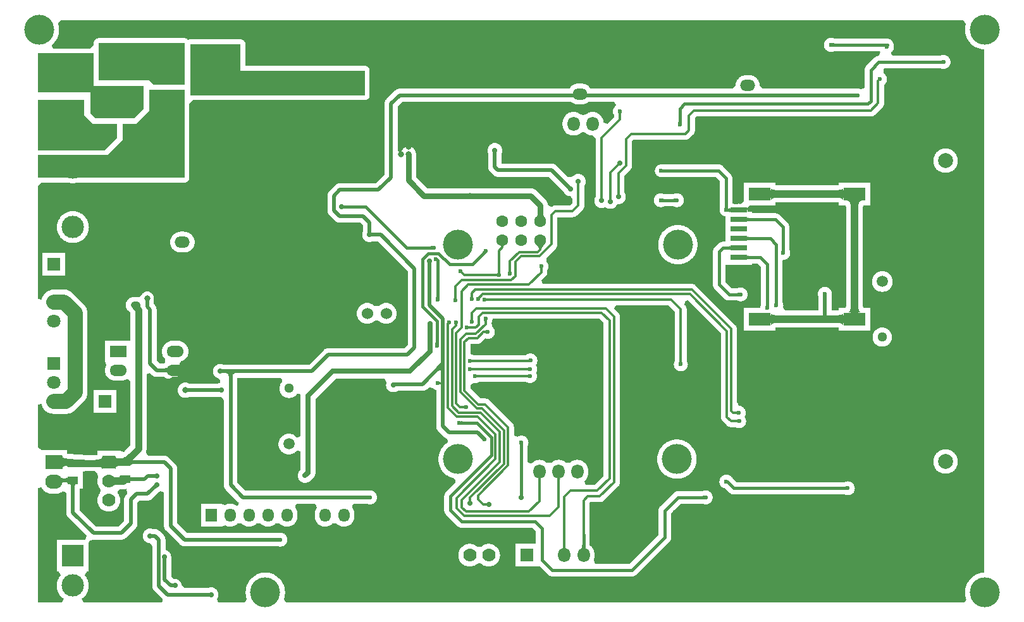
<source format=gbl>
G04*
G04 #@! TF.GenerationSoftware,Altium Limited,Altium Designer,18.1.6 (161)*
G04*
G04 Layer_Physical_Order=2*
G04 Layer_Color=16711680*
%FSTAX24Y24*%
%MOIN*%
G70*
G01*
G75*
%ADD12C,0.0157*%
%ADD13C,0.0100*%
%ADD17C,0.0197*%
%ADD23C,0.0200*%
%ADD38R,0.0550X0.0394*%
%ADD142C,0.0118*%
%ADD143C,0.0394*%
%ADD147C,0.0300*%
%ADD148C,0.0276*%
%ADD149C,0.0354*%
%ADD151C,0.0800*%
%ADD153O,0.0787X0.0591*%
%ADD154O,0.0650X0.0750*%
%ADD155C,0.1102*%
%ADD156C,0.0787*%
%ADD157C,0.0315*%
%ADD158C,0.0600*%
%ADD159R,0.1000X0.0700*%
%ADD160O,0.1000X0.0700*%
%ADD161R,0.1000X0.1000*%
%ADD162C,0.1000*%
%ADD163C,0.0700*%
%ADD164C,0.0800*%
%ADD165C,0.0709*%
%ADD166R,0.0709X0.0709*%
%ADD167R,0.1181X0.1181*%
%ADD168C,0.1181*%
%ADD169O,0.0900X0.0600*%
%ADD170R,0.0900X0.0600*%
%ADD171R,0.0700X0.0700*%
%ADD172R,0.0900X0.0750*%
%ADD173O,0.0900X0.0750*%
%ADD174O,0.0591X0.0709*%
%ADD175R,0.0591X0.0709*%
%ADD176C,0.0630*%
%ADD177R,0.0700X0.0700*%
%ADD178C,0.0276*%
%ADD179C,0.1575*%
%ADD180C,0.0394*%
%ADD181C,0.0236*%
%ADD182C,0.0512*%
%ADD183C,0.0591*%
%ADD184R,0.0906X0.0315*%
%ADD185R,0.1181X0.0709*%
G36*
X01939Y04841D02*
X01939Y0462D01*
X01778Y0462D01*
X01755Y04643D01*
X01486D01*
X01486Y04841D01*
X01939Y04841D01*
D02*
G37*
G36*
X02235Y04695D02*
X0289D01*
Y04565D01*
X0197D01*
Y04835D01*
X02235D01*
Y04695D01*
D02*
G37*
G36*
X01459Y04614D02*
X01725D01*
Y04495D01*
X01674Y04444D01*
X01471Y04444D01*
X01445Y0447D01*
X01445Y0458D01*
X01168D01*
Y04786D01*
X01459D01*
Y04614D01*
D02*
G37*
G36*
X0194Y04595D02*
X0194Y0413D01*
X01168Y0413D01*
Y0425D01*
X01535Y0425D01*
X01615Y0433D01*
Y04415D01*
X01685Y04415D01*
X01755Y04485D01*
X01755Y04595D01*
X0194Y04595D01*
D02*
G37*
G36*
X01411Y04459D02*
X01455Y04415D01*
X01585Y04415D01*
X01585Y0434D01*
X0152Y04275D01*
X01168Y04275D01*
X01168Y04542D01*
X01411D01*
Y04459D01*
D02*
G37*
G36*
X060427Y0496D02*
X06048Y049562D01*
X060517Y04951D01*
X060565Y049403D01*
X060558Y049379D01*
X060545Y049326D01*
X060535Y049272D01*
X060528Y049218D01*
X060524Y049164D01*
X060522Y04911D01*
X060524Y049056D01*
X060528Y049002D01*
X060535Y048948D01*
X060545Y048894D01*
X060558Y048841D01*
X060573Y048789D01*
X060591Y048738D01*
X060612Y048688D01*
X060635Y048639D01*
X060661Y048591D01*
X06069Y048545D01*
X06072Y0485D01*
X060754Y048457D01*
X060789Y048416D01*
X060826Y048376D01*
X060866Y048339D01*
X060907Y048304D01*
X06095Y04827D01*
X060995Y04824D01*
X061041Y048211D01*
X061089Y048185D01*
X061138Y048162D01*
X061188Y048141D01*
X061239Y048123D01*
X061291Y048108D01*
X061344Y048095D01*
X061398Y048085D01*
X061452Y048078D01*
X061506Y048074D01*
X06154Y048073D01*
X06154Y020477D01*
X061506Y020476D01*
X061452Y020472D01*
X061398Y020465D01*
X061344Y020455D01*
X061291Y020442D01*
X061239Y020427D01*
X061188Y020409D01*
X061138Y020388D01*
X061089Y020365D01*
X061041Y020339D01*
X060995Y02031D01*
X06095Y02028D01*
X060907Y020246D01*
X060866Y020211D01*
X060826Y020174D01*
X060789Y020134D01*
X060754Y020093D01*
X06072Y02005D01*
X06069Y020005D01*
X060661Y019959D01*
X060635Y019911D01*
X060612Y019862D01*
X060591Y019812D01*
X060573Y019761D01*
X060558Y019709D01*
X060545Y019656D01*
X060535Y019602D01*
X060528Y019548D01*
X060524Y019494D01*
X060522Y01944D01*
X060524Y019386D01*
X060528Y019332D01*
X060535Y019278D01*
X060545Y019224D01*
X060558Y019171D01*
X060573Y019119D01*
X060585Y019087D01*
X060559Y019016D01*
X06051Y018935D01*
X060455Y01889D01*
X024755Y01889D01*
X0247Y018935D01*
X024651Y019016D01*
X024625Y019087D01*
X024637Y019119D01*
X024652Y019171D01*
X024665Y019224D01*
X024675Y019278D01*
X024682Y019332D01*
X024686Y019386D01*
X024688Y01944D01*
X024686Y019494D01*
X024682Y019548D01*
X024675Y019602D01*
X024665Y019656D01*
X024652Y019709D01*
X024637Y019761D01*
X024619Y019812D01*
X024598Y019862D01*
X024575Y019911D01*
X024549Y019959D01*
X02452Y020005D01*
X02449Y02005D01*
X024456Y020093D01*
X024421Y020134D01*
X024384Y020174D01*
X024344Y020211D01*
X024303Y020246D01*
X02426Y02028D01*
X024215Y02031D01*
X024169Y020339D01*
X024121Y020365D01*
X024072Y020388D01*
X024022Y020409D01*
X023971Y020427D01*
X023919Y020442D01*
X023866Y020455D01*
X023812Y020465D01*
X023758Y020472D01*
X023704Y020476D01*
X02365Y020478D01*
X023596Y020476D01*
X023542Y020472D01*
X023488Y020465D01*
X023434Y020455D01*
X023381Y020442D01*
X023329Y020427D01*
X023278Y020409D01*
X023228Y020388D01*
X023179Y020365D01*
X023131Y020339D01*
X023085Y02031D01*
X02304Y02028D01*
X022997Y020246D01*
X022956Y020211D01*
X022916Y020174D01*
X022879Y020134D01*
X022844Y020093D01*
X02281Y02005D01*
X02278Y020005D01*
X022751Y019959D01*
X022725Y019911D01*
X022702Y019862D01*
X022681Y019812D01*
X022663Y019761D01*
X022648Y019709D01*
X022635Y019656D01*
X022625Y019602D01*
X022618Y019548D01*
X022614Y019494D01*
X022612Y01944D01*
X022614Y019386D01*
X022618Y019332D01*
X022625Y019278D01*
X022635Y019224D01*
X022648Y019171D01*
X022663Y019119D01*
X022675Y019087D01*
X022649Y019016D01*
X0226Y018935D01*
X022545Y01889D01*
X021186D01*
X021134Y018957D01*
X021118Y018997D01*
X0211Y019087D01*
X021108Y019097D01*
X021126Y019126D01*
X021142Y019156D01*
X021155Y019187D01*
X021165Y01922D01*
X021172Y019253D01*
X021177Y019286D01*
X021178Y01932D01*
X021177Y019354D01*
X021172Y019387D01*
X021165Y01942D01*
X021155Y019453D01*
X021142Y019484D01*
X021126Y019514D01*
X021108Y019543D01*
X021087Y01957D01*
X021064Y019594D01*
X02104Y019617D01*
X021013Y019638D01*
X020984Y019656D01*
X020954Y019672D01*
X020923Y019685D01*
X02089Y019695D01*
X020857Y019702D01*
X020824Y019707D01*
X02079Y019708D01*
X020756Y019707D01*
X020723Y019702D01*
X02069Y019695D01*
X020657Y019685D01*
X020626Y019672D01*
X02062Y019669D01*
X01942D01*
X019381Y019683D01*
X019365Y019692D01*
X019239Y019795D01*
X019237Y019826D01*
X019233Y019856D01*
X019227Y019885D01*
X019218Y019914D01*
X019206Y019943D01*
X019192Y01997D01*
X019176Y019995D01*
X019157Y020019D01*
X019137Y020042D01*
X019114Y020062D01*
X01909Y020081D01*
X019064Y020097D01*
X019037Y020111D01*
X019009Y020123D01*
X01898Y020132D01*
X018951Y020139D01*
X01892Y020143D01*
X01889Y020144D01*
X018809D01*
X018689Y020264D01*
Y02132D01*
X018687Y02135D01*
X018683Y021381D01*
X018677Y02141D01*
X018668Y021439D01*
X018656Y021467D01*
X018642Y021494D01*
X018626Y02152D01*
X018607Y021544D01*
X018587Y021567D01*
X018564Y021587D01*
X01854Y021606D01*
X018514Y021622D01*
X018487Y021636D01*
X018459Y021648D01*
X01843Y021657D01*
X018401Y021663D01*
X018389Y021665D01*
Y02222D01*
X018387Y02225D01*
X018383Y022281D01*
X018377Y02231D01*
X018368Y022339D01*
X018356Y022367D01*
X018342Y022394D01*
X018326Y02242D01*
X018307Y022444D01*
X018287Y022467D01*
X018087Y022667D01*
X018064Y022687D01*
X01804Y022706D01*
X018014Y022722D01*
X017987Y022736D01*
X017959Y022748D01*
X01793Y022757D01*
X017901Y022763D01*
X01787Y022767D01*
X01784Y022769D01*
X01775D01*
X017744Y022772D01*
X017713Y022785D01*
X01768Y022795D01*
X017647Y022802D01*
X017614Y022807D01*
X01758Y022808D01*
X017546Y022807D01*
X017513Y022802D01*
X01748Y022795D01*
X017447Y022785D01*
X017416Y022772D01*
X017386Y022756D01*
X017357Y022738D01*
X01733Y022717D01*
X017306Y022694D01*
X017283Y02267D01*
X017262Y022643D01*
X017244Y022614D01*
X017228Y022584D01*
X017215Y022553D01*
X017205Y02252D01*
X017198Y022487D01*
X017193Y022454D01*
X017192Y02242D01*
X017193Y022386D01*
X017198Y022353D01*
X017205Y02232D01*
X017215Y022287D01*
X017228Y022256D01*
X017244Y022226D01*
X017262Y022197D01*
X017283Y02217D01*
X017306Y022146D01*
X01733Y022123D01*
X017357Y022102D01*
X017386Y022084D01*
X017416Y022068D01*
X017447Y022055D01*
X01748Y022045D01*
X017513Y022038D01*
X017546Y022033D01*
X01758Y022032D01*
X017673Y021895D01*
X017688Y021861D01*
X017691Y021846D01*
Y019785D01*
X017693Y019755D01*
X017697Y019725D01*
X017703Y019695D01*
X017712Y019666D01*
X017724Y019638D01*
X017738Y019611D01*
X017754Y019585D01*
X017773Y019561D01*
X017793Y019539D01*
X018245Y019087D01*
X018238Y019012D01*
X018223Y018968D01*
X01817Y01889D01*
X014072D01*
X014051Y01892D01*
X013978Y019103D01*
X014019Y019133D01*
X014058Y019166D01*
X014095Y019201D01*
X014129Y019238D01*
X014162Y019277D01*
X014192Y019317D01*
X01422Y01936D01*
X014245Y019404D01*
X014267Y01945D01*
X014286Y019497D01*
X014303Y019545D01*
X014317Y019594D01*
X014327Y019644D01*
X014335Y019694D01*
X014339Y019744D01*
X014341Y019795D01*
X014339Y019846D01*
X014335Y019897D01*
X014327Y019947D01*
X014317Y019996D01*
X014303Y020045D01*
X014286Y020093D01*
X014267Y02014D01*
X014245Y020186D01*
X01422Y02023D01*
X014192Y020273D01*
X014162Y020314D01*
X014146Y020333D01*
X014161Y02041D01*
X014223Y020521D01*
X014231Y020529D01*
X014341D01*
Y022075D01*
X014365Y022116D01*
X014384Y022136D01*
X014529Y022217D01*
X01456Y022213D01*
X01459Y022211D01*
X01606D01*
X01609Y022213D01*
X016121Y022217D01*
X01615Y022223D01*
X016179Y022232D01*
X016207Y022244D01*
X016234Y022258D01*
X01626Y022274D01*
X016284Y022293D01*
X016307Y022313D01*
X016807Y022813D01*
X016827Y022836D01*
X016846Y02286D01*
X016862Y022886D01*
X016876Y022913D01*
X016888Y022941D01*
X016897Y02297D01*
X016903Y022999D01*
X016907Y02303D01*
X016909Y02306D01*
Y024186D01*
X017004Y024281D01*
X01745D01*
X01748Y024283D01*
X017511Y024287D01*
X01754Y024293D01*
X017569Y024302D01*
X017597Y024314D01*
X017624Y024328D01*
X01765Y024344D01*
X017674Y024363D01*
X017697Y024383D01*
X018046Y024733D01*
X018053Y024735D01*
X018084Y024748D01*
X018114Y024764D01*
X018119Y024767D01*
X018233Y024736D01*
X018258Y024723D01*
X018316Y02467D01*
Y022945D01*
X018317Y022915D01*
X018321Y022885D01*
X018328Y022855D01*
X018337Y022826D01*
X018349Y022798D01*
X018363Y022771D01*
X018379Y022745D01*
X018398Y022721D01*
X018418Y022699D01*
X019143Y021973D01*
X019166Y021953D01*
X01919Y021934D01*
X019216Y021918D01*
X019243Y021904D01*
X019271Y021892D01*
X0193Y021883D01*
X019329Y021877D01*
X01936Y021873D01*
X01939Y021871D01*
X024322D01*
X024345Y021864D01*
X024376Y021857D01*
X024408Y021853D01*
X02444Y021852D01*
X024472Y021853D01*
X024504Y021857D01*
X024535Y021864D01*
X024566Y021874D01*
X024596Y021886D01*
X024624Y021901D01*
X024651Y021918D01*
X024677Y021938D01*
X024701Y021959D01*
X024722Y021983D01*
X024742Y022009D01*
X024759Y022036D01*
X024774Y022064D01*
X024786Y022094D01*
X024796Y022125D01*
X024803Y022156D01*
X024807Y022188D01*
X024808Y02222D01*
X024807Y022252D01*
X024803Y022284D01*
X024796Y022315D01*
X024786Y022346D01*
X024774Y022376D01*
X024759Y022404D01*
X024742Y022431D01*
X024722Y022457D01*
X024701Y022481D01*
X024677Y022502D01*
X024651Y022522D01*
X024624Y022539D01*
X024596Y022554D01*
X024566Y022566D01*
X024535Y022576D01*
X024504Y022583D01*
X024472Y022587D01*
X02444Y022588D01*
X024408Y022587D01*
X024376Y022583D01*
X024345Y022576D01*
X024322Y022569D01*
X019534D01*
X019014Y02309D01*
Y025955D01*
X019012Y025986D01*
X019008Y026016D01*
X019002Y026045D01*
X018993Y026074D01*
X018981Y026103D01*
X018967Y02613D01*
X01895Y026155D01*
X018932Y026179D01*
X018911Y026202D01*
X018567Y026547D01*
X018544Y026567D01*
X01852Y026586D01*
X018494Y026602D01*
X018467Y026616D01*
X018439Y026628D01*
X01841Y026637D01*
X018381Y026643D01*
X01835Y026647D01*
X01832Y026649D01*
X017476D01*
X017424Y026693D01*
X017412Y026709D01*
X017355Y026836D01*
X017367Y026868D01*
X017376Y0269D01*
X017382Y026933D01*
X017386Y026966D01*
X017387Y027D01*
X017387Y027D01*
Y03094D01*
X017569Y031015D01*
X017682Y030902D01*
X017705Y030882D01*
X017729Y030863D01*
X017755Y030847D01*
X017771Y030838D01*
X017782Y030832D01*
X01781Y030821D01*
X017839Y030812D01*
X017869Y030805D01*
X017899Y030801D01*
X01793Y0308D01*
X018263D01*
X018263Y0308D01*
X018307Y030799D01*
X018331Y030797D01*
X018333Y030795D01*
X018335Y030792D01*
X018337Y03079D01*
X018344Y030782D01*
X018351Y030774D01*
X018354Y030772D01*
X018356Y030769D01*
X018364Y030762D01*
X018372Y030755D01*
X018375Y030753D01*
X018377Y030751D01*
X018386Y030745D01*
X018395Y030739D01*
X018398Y030737D01*
X018401Y030735D01*
X01841Y03073D01*
X01842Y030725D01*
X018423Y030724D01*
X018426Y030723D01*
X018436Y030719D01*
X018446Y030714D01*
X018449Y030714D01*
X018452Y030712D01*
X018462Y03071D01*
X018473Y030707D01*
X018476Y030706D01*
X018479Y030705D01*
X01849Y030704D01*
X0185Y030702D01*
X018504Y030702D01*
X018507Y030701D01*
X018518Y030701D01*
X018529Y0307D01*
X018532Y030701D01*
X018535Y0307D01*
X018546Y030701D01*
X018557Y030702D01*
X01856Y030702D01*
X018563Y030703D01*
X018573Y030705D01*
X018584Y030707D01*
X018587Y030708D01*
X01859Y030708D01*
X018601Y030711D01*
X018611Y030714D01*
X018614Y030716D01*
X018617Y030717D01*
X018627Y030721D01*
X018637Y030725D01*
X01864Y030727D01*
X018643Y030728D01*
X018652Y030733D01*
X018662Y030739D01*
X018664Y030741D01*
X018667Y030742D01*
X018676Y030749D01*
X018685Y030755D01*
X018687Y030757D01*
X018689Y030759D01*
X018697Y030766D01*
X018706Y030774D01*
X018708Y030776D01*
X01871Y030778D01*
X018717Y030786D01*
X018724Y030795D01*
X018726Y030797D01*
X018728Y0308D01*
X018728Y0308D01*
X0189D01*
X018931Y030801D01*
X018961Y030805D01*
X018991Y030812D01*
X01902Y030821D01*
X019048Y030832D01*
X019075Y030847D01*
X019101Y030863D01*
X019125Y030882D01*
X019148Y030902D01*
X019168Y030925D01*
X019187Y030949D01*
X019203Y030975D01*
X019218Y031002D01*
X019229Y03103D01*
X019238Y031059D01*
X019245Y031089D01*
X019249Y031119D01*
X01925Y03115D01*
X019249Y031181D01*
X019245Y031211D01*
X019238Y031241D01*
X019229Y03127D01*
X019218Y031298D01*
X019203Y031325D01*
X019187Y031351D01*
X019168Y031375D01*
X019148Y031398D01*
X019136Y031408D01*
X019133Y031481D01*
X019142Y031527D01*
X019185Y031617D01*
X019205Y031622D01*
X019242Y031634D01*
X019279Y031649D01*
X019314Y031667D01*
X019348Y031687D01*
X01938Y031709D01*
X01941Y031734D01*
X019439Y031761D01*
X019466Y03179D01*
X019491Y03182D01*
X019513Y031852D01*
X019533Y031886D01*
X019551Y031921D01*
X019566Y031958D01*
X019578Y031995D01*
X019588Y032033D01*
X019595Y032072D01*
X019599Y032111D01*
X0196Y03215D01*
X019599Y032189D01*
X019595Y032228D01*
X019588Y032267D01*
X019578Y032305D01*
X019566Y032342D01*
X019551Y032379D01*
X019533Y032414D01*
X019513Y032448D01*
X019491Y03248D01*
X019466Y03251D01*
X019439Y032539D01*
X01941Y032566D01*
X01938Y032591D01*
X019348Y032613D01*
X019314Y032633D01*
X019279Y032651D01*
X019242Y032666D01*
X019205Y032678D01*
X019167Y032688D01*
X019128Y032695D01*
X019089Y032699D01*
X01905Y0327D01*
X01875D01*
X018711Y032699D01*
X018672Y032695D01*
X018633Y032688D01*
X018595Y032678D01*
X018558Y032666D01*
X018521Y032651D01*
X018486Y032633D01*
X018452Y032613D01*
X01842Y032591D01*
X01839Y032566D01*
X018361Y032539D01*
X018334Y03251D01*
X018309Y03248D01*
X018287Y032448D01*
X018267Y032414D01*
X018249Y032379D01*
X018234Y032342D01*
X018222Y032305D01*
X018212Y032267D01*
X018205Y032228D01*
X018201Y032189D01*
X0182Y03215D01*
X018201Y032111D01*
X018205Y032072D01*
X018212Y032033D01*
X018222Y031995D01*
X018234Y031958D01*
X018249Y031921D01*
X018267Y031886D01*
X018287Y031852D01*
X018309Y03182D01*
X018334Y03179D01*
X018361Y031761D01*
X018378Y031713D01*
X01838Y031705D01*
X01838Y031703D01*
X018379Y031648D01*
X018367Y031563D01*
X018357Y031535D01*
X018348Y031523D01*
X018344Y031518D01*
X018337Y03151D01*
X018335Y031508D01*
X018333Y031505D01*
X018332Y031504D01*
X018303Y031501D01*
X018263Y0315D01*
X018263Y0315D01*
X018075D01*
X01792Y031655D01*
Y03435D01*
X017919Y034381D01*
X017915Y034411D01*
X017908Y034441D01*
X017899Y03447D01*
X017888Y034498D01*
X017882Y034509D01*
X017873Y034525D01*
X017857Y034551D01*
X017838Y034575D01*
X017818Y034598D01*
X01778Y034635D01*
Y03495D01*
X017779Y034981D01*
X017775Y035011D01*
X017768Y035041D01*
X017759Y03507D01*
X017748Y035098D01*
X017733Y035125D01*
X017717Y035151D01*
X017698Y035175D01*
X017678Y035198D01*
X017655Y035218D01*
X017631Y035237D01*
X017605Y035253D01*
X017578Y035268D01*
X01755Y035279D01*
X017521Y035288D01*
X017491Y035295D01*
X017461Y035299D01*
X01743Y0353D01*
X017399Y035299D01*
X017369Y035295D01*
X017339Y035288D01*
X01731Y035279D01*
X017282Y035268D01*
X017255Y035253D01*
X017229Y035237D01*
X017205Y035218D01*
X017182Y035198D01*
X017162Y035175D01*
X017143Y035151D01*
X017127Y035125D01*
X017112Y035098D01*
X01709Y035061D01*
X01705Y035028D01*
X016999Y035012D01*
X016947Y035012D01*
X016914Y035016D01*
X01688Y035017D01*
X01672D01*
X01672Y035017D01*
X016686Y035016D01*
X016653Y035012D01*
X01662Y035006D01*
X016588Y034997D01*
X016556Y034985D01*
X016526Y034971D01*
X016497Y034955D01*
X016469Y034936D01*
X016442Y034915D01*
X016418Y034892D01*
X016395Y034868D01*
X016374Y034841D01*
X016356Y034813D01*
X016339Y034784D01*
X016325Y034754D01*
X016313Y034722D01*
X016304Y03469D01*
X016298Y034657D01*
X016294Y034624D01*
X016293Y03459D01*
X016294Y034556D01*
X016298Y034523D01*
X016304Y03449D01*
X016313Y034458D01*
X016325Y034426D01*
X016339Y034396D01*
X016356Y034367D01*
X016374Y034339D01*
X016395Y034312D01*
X016418Y034288D01*
X016533Y034173D01*
Y0327D01*
X0152D01*
Y0316D01*
X0152D01*
X015255Y031426D01*
X015262Y031403D01*
X015249Y031379D01*
X015234Y031342D01*
X015222Y031305D01*
X015212Y031267D01*
X015205Y031228D01*
X015201Y031189D01*
X0152Y03115D01*
X015201Y031111D01*
X015205Y031072D01*
X015212Y031033D01*
X015222Y030995D01*
X015234Y030958D01*
X015249Y030921D01*
X015267Y030886D01*
X015287Y030852D01*
X015309Y03082D01*
X015334Y03079D01*
X015361Y030761D01*
X01539Y030734D01*
X01542Y030709D01*
X015452Y030687D01*
X015486Y030667D01*
X015521Y030649D01*
X015558Y030634D01*
X015595Y030622D01*
X015633Y030612D01*
X015672Y030605D01*
X015711Y030601D01*
X01575Y0306D01*
X01605D01*
X016089Y030601D01*
X016128Y030605D01*
X016167Y030612D01*
X016205Y030622D01*
X016242Y030634D01*
X016279Y030649D01*
X016314Y030667D01*
X016336Y03068D01*
X016409Y030661D01*
X016462Y03064D01*
X016533Y03058D01*
Y027177D01*
X016283Y026927D01*
X016283Y026927D01*
X016237Y026884D01*
X016198Y02685D01*
X016197Y026849D01*
X016Y0269D01*
X016Y0269D01*
X0148D01*
Y026684D01*
X014793Y026683D01*
X01475Y026679D01*
X014691Y026677D01*
X014141D01*
X01414Y026678D01*
X014035Y026679D01*
Y026697D01*
X013625D01*
X013619Y0267D01*
X013587Y026712D01*
X013555Y026721D01*
X013522Y026727D01*
X013489Y026731D01*
X013455Y026732D01*
X013455Y026732D01*
X013309D01*
X01325Y026734D01*
X013207Y026738D01*
X0132Y026739D01*
Y02693D01*
X011867D01*
X01167Y027073D01*
Y029338D01*
X011862Y029373D01*
X011872Y029332D01*
X011884Y029291D01*
X011899Y029251D01*
X011917Y029212D01*
X011937Y029175D01*
X011959Y029139D01*
X011984Y029104D01*
X012011Y029071D01*
X01204Y02904D01*
X012071Y029011D01*
X012104Y028984D01*
X012139Y028959D01*
X012175Y028937D01*
X012212Y028917D01*
X012251Y028899D01*
X012291Y028884D01*
X012332Y028872D01*
X012373Y028862D01*
X012415Y028855D01*
X012457Y028851D01*
X0125Y02885D01*
X01315D01*
X013193Y028851D01*
X013235Y028855D01*
X013277Y028862D01*
X013318Y028872D01*
X013359Y028884D01*
X013399Y028899D01*
X013438Y028917D01*
X013475Y028937D01*
X013511Y028959D01*
X013546Y028984D01*
X013579Y029011D01*
X01361Y02904D01*
X01408Y02951D01*
X014109Y029541D01*
X014136Y029574D01*
X014161Y029609D01*
X014183Y029645D01*
X014203Y029682D01*
X014221Y029721D01*
X014236Y029761D01*
X014248Y029802D01*
X014258Y029843D01*
X014265Y029885D01*
X014269Y029927D01*
X01427Y02997D01*
Y03049D01*
Y03418D01*
X014269Y034223D01*
X014265Y034265D01*
X014258Y034307D01*
X014248Y034348D01*
X014236Y034389D01*
X014221Y034429D01*
X014203Y034468D01*
X014183Y034505D01*
X014161Y034541D01*
X014136Y034576D01*
X014109Y034609D01*
X01408Y03464D01*
X01351Y03521D01*
X013479Y035239D01*
X013446Y035266D01*
X013411Y035291D01*
X013375Y035313D01*
X013338Y035333D01*
X013299Y035351D01*
X013259Y035366D01*
X013218Y035378D01*
X013177Y035388D01*
X013135Y035395D01*
X013093Y035399D01*
X01305Y0354D01*
X0125D01*
X012457Y035399D01*
X012415Y035395D01*
X012373Y035388D01*
X012332Y035378D01*
X012291Y035366D01*
X012251Y035351D01*
X012212Y035333D01*
X012175Y035313D01*
X012139Y035291D01*
X012104Y035266D01*
X012071Y035239D01*
X01204Y03521D01*
X012011Y035179D01*
X011984Y035146D01*
X011959Y035111D01*
X011937Y035075D01*
X011917Y035038D01*
X011899Y034999D01*
X011884Y034959D01*
X011872Y034918D01*
X011862Y034877D01*
X01167Y034912D01*
Y040857D01*
X011867Y04105D01*
X013253D01*
X01326Y041047D01*
X013309Y041034D01*
X013358Y041023D01*
X013409Y041015D01*
X013459Y041011D01*
X01351Y041009D01*
X013561Y041011D01*
X013611Y041015D01*
X013662Y041023D01*
X013711Y041034D01*
X01376Y041047D01*
X013767Y04105D01*
X0194Y04105D01*
X019428Y041051D01*
X019456Y041056D01*
X019483Y041064D01*
X019509Y041074D01*
X019533Y041088D01*
X019556Y041104D01*
X019577Y041123D01*
X019596Y041144D01*
X019612Y041167D01*
X019626Y041191D01*
X019636Y041217D01*
X019644Y041244D01*
X019649Y041272D01*
X01965Y0413D01*
X01965Y04521D01*
X019655Y045227D01*
X019847Y0454D01*
X0289D01*
X028928Y045401D01*
X028956Y045406D01*
X028983Y045414D01*
X029009Y045424D01*
X029033Y045438D01*
X029056Y045454D01*
X029077Y045473D01*
X029096Y045494D01*
X029112Y045517D01*
X029126Y045541D01*
X029136Y045567D01*
X029144Y045594D01*
X029149Y045622D01*
X02915Y04565D01*
Y04695D01*
X029149Y046978D01*
X029144Y047006D01*
X029136Y047033D01*
X029126Y047059D01*
X029112Y047083D01*
X029096Y047106D01*
X029077Y047127D01*
X029056Y047146D01*
X029033Y047162D01*
X029009Y047176D01*
X028983Y047186D01*
X028956Y047194D01*
X028928Y047199D01*
X0289Y0472D01*
X0226D01*
Y04835D01*
X022599Y048378D01*
X022594Y048406D01*
X022586Y048433D01*
X022576Y048459D01*
X022562Y048483D01*
X022546Y048506D01*
X022527Y048527D01*
X022506Y048546D01*
X022483Y048562D01*
X022459Y048576D01*
X022433Y048586D01*
X022406Y048594D01*
X022378Y048599D01*
X02235Y0486D01*
X0197D01*
X019672Y048599D01*
X019644Y048594D01*
X019617Y048586D01*
X019591Y048576D01*
X019582Y04857D01*
X019567Y048587D01*
X019546Y048606D01*
X019523Y048622D01*
X019499Y048636D01*
X019473Y048646D01*
X019446Y048654D01*
X019418Y048659D01*
X01939Y04866D01*
X01486Y04866D01*
X014832Y048659D01*
X014804Y048654D01*
X014777Y048646D01*
X014751Y048636D01*
X014727Y048622D01*
X014704Y048606D01*
X014683Y048587D01*
X014664Y048566D01*
X014648Y048543D01*
X014634Y048519D01*
X014624Y048493D01*
X014616Y048466D01*
X014611Y048438D01*
X01461Y04841D01*
Y048299D01*
X014413Y04811D01*
X012478D01*
X012412Y048254D01*
X012409Y048307D01*
X012434Y048329D01*
X012474Y048366D01*
X012511Y048406D01*
X012546Y048447D01*
X01258Y04849D01*
X01261Y048535D01*
X012639Y048581D01*
X012665Y048629D01*
X012688Y048678D01*
X012709Y048728D01*
X012727Y048779D01*
X012742Y048831D01*
X012755Y048884D01*
X012765Y048938D01*
X012772Y048992D01*
X012776Y049046D01*
X012778Y0491D01*
X012776Y049154D01*
X012772Y049208D01*
X012765Y049262D01*
X012755Y049316D01*
X012742Y049369D01*
X012732Y049403D01*
X012737Y049437D01*
X012809Y049553D01*
X012867Y0496D01*
X060427Y0496D01*
D02*
G37*
G36*
X018529Y030951D02*
X018526Y03097D01*
X018518Y030986D01*
X018505Y031001D01*
X018487Y031014D01*
X018463Y031025D01*
X018435Y031034D01*
X018401Y031041D01*
X018362Y031046D01*
X018318Y031049D01*
X018268Y03105D01*
Y03125D01*
X018318Y031251D01*
X018401Y031259D01*
X018435Y031266D01*
X018463Y031275D01*
X018487Y031286D01*
X018505Y031299D01*
X018518Y031314D01*
X018526Y03133D01*
X018529Y031349D01*
Y030951D01*
D02*
G37*
G36*
X016784Y026574D02*
X016737Y026524D01*
X016657Y026426D01*
X016642Y026405D01*
X01666Y026402D01*
X016689Y0264D01*
X016762Y026398D01*
Y026202D01*
X016725Y026201D01*
X016693Y026201D01*
X01666Y026198D01*
X01663Y026193D01*
X016605Y026186D01*
X016583Y026177D01*
X016565Y026167D01*
X016552Y026154D01*
X016542Y026139D01*
X016536Y026123D01*
X016534Y026104D01*
X016421Y026185D01*
X016409Y026184D01*
X016394Y02618D01*
X016385Y026175D01*
Y026211D01*
X016103Y026412D01*
Y026123D01*
X016036Y026121D01*
X015986Y026117D01*
Y026104D01*
X015983Y026108D01*
X015972Y026111D01*
X015958Y026113D01*
X015922Y026107D01*
X015876Y026095D01*
X015837Y02608D01*
X015805Y026061D01*
X015781Y026039D01*
X015763Y026013D01*
X015752Y025984D01*
X015749Y025951D01*
Y026122D01*
X015632Y026123D01*
Y026477D01*
X015749Y026483D01*
Y026649D01*
X015752Y026616D01*
X015763Y026587D01*
X015781Y026561D01*
X015805Y026539D01*
X015837Y02652D01*
X015876Y026505D01*
X015922Y026493D01*
X015924Y026492D01*
X015986Y026496D01*
Y026483D01*
X016006Y026481D01*
X015986Y026496D01*
X01603Y026498D01*
X016075Y026506D01*
X01612Y026518D01*
X016166Y026536D01*
X016213Y026558D01*
X01626Y026586D01*
X016308Y026618D01*
X016357Y026656D01*
X016406Y026699D01*
X016456Y026746D01*
X016784Y026574D01*
D02*
G37*
G36*
X012951Y026626D02*
X012962Y026596D01*
X01298Y026569D01*
X013004Y026546D01*
X013036Y026526D01*
X013076Y026511D01*
X013122Y026498D01*
X013175Y026489D01*
X013236Y026484D01*
X013303Y026482D01*
Y026128D01*
X013236Y026126D01*
Y026054D01*
X013233Y026068D01*
X013222Y026081D01*
X013204Y026092D01*
X01318Y026101D01*
X013148Y026109D01*
X013128Y026113D01*
X013122Y026112D01*
X013076Y026099D01*
X013036Y026084D01*
X013004Y026064D01*
X01298Y026041D01*
X012962Y026014D01*
X012951Y025984D01*
X012948Y025951D01*
Y026127D01*
X012882Y026128D01*
Y026482D01*
X012948Y026475D01*
Y026659D01*
X012951Y026626D01*
D02*
G37*
G36*
X013787Y026442D02*
X013798Y026439D01*
X013816Y026436D01*
X01384Y026434D01*
X013957Y026429D01*
X014138Y026427D01*
Y026073D01*
X013784Y026054D01*
Y026446D01*
X013787Y026442D01*
D02*
G37*
G36*
X015051Y025951D02*
X015048Y025974D01*
X015037Y025995D01*
X015019Y026013D01*
X014995Y026029D01*
X014963Y026042D01*
X014924Y026053D01*
X014878Y026062D01*
X014824Y026068D01*
X014764Y026072D01*
X014697Y026073D01*
Y026427D01*
X014764Y026429D01*
X014825Y026434D01*
X014878Y026443D01*
X014924Y026456D01*
X014963Y026471D01*
X014995Y026491D01*
X01502Y026514D01*
X015038Y026541D01*
X015049Y026571D01*
X015052Y026604D01*
X015051Y025951D01*
D02*
G37*
G36*
X015986Y025204D02*
X015983Y025189D01*
X015972Y025175D01*
X015954Y025163D01*
X01593Y025152D01*
X015912Y025147D01*
Y025123D01*
X015874Y025122D01*
X015806Y025117D01*
X015776Y025112D01*
X015749Y025106D01*
X015724Y025098D01*
X015701Y02509D01*
X015682Y025079D01*
X015665Y025068D01*
X01565Y025055D01*
Y025123D01*
X015632Y025123D01*
Y025477D01*
X01565Y025477D01*
Y025545D01*
X015665Y025532D01*
X015682Y025521D01*
X015701Y02551D01*
X015724Y025502D01*
X015749Y025494D01*
X015776Y025488D01*
X01579Y025486D01*
X015813Y025488D01*
X015859Y025496D01*
X015898Y025507D01*
X01593Y02552D01*
X015954Y025535D01*
X015972Y025553D01*
X015983Y025573D01*
X015986Y025596D01*
Y025204D01*
D02*
G37*
G36*
X012816Y025527D02*
X012829Y025511D01*
X012847Y025496D01*
X012868Y025484D01*
X012895Y025473D01*
X012925Y025464D01*
X01296Y025457D01*
X013Y025452D01*
X013044Y025449D01*
X013062Y025449D01*
X013077Y025449D01*
X01311Y025452D01*
X01314Y025457D01*
X013165Y025464D01*
X013187Y025473D01*
X013205Y025483D01*
X013218Y025496D01*
X013228Y025511D01*
X013234Y025527D01*
X013236Y025546D01*
Y025154D01*
X013234Y025173D01*
X013228Y025189D01*
X013218Y025204D01*
X013205Y025217D01*
X013187Y025227D01*
X013165Y025236D01*
X01314Y025243D01*
X01311Y025248D01*
X01309Y025249D01*
X013025Y025243D01*
X012995Y025236D01*
X012971Y025227D01*
X012953Y025216D01*
X01294Y025203D01*
X012932Y025189D01*
X01293Y025172D01*
X012934Y025153D01*
X012808Y025546D01*
X012816Y025527D01*
D02*
G37*
G36*
X013688Y025154D02*
X013671Y025148D01*
X013657Y025138D01*
X013644Y025124D01*
X013633Y025106D01*
X013624Y025084D01*
X013617Y025058D01*
X013612Y025029D01*
X013609Y024995D01*
X013608Y024957D01*
X013412D01*
X013411Y024995D01*
X013408Y025029D01*
X013403Y025058D01*
X013396Y025084D01*
X013387Y025106D01*
X013376Y025124D01*
X013363Y025138D01*
X013349Y025148D01*
X013332Y025154D01*
X013313Y025156D01*
X013707D01*
X013688Y025154D01*
D02*
G37*
G36*
X0148Y0257D02*
X014837Y02551D01*
X014824Y025469D01*
X014813Y025428D01*
X014806Y025385D01*
X014801Y025343D01*
X0148Y0253D01*
X014801Y025257D01*
X014806Y025215D01*
X014813Y025172D01*
X014824Y025131D01*
X014837Y02509D01*
X014854Y025051D01*
X014873Y025012D01*
X014895Y024975D01*
X014919Y02494D01*
X014923Y024935D01*
X014948Y024903D01*
X014975Y024833D01*
Y024767D01*
X014948Y024697D01*
X014923Y024665D01*
X014919Y02466D01*
X014895Y024625D01*
X014873Y024588D01*
X014854Y024549D01*
X014837Y02451D01*
X014824Y024469D01*
X014813Y024428D01*
X014806Y024385D01*
X014801Y024343D01*
X0148Y0243D01*
X014801Y024257D01*
X014806Y024215D01*
X014813Y024172D01*
X014824Y024131D01*
X014837Y02409D01*
X014854Y024051D01*
X014873Y024012D01*
X014895Y023975D01*
X014919Y02394D01*
X014946Y023907D01*
X014975Y023875D01*
X015007Y023846D01*
X01504Y023819D01*
X015075Y023795D01*
X015112Y023773D01*
X015151Y023754D01*
X01519Y023737D01*
X015231Y023724D01*
X015272Y023713D01*
X015315Y023706D01*
X015357Y023701D01*
X0154Y0237D01*
X015443Y023701D01*
X015485Y023706D01*
X015528Y023713D01*
X015569Y023724D01*
X01561Y023737D01*
X015649Y023754D01*
X015688Y023773D01*
X015725Y023795D01*
X01576Y023819D01*
X015793Y023846D01*
X015825Y023875D01*
X015854Y023907D01*
X015881Y02394D01*
X015905Y023975D01*
X015927Y024012D01*
X015946Y024051D01*
X015963Y02409D01*
X015976Y024131D01*
X015987Y024172D01*
X015994Y024215D01*
X015999Y024257D01*
X016Y0243D01*
X015999Y024343D01*
X015994Y024385D01*
X015987Y024428D01*
X015976Y024469D01*
X015963Y02451D01*
X015946Y024549D01*
X015927Y024588D01*
X015905Y024625D01*
X015881Y02466D01*
X015877Y024665D01*
X01587Y024674D01*
X015877Y02476D01*
X015884Y024781D01*
X015905Y024816D01*
X015954Y024873D01*
X01616D01*
X01616Y024873D01*
X016194Y024874D01*
X016227Y024878D01*
X01626Y024884D01*
X016292Y024893D01*
X016324Y024905D01*
X016346Y024888D01*
X016375Y024638D01*
X016313Y024577D01*
X016293Y024554D01*
X016274Y02453D01*
X016258Y024504D01*
X016244Y024477D01*
X016232Y024449D01*
X016223Y02442D01*
X016217Y024391D01*
X016213Y02436D01*
X016211Y02433D01*
Y023204D01*
X015916Y022909D01*
X014734D01*
X013859Y023784D01*
Y024903D01*
X014035D01*
Y025797D01*
X014221Y025822D01*
X014654D01*
X0148Y0257D01*
D02*
G37*
G36*
X011883Y024942D02*
X011905Y024908D01*
X011929Y024874D01*
X011955Y024843D01*
X011983Y024813D01*
X012013Y024785D01*
X012044Y024759D01*
X012078Y024735D01*
X012112Y024713D01*
X012148Y024694D01*
X012186Y024677D01*
X012224Y024663D01*
X012263Y024651D01*
X012303Y024642D01*
X012343Y024635D01*
X012384Y024631D01*
X012425Y02463D01*
X012575D01*
X012616Y024631D01*
X012657Y024635D01*
X012697Y024642D01*
X012737Y024651D01*
X012776Y024663D01*
X012814Y024677D01*
X012852Y024694D01*
X012888Y024713D01*
X012922Y024735D01*
X012956Y024759D01*
X012964Y024766D01*
X013058Y024746D01*
X013132Y024706D01*
X013161Y024679D01*
Y02364D01*
X013163Y02361D01*
X013167Y023579D01*
X013173Y02355D01*
X013182Y023521D01*
X013194Y023493D01*
X013208Y023466D01*
X013224Y02344D01*
X013243Y023416D01*
X013263Y023393D01*
X014249Y022407D01*
X014168Y022211D01*
X012659D01*
Y020529D01*
X012769D01*
X012777Y020521D01*
X012839Y02041D01*
X012854Y020333D01*
X012838Y020314D01*
X012808Y020273D01*
X01278Y02023D01*
X012755Y020186D01*
X012733Y02014D01*
X012714Y020093D01*
X012697Y020045D01*
X012684Y019996D01*
X012673Y019947D01*
X012665Y019897D01*
X012661Y019846D01*
X012659Y019795D01*
X012661Y019744D01*
X012665Y019694D01*
X012673Y019644D01*
X012684Y019594D01*
X012697Y019545D01*
X012714Y019497D01*
X012733Y01945D01*
X012755Y019404D01*
X01278Y01936D01*
X012808Y019317D01*
X012838Y019277D01*
X012871Y019238D01*
X012905Y019201D01*
X012942Y019166D01*
X012981Y019133D01*
X013022Y019103D01*
X012949Y01892D01*
X012928Y01889D01*
X01167D01*
Y02493D01*
X011864Y024978D01*
X011883Y024942D01*
D02*
G37*
%LPC*%
G36*
X05346Y048678D02*
X053428Y048677D01*
X053396Y048673D01*
X053365Y048666D01*
X053334Y048656D01*
X053304Y048644D01*
X053276Y048629D01*
X053249Y048612D01*
X053223Y048592D01*
X053199Y048571D01*
X053178Y048547D01*
X053158Y048521D01*
X053141Y048494D01*
X053126Y048466D01*
X053114Y048436D01*
X053104Y048405D01*
X053097Y048374D01*
X053093Y048342D01*
X053092Y04831D01*
X053093Y048278D01*
X053097Y048246D01*
X053104Y048215D01*
X053114Y048184D01*
X053126Y048154D01*
X053141Y048126D01*
X053158Y048099D01*
X053178Y048073D01*
X053199Y048049D01*
X053223Y048028D01*
X053249Y048008D01*
X053276Y047991D01*
X053304Y047976D01*
X053334Y047964D01*
X053365Y047954D01*
X053396Y047947D01*
X053428Y047943D01*
X05346Y047942D01*
X053492Y047943D01*
X053524Y047947D01*
X053555Y047954D01*
X053586Y047964D01*
X053616Y047976D01*
X053625Y047981D01*
X053627Y047981D01*
X056D01*
X056074Y047925D01*
X056004Y04778D01*
X055956Y047728D01*
X055951Y047728D01*
X055923Y047724D01*
X055895Y047718D01*
X055867Y047709D01*
X055841Y047698D01*
X055815Y047685D01*
X055791Y04767D01*
X055768Y047652D01*
X055747Y047633D01*
X055747Y047633D01*
X055327Y047213D01*
X055308Y047192D01*
X05529Y047169D01*
X055275Y047145D01*
X055262Y047119D01*
X055251Y047093D01*
X055242Y047065D01*
X055236Y047037D01*
X055232Y047009D01*
X055231Y04698D01*
X055231Y04698D01*
Y046071D01*
X055162Y046012D01*
X055151Y046006D01*
X055034Y04597D01*
X055026Y045974D01*
X054996Y045986D01*
X054965Y045996D01*
X054934Y046003D01*
X054902Y046007D01*
X05487Y046008D01*
X054838Y046007D01*
X054806Y046003D01*
X054787Y045999D01*
X049892D01*
X049885Y046D01*
X049842Y04602D01*
X049827Y046032D01*
X049714Y04616D01*
X049713Y046199D01*
X049708Y046238D01*
X049702Y046276D01*
X049692Y046314D01*
X04968Y046351D01*
X049665Y046387D01*
X049647Y046421D01*
X049627Y046455D01*
X049605Y046487D01*
X049581Y046517D01*
X049554Y046546D01*
X049526Y046572D01*
X049495Y046597D01*
X049463Y046619D01*
X04943Y046639D01*
X049395Y046656D01*
X049359Y046671D01*
X049322Y046684D01*
X049284Y046693D01*
X049246Y0467D01*
X049207Y046704D01*
X049168Y046706D01*
X048972D01*
X048933Y046704D01*
X048894Y0467D01*
X048856Y046693D01*
X048818Y046684D01*
X048781Y046671D01*
X048745Y046656D01*
X04871Y046639D01*
X048677Y046619D01*
X048645Y046597D01*
X048614Y046572D01*
X048586Y046546D01*
X048559Y046517D01*
X048535Y046487D01*
X048513Y046455D01*
X048493Y046421D01*
X048475Y046387D01*
X04846Y046351D01*
X048448Y046314D01*
X048438Y046276D01*
X048432Y046238D01*
X048427Y046199D01*
X048426Y04616D01*
X048313Y046032D01*
X048298Y04602D01*
X048255Y046D01*
X048248Y045999D01*
X040797D01*
X040787Y046015D01*
X040765Y046047D01*
X040741Y046077D01*
X040714Y046106D01*
X040686Y046132D01*
X040655Y046157D01*
X040623Y046179D01*
X04059Y046199D01*
X040555Y046216D01*
X040519Y046231D01*
X040482Y046244D01*
X040444Y046253D01*
X040406Y04626D01*
X040367Y046264D01*
X040328Y046266D01*
X040132D01*
X040093Y046264D01*
X040054Y04626D01*
X040016Y046253D01*
X039978Y046244D01*
X039941Y046231D01*
X039905Y046216D01*
X03987Y046199D01*
X039837Y046179D01*
X039805Y046157D01*
X039774Y046132D01*
X039746Y046106D01*
X039719Y046077D01*
X039695Y046047D01*
X039673Y046015D01*
X039663Y045999D01*
X03073D01*
X0307Y045997D01*
X030669Y045993D01*
X03064Y045987D01*
X030611Y045978D01*
X030583Y045966D01*
X030556Y045952D01*
X03053Y045936D01*
X030506Y045917D01*
X030483Y045897D01*
X030023Y045437D01*
X030003Y045414D01*
X029984Y04539D01*
X029968Y045364D01*
X029954Y045337D01*
X029942Y045309D01*
X029933Y04528D01*
X029927Y045251D01*
X029923Y04522D01*
X029921Y04519D01*
Y041464D01*
X029466Y041009D01*
X02758D01*
X02755Y041007D01*
X027519Y041003D01*
X02749Y040997D01*
X027461Y040988D01*
X027433Y040976D01*
X027406Y040962D01*
X02738Y040946D01*
X027356Y040927D01*
X027333Y040907D01*
X027023Y040597D01*
X027003Y040574D01*
X026984Y04055D01*
X026968Y040524D01*
X026954Y040497D01*
X026942Y040469D01*
X026933Y04044D01*
X026927Y040411D01*
X026923Y04038D01*
X026921Y04035D01*
Y03958D01*
X026923Y03955D01*
X026927Y039519D01*
X026933Y03949D01*
X026942Y039461D01*
X026954Y039433D01*
X026968Y039406D01*
X026984Y03938D01*
X027003Y039356D01*
X027023Y039333D01*
X027323Y039033D01*
X027346Y039013D01*
X02737Y038994D01*
X027396Y038978D01*
X027423Y038964D01*
X027451Y038952D01*
X02748Y038943D01*
X027509Y038937D01*
X02754Y038933D01*
X02757Y038931D01*
X028666D01*
X028793Y038804D01*
Y03847D01*
X02879Y038464D01*
X028777Y038433D01*
X028767Y0384D01*
X028759Y038367D01*
X028755Y038334D01*
X028754Y0383D01*
X028755Y038266D01*
X028759Y038233D01*
X028767Y0382D01*
X028777Y038167D01*
X02879Y038136D01*
X028806Y038106D01*
X028824Y038077D01*
X028844Y03805D01*
X028867Y038026D01*
X028892Y038003D01*
X028919Y037982D01*
X028948Y037964D01*
X028978Y037948D01*
X029009Y037935D01*
X029041Y037925D01*
X029074Y037918D01*
X029108Y037913D01*
X029142Y037912D01*
X029176Y037913D01*
X029209Y037918D01*
X029242Y037925D01*
X029274Y037935D01*
X029306Y037948D01*
X029312Y037951D01*
X029576D01*
X031161Y036366D01*
Y032494D01*
X030986Y032319D01*
X02697D01*
X02694Y032317D01*
X026909Y032313D01*
X02688Y032307D01*
X026851Y032298D01*
X026823Y032286D01*
X026796Y032272D01*
X02677Y032256D01*
X026746Y032237D01*
X026723Y032217D01*
X025956Y031449D01*
X02145D01*
X021444Y031452D01*
X021413Y031465D01*
X02138Y031475D01*
X021347Y031482D01*
X021314Y031487D01*
X02128Y031488D01*
X021246Y031487D01*
X021213Y031482D01*
X02118Y031475D01*
X021147Y031465D01*
X021116Y031452D01*
X021086Y031436D01*
X021057Y031418D01*
X02103Y031397D01*
X021006Y031374D01*
X020983Y03135D01*
X020962Y031323D01*
X020944Y031294D01*
X020928Y031264D01*
X020915Y031233D01*
X020905Y0312D01*
X020898Y031167D01*
X020893Y031134D01*
X020892Y0311D01*
X020893Y031066D01*
X020898Y031033D01*
X020905Y031D01*
X020915Y030967D01*
X020928Y030936D01*
X020944Y030906D01*
X020962Y030877D01*
X020983Y03085D01*
X021006Y030826D01*
X02103Y030803D01*
X021057Y030782D01*
X021086Y030764D01*
X021116Y030748D01*
X021147Y030735D01*
X02118Y030725D01*
X021213Y030718D01*
X02127Y030589D01*
X021253Y030492D01*
X02122Y030485D01*
X021187Y030475D01*
X021156Y030462D01*
X021131Y030449D01*
X019651D01*
X019644Y030453D01*
X019612Y03047D01*
X019579Y030483D01*
X019546Y030494D01*
X019511Y030502D01*
X019476Y030506D01*
X01944Y030508D01*
X019404Y030506D01*
X019369Y030502D01*
X019334Y030494D01*
X019301Y030483D01*
X019268Y03047D01*
X019236Y030453D01*
X019206Y030434D01*
X019178Y030412D01*
X019152Y030388D01*
X019128Y030362D01*
X019106Y030334D01*
X019087Y030304D01*
X01907Y030272D01*
X019057Y03024D01*
X019046Y030206D01*
X019038Y030171D01*
X019034Y030136D01*
X019032Y0301D01*
X019034Y030064D01*
X019038Y030029D01*
X019046Y029994D01*
X019057Y02996D01*
X01907Y029928D01*
X019087Y029896D01*
X019106Y029866D01*
X019128Y029838D01*
X019152Y029812D01*
X019178Y029788D01*
X019206Y029766D01*
X019236Y029747D01*
X019268Y02973D01*
X019301Y029717D01*
X019334Y029706D01*
X019369Y029698D01*
X019404Y029694D01*
X01944Y029692D01*
X019476Y029694D01*
X019511Y029698D01*
X019546Y029706D01*
X019579Y029717D01*
X019612Y02973D01*
X019644Y029747D01*
X019651Y029751D01*
X021173D01*
X021187Y029745D01*
X02122Y029735D01*
X021253Y029728D01*
X021286Y029723D01*
X02132Y029722D01*
X021442Y029605D01*
X021449Y029596D01*
X021471Y029549D01*
X021471Y029548D01*
Y02509D01*
X021473Y02506D01*
X021477Y025029D01*
X021483Y025D01*
X021492Y024971D01*
X021504Y024943D01*
X021518Y024916D01*
X021534Y02489D01*
X021553Y024866D01*
X021573Y024843D01*
X022213Y024203D01*
X022236Y024183D01*
X022252Y02417D01*
X022244Y024098D01*
X022233Y024053D01*
X022127Y024006D01*
X022095Y024028D01*
X022061Y024048D01*
X022027Y024065D01*
X021991Y02408D01*
X021954Y024093D01*
X021916Y024102D01*
X021878Y024109D01*
X021839Y024113D01*
X0218Y024115D01*
X021761Y024113D01*
X021722Y024109D01*
X021684Y024102D01*
X021646Y024093D01*
X021609Y02408D01*
X021573Y024065D01*
X021539Y024048D01*
X021345Y024114D01*
Y024114D01*
X020255D01*
Y022906D01*
X021345D01*
Y022906D01*
X021539Y022972D01*
X021573Y022955D01*
X021609Y02294D01*
X021646Y022927D01*
X021684Y022918D01*
X021722Y022911D01*
X021761Y022907D01*
X0218Y022905D01*
X021839Y022907D01*
X021878Y022911D01*
X021916Y022918D01*
X021954Y022927D01*
X021991Y02294D01*
X022027Y022955D01*
X022061Y022972D01*
X022095Y022992D01*
X022127Y023014D01*
X022157Y023039D01*
X022174Y023054D01*
X022183Y02306D01*
X022208Y023072D01*
X02227Y023079D01*
X02233D01*
X022392Y023072D01*
X022417Y02306D01*
X022426Y023054D01*
X022443Y023039D01*
X022473Y023014D01*
X022505Y022992D01*
X022539Y022972D01*
X022573Y022955D01*
X022609Y02294D01*
X022646Y022927D01*
X022684Y022918D01*
X022722Y022911D01*
X022761Y022907D01*
X0228Y022905D01*
X022839Y022907D01*
X022878Y022911D01*
X022916Y022918D01*
X022954Y022927D01*
X022991Y02294D01*
X023027Y022955D01*
X023061Y022972D01*
X023095Y022992D01*
X023127Y023014D01*
X023157Y023039D01*
X023174Y023054D01*
X023183Y02306D01*
X023208Y023072D01*
X02327Y023079D01*
X02333D01*
X023392Y023072D01*
X023417Y02306D01*
X023426Y023054D01*
X023443Y023039D01*
X023473Y023014D01*
X023505Y022992D01*
X023539Y022972D01*
X023573Y022955D01*
X023609Y02294D01*
X023646Y022927D01*
X023684Y022918D01*
X023722Y022911D01*
X023761Y022907D01*
X0238Y022905D01*
X023839Y022907D01*
X023878Y022911D01*
X023916Y022918D01*
X023954Y022927D01*
X023991Y02294D01*
X024027Y022955D01*
X024061Y022972D01*
X024095Y022992D01*
X024127Y023014D01*
X024157Y023039D01*
X024174Y023054D01*
X024183Y02306D01*
X024208Y023072D01*
X02427Y023079D01*
X02433D01*
X024392Y023072D01*
X024417Y02306D01*
X024426Y023054D01*
X024443Y023039D01*
X024473Y023014D01*
X024505Y022992D01*
X024539Y022972D01*
X024573Y022955D01*
X024609Y02294D01*
X024646Y022927D01*
X024684Y022918D01*
X024722Y022911D01*
X024761Y022907D01*
X0248Y022905D01*
X024839Y022907D01*
X024878Y022911D01*
X024916Y022918D01*
X024954Y022927D01*
X024991Y02294D01*
X025027Y022955D01*
X025061Y022972D01*
X025095Y022992D01*
X025127Y023014D01*
X025157Y023039D01*
X025186Y023065D01*
X025212Y023094D01*
X025237Y023124D01*
X025259Y023156D01*
X025279Y023189D01*
X025296Y023224D01*
X025311Y02326D01*
X025324Y023297D01*
X025333Y023335D01*
X02534Y023373D01*
X025344Y023412D01*
X025346Y023451D01*
Y023569D01*
X025344Y023608D01*
X02534Y023647D01*
X025333Y023685D01*
X025324Y023723D01*
X025311Y02376D01*
X025296Y023796D01*
X025279Y023831D01*
X025259Y023864D01*
X025237Y023896D01*
X02523Y023904D01*
X02525Y023999D01*
X025283Y024063D01*
X025317Y024101D01*
X026283D01*
X026317Y024063D01*
X02635Y023999D01*
X02637Y023904D01*
X026363Y023896D01*
X026341Y023864D01*
X026321Y023831D01*
X026304Y023796D01*
X026289Y02376D01*
X026276Y023723D01*
X026267Y023685D01*
X02626Y023647D01*
X026256Y023608D01*
X026254Y023569D01*
Y023451D01*
X026256Y023412D01*
X02626Y023373D01*
X026267Y023335D01*
X026276Y023297D01*
X026289Y02326D01*
X026304Y023224D01*
X026321Y023189D01*
X026341Y023156D01*
X026363Y023124D01*
X026388Y023094D01*
X026414Y023065D01*
X026443Y023039D01*
X026473Y023014D01*
X026505Y022992D01*
X026539Y022972D01*
X026573Y022955D01*
X026609Y02294D01*
X026646Y022927D01*
X026684Y022918D01*
X026722Y022911D01*
X026761Y022907D01*
X0268Y022905D01*
X026839Y022907D01*
X026878Y022911D01*
X026916Y022918D01*
X026954Y022927D01*
X026991Y02294D01*
X027027Y022955D01*
X027061Y022972D01*
X027095Y022992D01*
X027127Y023014D01*
X027157Y023039D01*
X027174Y023054D01*
X027183Y02306D01*
X027208Y023072D01*
X02727Y023079D01*
X02733D01*
X027392Y023072D01*
X027417Y02306D01*
X027426Y023054D01*
X027443Y023039D01*
X027473Y023014D01*
X027505Y022992D01*
X027539Y022972D01*
X027573Y022955D01*
X027609Y02294D01*
X027646Y022927D01*
X027684Y022918D01*
X027722Y022911D01*
X027761Y022907D01*
X0278Y022905D01*
X027839Y022907D01*
X027878Y022911D01*
X027916Y022918D01*
X027954Y022927D01*
X027991Y02294D01*
X028027Y022955D01*
X028061Y022972D01*
X028095Y022992D01*
X028127Y023014D01*
X028157Y023039D01*
X028186Y023065D01*
X028212Y023094D01*
X028237Y023124D01*
X028259Y023156D01*
X028279Y023189D01*
X028296Y023224D01*
X028311Y02326D01*
X028324Y023297D01*
X028333Y023335D01*
X02834Y023373D01*
X028344Y023412D01*
X028346Y023451D01*
Y023569D01*
X028344Y023608D01*
X02834Y023647D01*
X028333Y023685D01*
X028324Y023723D01*
X028311Y02376D01*
X028296Y023796D01*
X028279Y023831D01*
X028259Y023864D01*
X028237Y023896D01*
X02823Y023904D01*
X02825Y023999D01*
X028283Y024063D01*
X028317Y024101D01*
X029052D01*
X029075Y024094D01*
X029106Y024087D01*
X029138Y024083D01*
X02917Y024082D01*
X029202Y024083D01*
X029234Y024087D01*
X029265Y024094D01*
X029296Y024104D01*
X029326Y024116D01*
X029354Y024131D01*
X029381Y024148D01*
X029407Y024168D01*
X029431Y024189D01*
X029452Y024213D01*
X029472Y024239D01*
X029489Y024266D01*
X029504Y024294D01*
X029516Y024324D01*
X029526Y024355D01*
X029533Y024386D01*
X029537Y024418D01*
X029538Y02445D01*
X029537Y024482D01*
X029533Y024514D01*
X029526Y024545D01*
X029516Y024576D01*
X029504Y024606D01*
X029489Y024634D01*
X029472Y024661D01*
X029452Y024687D01*
X029431Y024711D01*
X029407Y024732D01*
X029381Y024752D01*
X029354Y024769D01*
X029326Y024784D01*
X029296Y024796D01*
X029265Y024806D01*
X029234Y024813D01*
X029202Y024817D01*
X02917Y024818D01*
X029138Y024817D01*
X029106Y024813D01*
X029075Y024806D01*
X029052Y024799D01*
X022604D01*
X022169Y025234D01*
Y030751D01*
X024477D01*
X024538Y030636D01*
X024549Y030554D01*
X024542Y030548D01*
X024515Y030519D01*
X02449Y030488D01*
X024468Y030455D01*
X024449Y03042D01*
X024432Y030384D01*
X024418Y030346D01*
X024408Y030308D01*
X0244Y030269D01*
X024395Y03023D01*
X024394Y03019D01*
X024395Y03015D01*
X0244Y030111D01*
X024408Y030072D01*
X024418Y030034D01*
X024432Y029996D01*
X024449Y02996D01*
X024468Y029925D01*
X02449Y029892D01*
X024515Y029861D01*
X024542Y029832D01*
X024571Y029805D01*
X024602Y02978D01*
X024635Y029758D01*
X02467Y029739D01*
X024706Y029722D01*
X024744Y029708D01*
X024782Y029698D01*
X024821Y02969D01*
X02486Y029685D01*
X0249Y029684D01*
X02494Y029685D01*
X024979Y02969D01*
X025018Y029698D01*
X025056Y029708D01*
X025094Y029722D01*
X02513Y029739D01*
X025165Y029758D01*
X025198Y02978D01*
X025229Y029805D01*
X025258Y029832D01*
X025285Y029861D01*
X02531Y029892D01*
X025332Y029925D01*
X025511Y02987D01*
X025513Y029834D01*
X025512Y0298D01*
Y027662D01*
X025363Y027602D01*
X025315Y027602D01*
X025302Y027617D01*
X025276Y027646D01*
X025247Y027672D01*
X025217Y027697D01*
X025185Y027719D01*
X025151Y027739D01*
X025117Y027756D01*
X025081Y027771D01*
X025044Y027784D01*
X025006Y027793D01*
X024968Y0278D01*
X024929Y027804D01*
X02489Y027806D01*
X024851Y027804D01*
X024812Y0278D01*
X024774Y027793D01*
X024736Y027784D01*
X024699Y027771D01*
X024663Y027756D01*
X024629Y027739D01*
X024595Y027719D01*
X024563Y027697D01*
X024533Y027672D01*
X024504Y027646D01*
X024478Y027617D01*
X024453Y027587D01*
X024431Y027555D01*
X024411Y027521D01*
X024394Y027487D01*
X024379Y027451D01*
X024366Y027414D01*
X024357Y027376D01*
X02435Y027338D01*
X024346Y027299D01*
X024344Y02726D01*
X024346Y027221D01*
X02435Y027182D01*
X024357Y027144D01*
X024366Y027106D01*
X024379Y027069D01*
X024394Y027033D01*
X024411Y026999D01*
X024431Y026965D01*
X024453Y026933D01*
X024478Y026903D01*
X024504Y026874D01*
X024533Y026848D01*
X024563Y026823D01*
X024595Y026801D01*
X024629Y026781D01*
X024663Y026764D01*
X024699Y026749D01*
X024736Y026736D01*
X024774Y026727D01*
X024812Y02672D01*
X024851Y026716D01*
X02489Y026714D01*
X024929Y026716D01*
X024968Y02672D01*
X025006Y026727D01*
X025044Y026736D01*
X025081Y026749D01*
X025117Y026764D01*
X025151Y026781D01*
X025185Y026801D01*
X025217Y026823D01*
X025247Y026848D01*
X025276Y026874D01*
X025302Y026903D01*
X025315Y026918D01*
X025363Y026918D01*
X025512Y026858D01*
Y025911D01*
X025476Y025874D01*
X025453Y02585D01*
X025432Y025823D01*
X025414Y025794D01*
X025398Y025764D01*
X025385Y025733D01*
X025375Y0257D01*
X025368Y025667D01*
X025363Y025634D01*
X025362Y0256D01*
X025363Y025566D01*
X025368Y025533D01*
X025375Y0255D01*
X025385Y025467D01*
X025398Y025436D01*
X025414Y025406D01*
X025432Y025377D01*
X025453Y02535D01*
X025476Y025326D01*
X0255Y025303D01*
X025527Y025282D01*
X025556Y025264D01*
X025586Y025248D01*
X025617Y025235D01*
X02565Y025225D01*
X025683Y025218D01*
X025716Y025213D01*
X02575Y025212D01*
X025784Y025213D01*
X025817Y025218D01*
X02585Y025225D01*
X025883Y025235D01*
X025914Y025248D01*
X025944Y025264D01*
X025973Y025282D01*
X026Y025303D01*
X026024Y025326D01*
X026174Y025476D01*
X026197Y0255D01*
X026218Y025527D01*
X026236Y025556D01*
X026252Y025586D01*
X026265Y025617D01*
X026275Y02565D01*
X026282Y025683D01*
X026287Y025716D01*
X026288Y02575D01*
Y029639D01*
X027361Y030712D01*
X029921D01*
X02998Y030655D01*
X029983Y03065D01*
X030036Y030515D01*
X030035Y030513D01*
X030025Y03048D01*
X030018Y030447D01*
X030013Y030414D01*
X030012Y03038D01*
X030013Y030346D01*
X030018Y030313D01*
X030025Y03028D01*
X030035Y030247D01*
X030048Y030216D01*
X030064Y030186D01*
X030082Y030157D01*
X030103Y03013D01*
X030126Y030106D01*
X03015Y030083D01*
X030177Y030062D01*
X030206Y030044D01*
X030236Y030028D01*
X030267Y030015D01*
X0303Y030005D01*
X030333Y029998D01*
X030366Y029993D01*
X0304Y029992D01*
X030434Y029993D01*
X030467Y029998D01*
X0305Y030005D01*
X030533Y030015D01*
X030564Y030028D01*
X030594Y030044D01*
X030623Y030062D01*
X030633Y03007D01*
X03194D01*
X031971Y030071D01*
X032001Y030075D01*
X032031Y030082D01*
X03206Y030091D01*
X032088Y030102D01*
X032099Y030108D01*
X032115Y030117D01*
X032141Y030133D01*
X032165Y030152D01*
X032188Y030172D01*
X032234Y030219D01*
X032282Y030236D01*
X032298Y030238D01*
X032329Y030237D01*
X032479Y030209D01*
X032503Y030188D01*
X032529Y030168D01*
X032556Y030151D01*
X032584Y030136D01*
X032614Y030124D01*
X032645Y030114D01*
X03266Y030111D01*
Y0282D01*
X032661Y028169D01*
X032665Y028139D01*
X032672Y028109D01*
X032681Y02808D01*
X032692Y028052D01*
X032698Y028041D01*
X032707Y028025D01*
X032723Y027999D01*
X032742Y027975D01*
X032762Y027952D01*
X033082Y027632D01*
X033105Y027612D01*
X033129Y027593D01*
X033155Y027577D01*
X033182Y027562D01*
X03321Y027551D01*
X033224Y027546D01*
X033264Y027453D01*
X033257Y027338D01*
X033245Y02733D01*
X0332Y0273D01*
X033157Y027266D01*
X033116Y027231D01*
X033076Y027194D01*
X033039Y027154D01*
X033004Y027113D01*
X03297Y02707D01*
X03294Y027025D01*
X032911Y026979D01*
X032885Y026931D01*
X032862Y026882D01*
X032841Y026832D01*
X032823Y026781D01*
X032808Y026729D01*
X032795Y026676D01*
X032785Y026622D01*
X032778Y026568D01*
X032774Y026514D01*
X032772Y02646D01*
X032774Y026406D01*
X032778Y026352D01*
X032785Y026298D01*
X032795Y026244D01*
X032808Y026191D01*
X032823Y026139D01*
X032841Y026088D01*
X032862Y026038D01*
X032885Y025989D01*
X032911Y025941D01*
X03294Y025895D01*
X03297Y02585D01*
X033004Y025807D01*
X033039Y025766D01*
X033076Y025726D01*
X033116Y025689D01*
X033157Y025654D01*
X0332Y02562D01*
X033245Y02559D01*
X033291Y025561D01*
X033339Y025535D01*
X033388Y025512D01*
X033438Y025491D01*
X033489Y025473D01*
X033541Y025458D01*
X033594Y025445D01*
X0336Y025444D01*
X033659Y025328D01*
X033668Y025234D01*
X033177Y024743D01*
X033158Y024722D01*
X03314Y024699D01*
X033125Y024675D01*
X033112Y024649D01*
X033101Y024623D01*
X033092Y024595D01*
X033086Y024567D01*
X033082Y024539D01*
X033081Y02451D01*
X033081Y02451D01*
Y02377D01*
X033081Y02377D01*
X033082Y023741D01*
X033086Y023713D01*
X033092Y023685D01*
X033101Y023657D01*
X033112Y023631D01*
X033125Y023605D01*
X03314Y023581D01*
X033158Y023558D01*
X033177Y023537D01*
X033777Y022937D01*
X033798Y022918D01*
X033821Y0229D01*
X033845Y022885D01*
X033871Y022872D01*
X033897Y022861D01*
X033925Y022852D01*
X033953Y022846D01*
X033981Y022842D01*
X03401Y022841D01*
X037734D01*
X037911Y022664D01*
Y022D01*
X03682D01*
Y0208D01*
X03802D01*
Y0208D01*
X038087Y020828D01*
X038537Y020377D01*
X038537Y020377D01*
X038558Y020358D01*
X038581Y02034D01*
X038605Y020325D01*
X038631Y020312D01*
X038657Y020301D01*
X038685Y020292D01*
X038713Y020286D01*
X038741Y020282D01*
X03877Y020281D01*
X04298D01*
X04298Y020281D01*
X043009Y020282D01*
X043037Y020286D01*
X043065Y020292D01*
X043093Y020301D01*
X043119Y020312D01*
X043145Y020325D01*
X043169Y02034D01*
X043192Y020358D01*
X043213Y020377D01*
X044933Y022097D01*
X044933Y022097D01*
X044952Y022118D01*
X04497Y022141D01*
X044985Y022165D01*
X044998Y022191D01*
X045009Y022217D01*
X045018Y022245D01*
X045024Y022273D01*
X045028Y022301D01*
X045029Y02233D01*
Y023614D01*
X045536Y024121D01*
X046695D01*
X046704Y024116D01*
X046734Y024104D01*
X046765Y024094D01*
X046796Y024087D01*
X046828Y024083D01*
X04686Y024082D01*
X046892Y024083D01*
X046924Y024087D01*
X046955Y024094D01*
X046986Y024104D01*
X047016Y024116D01*
X047044Y024131D01*
X047071Y024148D01*
X047097Y024168D01*
X047121Y024189D01*
X047142Y024213D01*
X047162Y024239D01*
X047179Y024266D01*
X047194Y024294D01*
X047206Y024324D01*
X047216Y024355D01*
X047223Y024386D01*
X047227Y024418D01*
X047228Y02445D01*
X047227Y024482D01*
X047223Y024514D01*
X047216Y024545D01*
X047206Y024576D01*
X047194Y024606D01*
X047179Y024634D01*
X047162Y024661D01*
X047142Y024687D01*
X047121Y024711D01*
X047097Y024732D01*
X047071Y024752D01*
X047044Y024769D01*
X047016Y024784D01*
X046986Y024796D01*
X046955Y024806D01*
X046924Y024813D01*
X046892Y024817D01*
X04686Y024818D01*
X046828Y024817D01*
X046796Y024813D01*
X046765Y024806D01*
X046734Y024796D01*
X046704Y024784D01*
X046695Y024779D01*
X046693Y024779D01*
X0454D01*
X045371Y024778D01*
X045343Y024774D01*
X045315Y024768D01*
X045287Y024759D01*
X045261Y024748D01*
X045235Y024735D01*
X045211Y02472D01*
X045188Y024702D01*
X045167Y024683D01*
X045167Y024683D01*
X044467Y023983D01*
X044448Y023962D01*
X04443Y023939D01*
X044415Y023915D01*
X044402Y023889D01*
X044391Y023863D01*
X044382Y023835D01*
X044376Y023807D01*
X044372Y023779D01*
X044371Y02375D01*
X044371Y02375D01*
Y022466D01*
X042844Y020939D01*
X041074D01*
X041014Y020993D01*
X040997Y021021D01*
X040954Y021136D01*
X040959Y021149D01*
X040972Y021188D01*
X040982Y021228D01*
X04099Y021268D01*
X040994Y021309D01*
X040995Y02135D01*
Y02145D01*
X040994Y021491D01*
X04099Y021532D01*
X040982Y021572D01*
X040972Y021612D01*
X040959Y021651D01*
X040943Y021689D01*
X040925Y021726D01*
X040904Y021761D01*
X040881Y021795D01*
X040855Y021827D01*
X040827Y021857D01*
X040797Y021885D01*
X040765Y021911D01*
X040749Y021921D01*
X040749Y021927D01*
X040749Y021928D01*
Y02246D01*
X040748Y022489D01*
X040744Y022517D01*
X040738Y022545D01*
X040729Y022572D01*
Y024152D01*
X04077Y024192D01*
X041282D01*
X041282Y024192D01*
X041312Y024194D01*
X041342Y024198D01*
X041372Y024206D01*
X0414Y024216D01*
X041428Y024229D01*
X041454Y024245D01*
X041478Y024263D01*
X041501Y024283D01*
X042249Y025031D01*
X042249Y025031D01*
X042269Y025054D01*
X042287Y025078D01*
X042303Y025104D01*
X042316Y025132D01*
X042326Y02516D01*
X042333Y02519D01*
X042338Y02522D01*
X042339Y02525D01*
Y03397D01*
X042339Y03397D01*
X042338Y034D01*
X042333Y03403D01*
X042326Y03406D01*
X042316Y034088D01*
X042303Y034116D01*
X042287Y034142D01*
X042269Y034166D01*
X042249Y034189D01*
X042249Y034189D01*
X042049Y034389D01*
X042124Y034571D01*
X044902D01*
X045241Y034232D01*
Y031659D01*
X045231Y031644D01*
X045216Y031616D01*
X045204Y031586D01*
X045194Y031555D01*
X045187Y031524D01*
X045183Y031492D01*
X045182Y03146D01*
X045183Y031428D01*
X045187Y031396D01*
X045194Y031365D01*
X045204Y031334D01*
X045216Y031304D01*
X045231Y031276D01*
X045248Y031249D01*
X045268Y031223D01*
X045289Y031199D01*
X045313Y031178D01*
X045339Y031158D01*
X045366Y031141D01*
X045394Y031126D01*
X045424Y031114D01*
X045455Y031104D01*
X045486Y031097D01*
X045518Y031093D01*
X04555Y031092D01*
X045582Y031093D01*
X045614Y031097D01*
X045645Y031104D01*
X045676Y031114D01*
X045706Y031126D01*
X045734Y031141D01*
X045761Y031158D01*
X045787Y031178D01*
X045811Y031199D01*
X045832Y031223D01*
X045852Y031249D01*
X045869Y031276D01*
X045884Y031304D01*
X045896Y031334D01*
X045906Y031365D01*
X045913Y031396D01*
X045917Y031428D01*
X045918Y03146D01*
X045917Y031492D01*
X045913Y031524D01*
X045906Y031555D01*
X045896Y031586D01*
X045884Y031616D01*
X045869Y031644D01*
X045859Y031659D01*
Y03436D01*
X045858Y03439D01*
X045853Y03442D01*
X045846Y03445D01*
X045836Y034478D01*
X045823Y034506D01*
X045807Y034532D01*
X045789Y034556D01*
X045769Y034579D01*
X045769Y034579D01*
X045733Y034614D01*
X045809Y034812D01*
X045936Y034826D01*
X047671Y033092D01*
Y02868D01*
X047671Y02868D01*
X047672Y02865D01*
X047677Y02862D01*
X047684Y02859D01*
X047694Y028562D01*
X047707Y028534D01*
X047723Y028508D01*
X047741Y028484D01*
X047761Y028461D01*
X047981Y028241D01*
X048004Y028221D01*
X048028Y028203D01*
X048054Y028187D01*
X048082Y028174D01*
X04811Y028164D01*
X04814Y028157D01*
X04817Y028152D01*
X0482Y028151D01*
X0482Y028151D01*
X048421D01*
X048436Y028141D01*
X048464Y028126D01*
X048494Y028114D01*
X048525Y028104D01*
X048556Y028097D01*
X048588Y028093D01*
X04862Y028092D01*
X048652Y028093D01*
X048684Y028097D01*
X048715Y028104D01*
X048746Y028114D01*
X048776Y028126D01*
X048804Y028141D01*
X048831Y028158D01*
X048857Y028178D01*
X048881Y028199D01*
X048902Y028223D01*
X048922Y028249D01*
X048939Y028276D01*
X048954Y028304D01*
X048966Y028334D01*
X048976Y028365D01*
X048983Y028396D01*
X048987Y028428D01*
X048988Y02846D01*
X048987Y028492D01*
X048983Y028524D01*
X048976Y028555D01*
X048966Y028586D01*
X048954Y028616D01*
X048939Y028644D01*
X048922Y028671D01*
X048902Y028697D01*
X048901Y028698D01*
X048902Y028699D01*
X048919Y028726D01*
X048934Y028754D01*
X048946Y028784D01*
X048956Y028815D01*
X048963Y028846D01*
X048967Y028878D01*
X048968Y02891D01*
X048967Y028942D01*
X048963Y028974D01*
X048956Y029005D01*
X048946Y029036D01*
X048934Y029066D01*
X048919Y029094D01*
X048902Y029121D01*
X048882Y029147D01*
X048861Y029171D01*
X048837Y029192D01*
X048811Y029212D01*
X048784Y029229D01*
X048756Y029244D01*
X048726Y029256D01*
X048695Y029266D01*
X048664Y029273D01*
X048632Y029277D01*
X0486Y029278D01*
X048521Y029425D01*
X048508Y029466D01*
Y033322D01*
X048506Y033352D01*
X048502Y033382D01*
X048494Y033412D01*
X048484Y03344D01*
X048471Y033468D01*
X048455Y033494D01*
X048437Y033518D01*
X048417Y033541D01*
X048417Y033541D01*
X046339Y035619D01*
X046316Y035639D01*
X046292Y035657D01*
X046266Y035673D01*
X046238Y035686D01*
X04621Y035696D01*
X04618Y035703D01*
X04615Y035708D01*
X04612Y035709D01*
X04612Y035709D01*
X038284D01*
X038209Y035891D01*
X038419Y036101D01*
X038439Y036124D01*
X038457Y036148D01*
X038473Y036174D01*
X038486Y036202D01*
X038496Y03623D01*
X038503Y03626D01*
X038508Y03629D01*
X038509Y03632D01*
X038509Y03632D01*
Y036431D01*
X038519Y036446D01*
X038534Y036474D01*
X038546Y036504D01*
X038556Y036535D01*
X038563Y036566D01*
X038567Y036598D01*
X038568Y03663D01*
X038567Y036662D01*
X038563Y036694D01*
X038556Y036725D01*
X038546Y036756D01*
X038534Y036786D01*
X038519Y036814D01*
X038502Y036841D01*
X038482Y036867D01*
X038461Y036891D01*
X038468Y037056D01*
X038471Y03707D01*
X038491Y037115D01*
X038959Y037583D01*
X038979Y037605D01*
X038997Y03763D01*
X039013Y037656D01*
X039026Y037683D01*
X039036Y037712D01*
X039043Y037741D01*
X039048Y037771D01*
X039049Y037802D01*
Y039202D01*
X039068Y039221D01*
X03984D01*
X03984Y039221D01*
X03987Y039222D01*
X0399Y039227D01*
X03993Y039234D01*
X039958Y039244D01*
X039986Y039257D01*
X040012Y039273D01*
X040036Y039291D01*
X040059Y039311D01*
X040369Y039621D01*
X040369Y039621D01*
X040389Y039644D01*
X040407Y039668D01*
X040423Y039694D01*
X040436Y039722D01*
X040446Y03975D01*
X040453Y03978D01*
X040458Y03981D01*
X040459Y03984D01*
Y040886D01*
X040468Y040897D01*
X040486Y040926D01*
X040502Y040956D01*
X040515Y040987D01*
X040525Y04102D01*
X040532Y041053D01*
X040537Y041086D01*
X040538Y04112D01*
X040537Y041154D01*
X040532Y041187D01*
X040525Y04122D01*
X040515Y041253D01*
X040502Y041284D01*
X040486Y041314D01*
X040468Y041343D01*
X040447Y04137D01*
X040424Y041394D01*
X0404Y041417D01*
X040373Y041438D01*
X040344Y041456D01*
X040314Y041472D01*
X040283Y041485D01*
X04025Y041495D01*
X040217Y041502D01*
X040184Y041507D01*
X04015Y041508D01*
X040116Y041507D01*
X040083Y041502D01*
X04005Y041495D01*
X040017Y041485D01*
X039986Y041472D01*
X039956Y041456D01*
X039927Y041438D01*
X0399Y041417D01*
X039876Y041394D01*
X039853Y04137D01*
X039853Y04137D01*
X039744Y041331D01*
X039679Y041322D01*
X039658Y041324D01*
X039607Y041338D01*
X038998Y041948D01*
X038975Y041968D01*
X038951Y041987D01*
X038925Y042003D01*
X038909Y042012D01*
X038898Y042018D01*
X03887Y042029D01*
X038841Y042038D01*
X038811Y042045D01*
X038781Y042049D01*
X03875Y04205D01*
X03609D01*
Y042564D01*
X036102Y042586D01*
X036115Y042617D01*
X036125Y04265D01*
X036132Y042683D01*
X036137Y042716D01*
X036138Y04275D01*
X036137Y042784D01*
X036132Y042817D01*
X036125Y04285D01*
X036115Y042883D01*
X036102Y042914D01*
X036086Y042944D01*
X036068Y042973D01*
X036047Y043D01*
X036024Y043024D01*
X036Y043047D01*
X035973Y043068D01*
X035944Y043086D01*
X035914Y043102D01*
X035883Y043115D01*
X03585Y043125D01*
X035817Y043132D01*
X035784Y043137D01*
X03575Y043138D01*
X035716Y043137D01*
X035683Y043132D01*
X03565Y043125D01*
X035617Y043115D01*
X035586Y043102D01*
X035556Y043086D01*
X035527Y043068D01*
X0355Y043047D01*
X035476Y043024D01*
X035453Y043D01*
X035432Y042973D01*
X035414Y042944D01*
X035398Y042914D01*
X035385Y042883D01*
X035375Y04285D01*
X035368Y042817D01*
X035363Y042784D01*
X035362Y04275D01*
X035363Y042716D01*
X035368Y042683D01*
X035375Y04265D01*
X035385Y042617D01*
X03539Y042607D01*
Y04187D01*
X035391Y041839D01*
X035395Y041809D01*
X035402Y041779D01*
X035411Y04175D01*
X035422Y041722D01*
X035428Y041711D01*
X035437Y041695D01*
X035453Y041669D01*
X035472Y041645D01*
X035492Y041622D01*
X035662Y041452D01*
X035685Y041432D01*
X035709Y041413D01*
X035735Y041397D01*
X035762Y041382D01*
X03579Y041371D01*
X035819Y041362D01*
X035849Y041355D01*
X035879Y041351D01*
X03591Y04135D01*
X038605D01*
X039374Y04058D01*
X039375Y040577D01*
X039388Y040546D01*
X039404Y040516D01*
X039422Y040487D01*
X039443Y04046D01*
X039466Y040436D01*
X03949Y040413D01*
X039517Y040392D01*
X039546Y040374D01*
X039576Y040358D01*
X039607Y040345D01*
X03964Y040335D01*
X039673Y040328D01*
X039706Y040323D01*
X03974Y040322D01*
X039826Y040179D01*
X039841Y040137D01*
Y039968D01*
X039712Y039839D01*
X03894D01*
X03894Y039839D01*
X03891Y039838D01*
X03888Y039833D01*
X03885Y039826D01*
X038822Y039816D01*
X038794Y039803D01*
X038768Y039787D01*
X038747Y039772D01*
X038705Y039778D01*
X038624Y039796D01*
X03855Y039856D01*
X038549Y039875D01*
X038544Y03991D01*
X038537Y039944D01*
X038526Y039977D01*
X038513Y040009D01*
X038497Y04004D01*
X038478Y04007D01*
X038457Y040097D01*
X038433Y040123D01*
X037923Y040633D01*
X037897Y040657D01*
X03787Y040678D01*
X03784Y040697D01*
X037809Y040713D01*
X037777Y040726D01*
X037744Y040737D01*
X03771Y040744D01*
X037675Y040749D01*
X03764Y04075D01*
X032166D01*
X031594Y041322D01*
Y04255D01*
X031593Y042585D01*
X031588Y04262D01*
X03158Y042654D01*
X03157Y042687D01*
X031557Y042719D01*
X03154Y04275D01*
X031522Y04278D01*
X0315Y042807D01*
X031477Y042833D01*
X031451Y042857D01*
X031423Y042878D01*
X031394Y042897D01*
X031363Y042913D01*
X031331Y042926D01*
X031297Y042937D01*
X031263Y042944D01*
X031229Y042949D01*
X031194Y04295D01*
X031159Y042949D01*
X031124Y042944D01*
X03109Y042937D01*
X031057Y042926D01*
X031024Y042913D01*
X030994Y042897D01*
X030964Y042878D01*
X030936Y042857D01*
X030911Y042833D01*
X030887Y042807D01*
X030866Y04278D01*
X030847Y04275D01*
X030831Y042719D01*
X030817Y042687D01*
X030807Y042654D01*
X030619Y042702D01*
Y045046D01*
X030874Y045301D01*
X039782D01*
X039805Y045283D01*
X039837Y045261D01*
X03987Y045241D01*
X039905Y045224D01*
X039941Y045209D01*
X039978Y045196D01*
X040016Y045187D01*
X040054Y04518D01*
X040093Y045176D01*
X040132Y045174D01*
X040328D01*
X040367Y045176D01*
X040406Y04518D01*
X040444Y045187D01*
X040482Y045196D01*
X040519Y045209D01*
X040555Y045224D01*
X04059Y045241D01*
X040623Y045261D01*
X040655Y045283D01*
X040678Y045301D01*
X042024D01*
X042121Y045128D01*
X042119Y045104D01*
X042103Y045092D01*
X042079Y045071D01*
X042058Y045047D01*
X042038Y045021D01*
X042021Y044994D01*
X042006Y044966D01*
X041994Y044936D01*
X041984Y044905D01*
X041977Y044874D01*
X041973Y044842D01*
X041972Y04481D01*
X041973Y044778D01*
X041977Y044746D01*
X041984Y044715D01*
X041994Y044684D01*
X042006Y044654D01*
X042021Y044626D01*
X042031Y044611D01*
Y044488D01*
X041672Y04413D01*
X041497Y044192D01*
X041475Y044211D01*
X041474Y044241D01*
X04147Y044282D01*
X041462Y044322D01*
X041452Y044362D01*
X041439Y044401D01*
X041423Y044439D01*
X041405Y044476D01*
X041384Y044511D01*
X041361Y044545D01*
X041335Y044577D01*
X041307Y044607D01*
X041277Y044635D01*
X041245Y044661D01*
X041211Y044684D01*
X041176Y044705D01*
X041139Y044723D01*
X041101Y044739D01*
X041062Y044752D01*
X041022Y044762D01*
X040982Y04477D01*
X040941Y044774D01*
X0409Y044775D01*
X040859Y044774D01*
X040818Y04477D01*
X040778Y044762D01*
X040738Y044752D01*
X040699Y044739D01*
X040661Y044723D01*
X040624Y044705D01*
X040589Y044684D01*
X040555Y044661D01*
X040526Y044637D01*
X040522Y044634D01*
X040504Y044625D01*
X040437Y044607D01*
X040353D01*
X040286Y044625D01*
X040268Y044634D01*
X040264Y044637D01*
X040235Y044661D01*
X040201Y044684D01*
X040166Y044705D01*
X040129Y044723D01*
X040091Y044739D01*
X040052Y044752D01*
X040012Y044762D01*
X039972Y04477D01*
X039931Y044774D01*
X03989Y044775D01*
X039849Y044774D01*
X039808Y04477D01*
X039768Y044762D01*
X039728Y044752D01*
X039689Y044739D01*
X039651Y044723D01*
X039614Y044705D01*
X039579Y044684D01*
X039545Y044661D01*
X039513Y044635D01*
X039483Y044607D01*
X039455Y044577D01*
X039429Y044545D01*
X039406Y044511D01*
X039385Y044476D01*
X039367Y044439D01*
X039351Y044401D01*
X039338Y044362D01*
X039328Y044322D01*
X03932Y044282D01*
X039316Y044241D01*
X039315Y0442D01*
Y0441D01*
X039316Y044059D01*
X03932Y044018D01*
X039328Y043978D01*
X039338Y043938D01*
X039351Y043899D01*
X039367Y043861D01*
X039385Y043824D01*
X039406Y043789D01*
X039429Y043755D01*
X039455Y043723D01*
X039483Y043693D01*
X039513Y043665D01*
X039545Y043639D01*
X039579Y043616D01*
X039614Y043595D01*
X039651Y043577D01*
X039689Y043561D01*
X039728Y043548D01*
X039768Y043538D01*
X039808Y04353D01*
X039849Y043526D01*
X03989Y043525D01*
X039931Y043526D01*
X039972Y04353D01*
X040012Y043538D01*
X040052Y043548D01*
X040091Y043561D01*
X040129Y043577D01*
X040166Y043595D01*
X040201Y043616D01*
X040235Y043639D01*
X040264Y043663D01*
X040268Y043666D01*
X040286Y043675D01*
X040353Y043693D01*
X040437D01*
X040504Y043675D01*
X040522Y043666D01*
X040526Y043663D01*
X040555Y043639D01*
X040589Y043616D01*
X040624Y043595D01*
X040661Y043577D01*
X040699Y043561D01*
X040738Y043548D01*
X040778Y043538D01*
X040818Y04353D01*
X040859Y043526D01*
X04089Y043525D01*
X040909Y043522D01*
X040909Y043521D01*
X040946Y043501D01*
X040979Y043474D01*
X04101Y043444D01*
X041047Y0434D01*
X041068Y043358D01*
X041071Y043347D01*
Y040324D01*
X041062Y040313D01*
X041044Y040284D01*
X041028Y040254D01*
X041015Y040223D01*
X041005Y04019D01*
X040998Y040157D01*
X040993Y040124D01*
X040992Y04009D01*
X040993Y040056D01*
X040998Y040023D01*
X041005Y03999D01*
X041015Y039957D01*
X041028Y039926D01*
X041044Y039896D01*
X041062Y039867D01*
X041083Y03984D01*
X041106Y039816D01*
X04113Y039793D01*
X041157Y039772D01*
X041186Y039754D01*
X041216Y039738D01*
X041247Y039725D01*
X04128Y039715D01*
X041313Y039708D01*
X041346Y039703D01*
X04138Y039702D01*
X041414Y039703D01*
X041447Y039708D01*
X04148Y039715D01*
X041513Y039725D01*
X041544Y039738D01*
X041574Y039754D01*
X041577Y039756D01*
X04158Y039753D01*
X041607Y039732D01*
X041636Y039714D01*
X041666Y039698D01*
X041697Y039685D01*
X04173Y039675D01*
X041763Y039668D01*
X041796Y039663D01*
X04183Y039662D01*
X041864Y039663D01*
X041897Y039668D01*
X04193Y039675D01*
X041963Y039685D01*
X041994Y039698D01*
X042024Y039714D01*
X042053Y039732D01*
X04208Y039753D01*
X042104Y039776D01*
X042127Y0398D01*
X042148Y039827D01*
X042166Y039856D01*
X042182Y039886D01*
X042195Y039917D01*
X042195Y039917D01*
X042226Y039913D01*
X04226Y039912D01*
X042294Y039913D01*
X042327Y039918D01*
X04236Y039925D01*
X042393Y039935D01*
X042424Y039948D01*
X042454Y039964D01*
X042483Y039982D01*
X04251Y040003D01*
X042534Y040026D01*
X042557Y04005D01*
X042578Y040077D01*
X042596Y040106D01*
X042612Y040136D01*
X042625Y040167D01*
X042635Y0402D01*
X042642Y040233D01*
X042647Y040266D01*
X042648Y0403D01*
X042647Y040334D01*
X042642Y040367D01*
X042635Y0404D01*
X042625Y040433D01*
X042612Y040464D01*
X042596Y040494D01*
X042578Y040523D01*
X042569Y040534D01*
Y0414D01*
X042879Y041709D01*
X042879Y041709D01*
X042899Y041732D01*
X042917Y041756D01*
X042933Y041782D01*
X042946Y04181D01*
X042956Y041838D01*
X042963Y041868D01*
X042968Y041898D01*
X042969Y041928D01*
X042969Y041928D01*
Y043222D01*
X043058Y043311D01*
X045795D01*
X045795Y043311D01*
X045826Y043312D01*
X045856Y043317D01*
X045885Y043324D01*
X045914Y043334D01*
X045941Y043347D01*
X045967Y043363D01*
X045992Y043381D01*
X046014Y043401D01*
X046199Y043586D01*
X046199Y043586D01*
X046219Y043608D01*
X046237Y043633D01*
X046253Y043659D01*
X046266Y043686D01*
X046276Y043715D01*
X046283Y043744D01*
X046288Y043774D01*
X046289Y043805D01*
Y044456D01*
X046374Y044541D01*
X05557D01*
X05557Y044541D01*
X0556Y044542D01*
X05563Y044547D01*
X05566Y044554D01*
X055688Y044564D01*
X055716Y044577D01*
X055742Y044593D01*
X055766Y044611D01*
X055789Y044631D01*
X056169Y045011D01*
X056189Y045034D01*
X056207Y045058D01*
X056223Y045084D01*
X056236Y045112D01*
X056246Y04514D01*
X056253Y04517D01*
X056258Y0452D01*
X056259Y04523D01*
Y046204D01*
X056277Y046218D01*
X056301Y046239D01*
X056322Y046263D01*
X056342Y046289D01*
X056359Y046316D01*
X056374Y046344D01*
X056386Y046374D01*
X056396Y046405D01*
X056403Y046436D01*
X056407Y046468D01*
X056408Y0465D01*
X056407Y046532D01*
X056403Y046564D01*
X056396Y046595D01*
X056386Y046626D01*
X056374Y046656D01*
X056359Y046684D01*
X056342Y046711D01*
X056322Y046737D01*
X056301Y046761D01*
X056277Y046782D01*
X056251Y046802D01*
X056224Y046819D01*
X056233Y046987D01*
X056242Y047028D01*
X056268Y047071D01*
X059238D01*
X059239Y047071D01*
X059247Y047071D01*
X059264Y047064D01*
X059295Y047054D01*
X059326Y047047D01*
X059358Y047043D01*
X05939Y047042D01*
X059422Y047043D01*
X059454Y047047D01*
X059485Y047054D01*
X059516Y047064D01*
X059546Y047076D01*
X059574Y047091D01*
X059601Y047108D01*
X059627Y047128D01*
X059651Y047149D01*
X059672Y047173D01*
X059692Y047199D01*
X059709Y047226D01*
X059724Y047254D01*
X059736Y047284D01*
X059746Y047315D01*
X059753Y047346D01*
X059757Y047378D01*
X059758Y04741D01*
X059757Y047442D01*
X059753Y047474D01*
X059746Y047505D01*
X059736Y047536D01*
X059724Y047566D01*
X059709Y047594D01*
X059692Y047621D01*
X059672Y047647D01*
X059651Y047671D01*
X059627Y047692D01*
X059601Y047712D01*
X059574Y047729D01*
X059546Y047744D01*
X059516Y047756D01*
X059485Y047766D01*
X059454Y047773D01*
X059422Y047777D01*
X05939Y047778D01*
X059358Y047777D01*
X059326Y047773D01*
X059295Y047766D01*
X059264Y047756D01*
X059234Y047744D01*
X059206Y047729D01*
X059206Y047729D01*
X056707D01*
X056649Y047851D01*
X056644Y047926D01*
X056647Y047928D01*
X056671Y047949D01*
X056692Y047973D01*
X056712Y047999D01*
X056729Y048026D01*
X056744Y048054D01*
X056756Y048084D01*
X056766Y048115D01*
X056773Y048146D01*
X056777Y048178D01*
X056778Y04821D01*
X056777Y048242D01*
X056773Y048274D01*
X056766Y048305D01*
X056758Y04833D01*
X056758Y048339D01*
X056754Y048367D01*
X056748Y048395D01*
X056739Y048423D01*
X056733Y048438D01*
X056728Y048449D01*
X056715Y048475D01*
X0567Y048499D01*
X056682Y048522D01*
X056663Y048543D01*
X056642Y048562D01*
X056619Y04858D01*
X056595Y048595D01*
X056569Y048608D01*
X056558Y048613D01*
X056543Y048619D01*
X056515Y048628D01*
X056487Y048634D01*
X056459Y048638D01*
X05643Y048639D01*
X053625D01*
X053616Y048644D01*
X053586Y048656D01*
X053555Y048666D01*
X053524Y048673D01*
X053492Y048677D01*
X05346Y048678D01*
D02*
G37*
G36*
X0595Y042844D02*
X059458Y042843D01*
X059416Y042839D01*
X059374Y042832D01*
X059333Y042822D01*
X059293Y04281D01*
X059254Y042795D01*
X059215Y042778D01*
X059178Y042758D01*
X059142Y042736D01*
X059108Y042711D01*
X059075Y042684D01*
X059045Y042655D01*
X059016Y042625D01*
X058989Y042592D01*
X058964Y042558D01*
X058942Y042522D01*
X058922Y042485D01*
X058905Y042446D01*
X05889Y042407D01*
X058878Y042367D01*
X058868Y042326D01*
X058861Y042284D01*
X058857Y042242D01*
X058856Y0422D01*
X058857Y042158D01*
X058861Y042116D01*
X058868Y042074D01*
X058878Y042033D01*
X05889Y041993D01*
X058905Y041954D01*
X058922Y041915D01*
X058942Y041878D01*
X058964Y041842D01*
X058989Y041808D01*
X059016Y041775D01*
X059045Y041745D01*
X059075Y041716D01*
X059108Y041689D01*
X059142Y041664D01*
X059178Y041642D01*
X059215Y041622D01*
X059254Y041605D01*
X059293Y04159D01*
X059333Y041578D01*
X059374Y041568D01*
X059416Y041561D01*
X059458Y041557D01*
X0595Y041556D01*
X059542Y041557D01*
X059584Y041561D01*
X059626Y041568D01*
X059667Y041578D01*
X059707Y04159D01*
X059746Y041605D01*
X059785Y041622D01*
X059822Y041642D01*
X059858Y041664D01*
X059892Y041689D01*
X059925Y041716D01*
X059955Y041745D01*
X059984Y041775D01*
X060011Y041808D01*
X060036Y041842D01*
X060058Y041878D01*
X060078Y041915D01*
X060095Y041954D01*
X06011Y041993D01*
X060122Y042033D01*
X060132Y042074D01*
X060139Y042116D01*
X060143Y042158D01*
X060144Y0422D01*
X060143Y042242D01*
X060139Y042284D01*
X060132Y042326D01*
X060122Y042367D01*
X06011Y042407D01*
X060095Y042446D01*
X060078Y042485D01*
X060058Y042522D01*
X060036Y042558D01*
X060011Y042592D01*
X059984Y042625D01*
X059955Y042655D01*
X059925Y042684D01*
X059892Y042711D01*
X059858Y042736D01*
X059822Y042758D01*
X059785Y042778D01*
X059746Y042795D01*
X059707Y04281D01*
X059667Y042822D01*
X059626Y042832D01*
X059584Y042839D01*
X059542Y042843D01*
X0595Y042844D01*
D02*
G37*
G36*
X04534Y040488D02*
X045308Y040487D01*
X045276Y040483D01*
X045245Y040476D01*
X045214Y040466D01*
X045184Y040454D01*
X045175Y040449D01*
X045173Y040449D01*
X044655D01*
X044646Y040454D01*
X044616Y040466D01*
X044585Y040476D01*
X044554Y040483D01*
X044522Y040487D01*
X04449Y040488D01*
X044458Y040487D01*
X044426Y040483D01*
X044395Y040476D01*
X044364Y040466D01*
X044334Y040454D01*
X044306Y040439D01*
X044279Y040422D01*
X044253Y040402D01*
X044229Y040381D01*
X044208Y040357D01*
X044188Y040331D01*
X044171Y040304D01*
X044156Y040276D01*
X044144Y040246D01*
X044134Y040215D01*
X044127Y040184D01*
X044123Y040152D01*
X044122Y04012D01*
X044123Y040088D01*
X044127Y040056D01*
X044134Y040025D01*
X044144Y039994D01*
X044156Y039964D01*
X044171Y039936D01*
X044188Y039909D01*
X044208Y039883D01*
X044229Y039859D01*
X044253Y039838D01*
X044279Y039818D01*
X044306Y039801D01*
X044334Y039786D01*
X044364Y039774D01*
X044395Y039764D01*
X044426Y039757D01*
X044458Y039753D01*
X04449Y039752D01*
X044522Y039753D01*
X044554Y039757D01*
X044585Y039764D01*
X044616Y039774D01*
X044646Y039786D01*
X044655Y039791D01*
X044657Y039791D01*
X045175D01*
X045184Y039786D01*
X045214Y039774D01*
X045245Y039764D01*
X045276Y039757D01*
X045308Y039753D01*
X04534Y039752D01*
X045372Y039753D01*
X045404Y039757D01*
X045435Y039764D01*
X045466Y039774D01*
X045496Y039786D01*
X045524Y039801D01*
X045551Y039818D01*
X045577Y039838D01*
X045601Y039859D01*
X045622Y039883D01*
X045642Y039909D01*
X045659Y039936D01*
X045674Y039964D01*
X045686Y039994D01*
X045696Y040025D01*
X045703Y040056D01*
X045707Y040088D01*
X045708Y04012D01*
X045707Y040152D01*
X045703Y040184D01*
X045696Y040215D01*
X045686Y040246D01*
X045674Y040276D01*
X045659Y040304D01*
X045642Y040331D01*
X045622Y040357D01*
X045601Y040381D01*
X045577Y040402D01*
X045551Y040422D01*
X045524Y040439D01*
X045496Y040454D01*
X045466Y040466D01*
X045435Y040476D01*
X045404Y040483D01*
X045372Y040487D01*
X04534Y040488D01*
D02*
G37*
G36*
X01351Y039541D02*
X013459Y03954D01*
X013409Y039535D01*
X013358Y039528D01*
X013309Y039517D01*
X01326Y039503D01*
X013212Y039487D01*
X013165Y039467D01*
X013119Y039445D01*
X013075Y03942D01*
X013032Y039392D01*
X012991Y039362D01*
X012952Y03933D01*
X012915Y039295D01*
X012881Y039258D01*
X012848Y039219D01*
X012818Y039178D01*
X01279Y039135D01*
X012765Y039091D01*
X012743Y039046D01*
X012724Y038999D01*
X012707Y038951D01*
X012694Y038902D01*
X012683Y038852D01*
X012675Y038802D01*
X012671Y038751D01*
X012669Y0387D01*
X012671Y03865D01*
X012675Y038599D01*
X012683Y038549D01*
X012694Y038499D01*
X012707Y03845D01*
X012724Y038402D01*
X012743Y038355D01*
X012765Y03831D01*
X01279Y038265D01*
X012818Y038223D01*
X012848Y038182D01*
X012881Y038143D01*
X012915Y038106D01*
X012952Y038071D01*
X012991Y038038D01*
X013032Y038008D01*
X013075Y037981D01*
X013119Y037956D01*
X013165Y037934D01*
X013212Y037914D01*
X01326Y037898D01*
X013309Y037884D01*
X013358Y037873D01*
X013409Y037866D01*
X013459Y037861D01*
X01351Y037859D01*
X013561Y037861D01*
X013611Y037866D01*
X013662Y037873D01*
X013711Y037884D01*
X01376Y037898D01*
X013808Y037914D01*
X013855Y037934D01*
X013901Y037956D01*
X013945Y037981D01*
X013988Y038008D01*
X014029Y038038D01*
X014068Y038071D01*
X014105Y038106D01*
X014139Y038143D01*
X014172Y038182D01*
X014202Y038223D01*
X01423Y038265D01*
X014255Y03831D01*
X014277Y038355D01*
X014296Y038402D01*
X014313Y03845D01*
X014326Y038499D01*
X014337Y038549D01*
X014345Y038599D01*
X014349Y03865D01*
X014351Y0387D01*
X014349Y038751D01*
X014345Y038802D01*
X014337Y038852D01*
X014326Y038902D01*
X014313Y038951D01*
X014296Y038999D01*
X014277Y039046D01*
X014255Y039091D01*
X01423Y039135D01*
X014202Y039178D01*
X014172Y039219D01*
X014139Y039258D01*
X014105Y039295D01*
X014068Y03933D01*
X014029Y039362D01*
X013988Y039392D01*
X013945Y03942D01*
X013901Y039445D01*
X013855Y039467D01*
X013808Y039487D01*
X01376Y039503D01*
X013711Y039517D01*
X013662Y039528D01*
X013611Y039535D01*
X013561Y03954D01*
X01351Y039541D01*
D02*
G37*
G36*
X019378Y038456D02*
X019182D01*
X019143Y038454D01*
X019104Y03845D01*
X019066Y038443D01*
X019028Y038434D01*
X018991Y038421D01*
X018955Y038406D01*
X01892Y038389D01*
X018887Y038369D01*
X018855Y038347D01*
X018824Y038322D01*
X018796Y038296D01*
X018769Y038267D01*
X018745Y038237D01*
X018723Y038205D01*
X018703Y038171D01*
X018685Y038137D01*
X01867Y038101D01*
X018658Y038064D01*
X018648Y038026D01*
X018642Y037988D01*
X018637Y037949D01*
X018636Y03791D01*
X018637Y037871D01*
X018642Y037832D01*
X018648Y037794D01*
X018658Y037756D01*
X01867Y037719D01*
X018685Y037683D01*
X018703Y037649D01*
X018723Y037615D01*
X018745Y037583D01*
X018769Y037553D01*
X018796Y037524D01*
X018824Y037498D01*
X018855Y037473D01*
X018887Y037451D01*
X01892Y037431D01*
X018955Y037414D01*
X018991Y037399D01*
X019028Y037386D01*
X019066Y037377D01*
X019104Y03737D01*
X019143Y037366D01*
X019182Y037364D01*
X019378D01*
X019417Y037366D01*
X019456Y03737D01*
X019494Y037377D01*
X019532Y037386D01*
X019569Y037399D01*
X019605Y037414D01*
X01964Y037431D01*
X019673Y037451D01*
X019705Y037473D01*
X019736Y037498D01*
X019764Y037524D01*
X019791Y037553D01*
X019815Y037583D01*
X019837Y037615D01*
X019857Y037649D01*
X019875Y037683D01*
X01989Y037719D01*
X019902Y037756D01*
X019912Y037794D01*
X019919Y037832D01*
X019923Y037871D01*
X019924Y03791D01*
X019923Y037949D01*
X019919Y037988D01*
X019912Y038026D01*
X019902Y038064D01*
X01989Y038101D01*
X019875Y038137D01*
X019857Y038171D01*
X019837Y038205D01*
X019815Y038237D01*
X019791Y038267D01*
X019764Y038296D01*
X019736Y038322D01*
X019705Y038347D01*
X019673Y038369D01*
X01964Y038389D01*
X019605Y038406D01*
X019569Y038421D01*
X019532Y038434D01*
X019494Y038443D01*
X019456Y03845D01*
X019417Y038454D01*
X019378Y038456D01*
D02*
G37*
G36*
X04539Y038808D02*
X045336Y038806D01*
X045282Y038802D01*
X045228Y038795D01*
X045174Y038785D01*
X045121Y038772D01*
X045069Y038757D01*
X045018Y038739D01*
X044968Y038718D01*
X044919Y038695D01*
X044871Y038669D01*
X044825Y03864D01*
X04478Y03861D01*
X044737Y038576D01*
X044696Y038541D01*
X044656Y038504D01*
X044619Y038464D01*
X044584Y038423D01*
X04455Y03838D01*
X04452Y038335D01*
X044491Y038289D01*
X044465Y038241D01*
X044442Y038192D01*
X044421Y038142D01*
X044403Y038091D01*
X044388Y038039D01*
X044375Y037986D01*
X044365Y037932D01*
X044358Y037878D01*
X044354Y037824D01*
X044352Y03777D01*
X044354Y037716D01*
X044358Y037662D01*
X044365Y037608D01*
X044375Y037554D01*
X044388Y037501D01*
X044403Y037449D01*
X044421Y037398D01*
X044442Y037348D01*
X044465Y037299D01*
X044491Y037251D01*
X04452Y037205D01*
X04455Y03716D01*
X044584Y037117D01*
X044619Y037076D01*
X044656Y037036D01*
X044696Y036999D01*
X044737Y036964D01*
X04478Y03693D01*
X044825Y0369D01*
X044871Y036871D01*
X044919Y036845D01*
X044968Y036822D01*
X045018Y036801D01*
X045069Y036783D01*
X045121Y036768D01*
X045174Y036755D01*
X045228Y036745D01*
X045282Y036738D01*
X045336Y036734D01*
X04539Y036732D01*
X045444Y036734D01*
X045498Y036738D01*
X045552Y036745D01*
X045606Y036755D01*
X045659Y036768D01*
X045711Y036783D01*
X045762Y036801D01*
X045812Y036822D01*
X045861Y036845D01*
X045909Y036871D01*
X045955Y0369D01*
X046Y03693D01*
X046043Y036964D01*
X046084Y036999D01*
X046124Y037036D01*
X046161Y037076D01*
X046196Y037117D01*
X04623Y03716D01*
X04626Y037205D01*
X046289Y037251D01*
X046315Y037299D01*
X046338Y037348D01*
X046359Y037398D01*
X046377Y037449D01*
X046392Y037501D01*
X046405Y037554D01*
X046415Y037608D01*
X046422Y037662D01*
X046426Y037716D01*
X046428Y03777D01*
X046426Y037824D01*
X046422Y037878D01*
X046415Y037932D01*
X046405Y037986D01*
X046392Y038039D01*
X046377Y038091D01*
X046359Y038142D01*
X046338Y038192D01*
X046315Y038241D01*
X046289Y038289D01*
X04626Y038335D01*
X04623Y03838D01*
X046196Y038423D01*
X046161Y038464D01*
X046124Y038504D01*
X046084Y038541D01*
X046043Y038576D01*
X046Y03861D01*
X045955Y03864D01*
X045909Y038669D01*
X045861Y038695D01*
X045812Y038718D01*
X045762Y038739D01*
X045711Y038757D01*
X045659Y038772D01*
X045606Y038785D01*
X045552Y038795D01*
X045498Y038802D01*
X045444Y038806D01*
X04539Y038808D01*
D02*
G37*
G36*
X013104Y037354D02*
X011896D01*
Y036146D01*
X013104D01*
Y037354D01*
D02*
G37*
G36*
X05617Y036376D02*
X056131Y036374D01*
X056092Y03637D01*
X056054Y036363D01*
X056016Y036354D01*
X055979Y036341D01*
X055943Y036326D01*
X055909Y036309D01*
X055875Y036289D01*
X055843Y036267D01*
X055813Y036242D01*
X055784Y036216D01*
X055758Y036187D01*
X055733Y036157D01*
X055711Y036125D01*
X055691Y036091D01*
X055674Y036057D01*
X055659Y036021D01*
X055646Y035984D01*
X055637Y035946D01*
X05563Y035908D01*
X055626Y035869D01*
X055624Y03583D01*
X055626Y035791D01*
X05563Y035752D01*
X055637Y035714D01*
X055646Y035676D01*
X055659Y035639D01*
X055674Y035603D01*
X055691Y035569D01*
X055711Y035535D01*
X055733Y035503D01*
X055758Y035473D01*
X055784Y035444D01*
X055813Y035418D01*
X055843Y035393D01*
X055875Y035371D01*
X055909Y035351D01*
X055943Y035334D01*
X055979Y035319D01*
X056016Y035306D01*
X056054Y035297D01*
X056092Y03529D01*
X056131Y035286D01*
X05617Y035284D01*
X056209Y035286D01*
X056248Y03529D01*
X056286Y035297D01*
X056324Y035306D01*
X056361Y035319D01*
X056397Y035334D01*
X056431Y035351D01*
X056465Y035371D01*
X056497Y035393D01*
X056527Y035418D01*
X056556Y035444D01*
X056582Y035473D01*
X056607Y035503D01*
X056629Y035535D01*
X056649Y035569D01*
X056666Y035603D01*
X056681Y035639D01*
X056694Y035676D01*
X056703Y035714D01*
X05671Y035752D01*
X056714Y035791D01*
X056716Y03583D01*
X056714Y035869D01*
X05671Y035908D01*
X056703Y035946D01*
X056694Y035984D01*
X056681Y036021D01*
X056666Y036057D01*
X056649Y036091D01*
X056629Y036125D01*
X056607Y036157D01*
X056582Y036187D01*
X056556Y036216D01*
X056527Y036242D01*
X056497Y036267D01*
X056465Y036289D01*
X056431Y036309D01*
X056397Y036326D01*
X056361Y036341D01*
X056324Y036354D01*
X056286Y036363D01*
X056248Y03637D01*
X056209Y036374D01*
X05617Y036376D01*
D02*
G37*
G36*
X03002Y0347D02*
X029981Y034699D01*
X029942Y034695D01*
X029903Y034688D01*
X029865Y034678D01*
X029828Y034666D01*
X029791Y034651D01*
X029756Y034633D01*
X029722Y034613D01*
X02969Y034591D01*
X02966Y034566D01*
X029646Y034553D01*
X029598Y034534D01*
X029571Y03453D01*
X029469D01*
X029442Y034534D01*
X029394Y034553D01*
X02938Y034566D01*
X02935Y034591D01*
X029318Y034613D01*
X029284Y034633D01*
X029249Y034651D01*
X029212Y034666D01*
X029175Y034678D01*
X029137Y034688D01*
X029098Y034695D01*
X029059Y034699D01*
X02902Y0347D01*
X028981Y034699D01*
X028942Y034695D01*
X028903Y034688D01*
X028865Y034678D01*
X028828Y034666D01*
X028791Y034651D01*
X028756Y034633D01*
X028722Y034613D01*
X02869Y034591D01*
X02866Y034566D01*
X028631Y034539D01*
X028604Y03451D01*
X028579Y03448D01*
X028557Y034448D01*
X028537Y034414D01*
X028519Y034379D01*
X028504Y034342D01*
X028492Y034305D01*
X028482Y034267D01*
X028475Y034228D01*
X028471Y034189D01*
X02847Y03415D01*
X028471Y034111D01*
X028475Y034072D01*
X028482Y034033D01*
X028492Y033995D01*
X028504Y033958D01*
X028519Y033921D01*
X028537Y033886D01*
X028557Y033852D01*
X028579Y03382D01*
X028604Y03379D01*
X028631Y033761D01*
X02866Y033734D01*
X02869Y033709D01*
X028722Y033687D01*
X028756Y033667D01*
X028791Y033649D01*
X028828Y033634D01*
X028865Y033622D01*
X028903Y033612D01*
X028942Y033605D01*
X028981Y033601D01*
X02902Y0336D01*
X029059Y033601D01*
X029098Y033605D01*
X029137Y033612D01*
X029175Y033622D01*
X029212Y033634D01*
X029249Y033649D01*
X029284Y033667D01*
X029318Y033687D01*
X02935Y033709D01*
X02938Y033734D01*
X029394Y033747D01*
X029442Y033766D01*
X029469Y03377D01*
X029571D01*
X029598Y033766D01*
X029646Y033747D01*
X02966Y033734D01*
X02969Y033709D01*
X029722Y033687D01*
X029756Y033667D01*
X029791Y033649D01*
X029828Y033634D01*
X029865Y033622D01*
X029903Y033612D01*
X029942Y033605D01*
X029981Y033601D01*
X03002Y0336D01*
X030059Y033601D01*
X030098Y033605D01*
X030137Y033612D01*
X030175Y033622D01*
X030212Y033634D01*
X030249Y033649D01*
X030284Y033667D01*
X030318Y033687D01*
X03035Y033709D01*
X03038Y033734D01*
X030409Y033761D01*
X030436Y03379D01*
X030461Y03382D01*
X030483Y033852D01*
X030503Y033886D01*
X030521Y033921D01*
X030536Y033958D01*
X030548Y033995D01*
X030558Y034033D01*
X030565Y034072D01*
X030569Y034111D01*
X03057Y03415D01*
X030569Y034189D01*
X030565Y034228D01*
X030558Y034267D01*
X030548Y034305D01*
X030536Y034342D01*
X030521Y034379D01*
X030503Y034414D01*
X030483Y034448D01*
X030461Y03448D01*
X030436Y03451D01*
X030409Y034539D01*
X03038Y034566D01*
X03035Y034591D01*
X030318Y034613D01*
X030284Y034633D01*
X030249Y034651D01*
X030212Y034666D01*
X030175Y034678D01*
X030137Y034688D01*
X030098Y034695D01*
X030059Y034699D01*
X03002Y0347D01*
D02*
G37*
G36*
X044594Y042003D02*
X044584Y042002D01*
X044574Y042002D01*
X04457Y042002D01*
X044566Y042002D01*
X044556Y042D01*
X044551Y041999D01*
X04451D01*
X044481Y041998D01*
X044453Y041994D01*
X044425Y041988D01*
X044397Y041979D01*
X044371Y041968D01*
X044345Y041955D01*
X044321Y04194D01*
X044298Y041922D01*
X044277Y041903D01*
X044258Y041882D01*
X04424Y041859D01*
X044225Y041835D01*
X044212Y041809D01*
X044201Y041783D01*
X044192Y041755D01*
X044186Y041727D01*
X044182Y041699D01*
X044181Y04167D01*
X044182Y041641D01*
X044186Y041613D01*
X044192Y041585D01*
X044201Y041557D01*
X044212Y041531D01*
X044225Y041505D01*
X04424Y041481D01*
X044258Y041458D01*
X044277Y041437D01*
X044298Y041418D01*
X044321Y0414D01*
X044345Y041385D01*
X044371Y041372D01*
X044397Y041361D01*
X044425Y041352D01*
X044453Y041346D01*
X044481Y041342D01*
X04451Y041341D01*
X04455D01*
X044552Y041341D01*
X044559Y04134D01*
X044566Y041339D01*
X044573Y041338D01*
X044579Y041337D01*
X044587Y041337D01*
X044594Y041337D01*
X044601Y041337D01*
X044608Y041337D01*
X044677Y041341D01*
X047404D01*
X047601Y041144D01*
Y039751D01*
X047601Y03975D01*
X047601Y039739D01*
X0476Y039714D01*
X047599Y03971D01*
X047599Y039706D01*
X047599Y039702D01*
X047598Y039692D01*
X047597Y039682D01*
X047597Y039678D01*
X047597Y039674D01*
X047598Y039664D01*
X047598Y039654D01*
X047598Y03965D01*
X047599Y039646D01*
X0476Y039636D01*
X047601Y039631D01*
Y03959D01*
X047602Y039561D01*
X047606Y039533D01*
X047612Y039505D01*
X047621Y039477D01*
X047632Y039451D01*
X047645Y039425D01*
X04766Y039401D01*
X047678Y039378D01*
X047697Y039357D01*
X047718Y039338D01*
X047741Y03932D01*
X047765Y039305D01*
X047791Y039292D01*
X047817Y039281D01*
X047845Y039272D01*
X047873Y039266D01*
X047897Y039263D01*
Y038688D01*
Y038188D01*
Y037924D01*
X047765D01*
X047737Y037923D01*
X047708Y037919D01*
X04768Y037913D01*
X047653Y037904D01*
X047626Y037893D01*
X047601Y03788D01*
X047577Y037865D01*
X047554Y037847D01*
X047533Y037828D01*
X047533Y037828D01*
X047327Y037623D01*
X047308Y037602D01*
X04729Y037579D01*
X047275Y037555D01*
X047262Y037529D01*
X047251Y037503D01*
X047242Y037475D01*
X047236Y037447D01*
X047232Y037419D01*
X047231Y03739D01*
X047231Y03739D01*
Y03568D01*
X047231Y03568D01*
X047232Y035651D01*
X047236Y035623D01*
X047242Y035595D01*
X047251Y035567D01*
X047262Y035541D01*
X047275Y035515D01*
X04729Y035491D01*
X047308Y035468D01*
X047327Y035447D01*
X047855Y03492D01*
X047855Y03492D01*
X047876Y0349D01*
X047899Y034883D01*
X047923Y034867D01*
X047949Y034854D01*
X047975Y034843D01*
X048002Y034835D01*
X048031Y034828D01*
X048059Y034825D01*
X048088Y034823D01*
X048088Y034823D01*
X048535D01*
X048544Y034818D01*
X048574Y034806D01*
X048605Y034796D01*
X048636Y03479D01*
X048668Y034785D01*
X0487Y034784D01*
X048732Y034785D01*
X048764Y03479D01*
X048795Y034796D01*
X048826Y034806D01*
X048856Y034818D01*
X048884Y034833D01*
X048911Y034851D01*
X048937Y03487D01*
X048961Y034892D01*
X048982Y034916D01*
X049002Y034941D01*
X049019Y034968D01*
X049034Y034997D01*
X049046Y035026D01*
X049056Y035057D01*
X049063Y035088D01*
X049067Y03512D01*
X049068Y035152D01*
X049067Y035184D01*
X049063Y035216D01*
X049056Y035248D01*
X049046Y035278D01*
X049034Y035308D01*
X049019Y035337D01*
X049002Y035364D01*
X048982Y035389D01*
X048961Y035413D01*
X048937Y035435D01*
X048911Y035454D01*
X048884Y035471D01*
X048856Y035486D01*
X048826Y035499D01*
X048795Y035508D01*
X048764Y035515D01*
X048732Y035519D01*
X0487Y035521D01*
X048668Y035519D01*
X048636Y035515D01*
X048605Y035508D01*
X048574Y035499D01*
X048544Y035486D01*
X048535Y035482D01*
X048533Y035481D01*
X048224D01*
X047889Y035816D01*
Y036494D01*
X047897Y036688D01*
X049303D01*
Y036766D01*
X049608D01*
X049771Y036604D01*
Y034615D01*
X049766Y034606D01*
X049754Y034576D01*
X049744Y034545D01*
X049737Y034514D01*
X049733Y034482D01*
X049732Y03445D01*
X049731Y03445D01*
X048859D01*
Y033241D01*
X050541D01*
Y033389D01*
X050623Y033397D01*
X050688Y033398D01*
X053712D01*
X05378Y033397D01*
X053833Y033393D01*
X053859Y033389D01*
Y033241D01*
X055541D01*
Y03445D01*
X055159D01*
X055153Y034481D01*
X055149Y034531D01*
X055147Y034597D01*
Y039693D01*
X055149Y039759D01*
X055153Y039809D01*
X055159Y039841D01*
X055541D01*
Y04105D01*
X053859D01*
Y040902D01*
X053777Y040894D01*
X053712Y040892D01*
X050688D01*
X05062Y040894D01*
X050567Y040898D01*
X050541Y040901D01*
Y04105D01*
X048859D01*
Y04005D01*
X048815Y039992D01*
X048813Y03999D01*
X048719Y039934D01*
X048663Y039918D01*
X048657Y039919D01*
X048629Y039923D01*
X0486Y039924D01*
X048571Y039923D01*
X048543Y039919D01*
X048542Y039919D01*
X048332D01*
X048327Y039924D01*
X048327Y039924D01*
X048326Y039925D01*
X048316Y039934D01*
X048307Y039943D01*
X048306Y039943D01*
X048305Y039944D01*
X048294Y039951D01*
X048284Y039959D01*
X048283Y039959D01*
X048282Y03996D01*
X048271Y039966D01*
X048259Y039973D01*
X048259Y039973D01*
Y04128D01*
X048258Y041309D01*
X048254Y041337D01*
X048248Y041365D01*
X048239Y041393D01*
X048228Y041419D01*
X048215Y041445D01*
X0482Y041469D01*
X048182Y041492D01*
X048163Y041513D01*
X048163Y041513D01*
X047773Y041903D01*
X047752Y041922D01*
X047729Y04194D01*
X047705Y041955D01*
X047679Y041968D01*
X047653Y041979D01*
X047625Y041988D01*
X047597Y041994D01*
X047569Y041998D01*
X04754Y041999D01*
X04754Y041999D01*
X044671D01*
X04467Y041999D01*
X044659Y041999D01*
X044634Y042D01*
X04463Y042001D01*
X044626Y042001D01*
X044622Y042002D01*
X044612Y042002D01*
X044602Y042003D01*
X044598Y042003D01*
X044594Y042003D01*
D02*
G37*
G36*
X05616Y033406D02*
X05612Y033405D01*
X056081Y0334D01*
X056042Y033392D01*
X056004Y033382D01*
X055966Y033368D01*
X05593Y033351D01*
X055895Y033332D01*
X055862Y03331D01*
X055831Y033285D01*
X055802Y033258D01*
X055775Y033229D01*
X05575Y033198D01*
X055728Y033165D01*
X055709Y03313D01*
X055692Y033094D01*
X055678Y033056D01*
X055668Y033018D01*
X05566Y032979D01*
X055655Y03294D01*
X055654Y0329D01*
X055655Y03286D01*
X05566Y032821D01*
X055668Y032782D01*
X055678Y032744D01*
X055692Y032706D01*
X055709Y03267D01*
X055728Y032635D01*
X05575Y032602D01*
X055775Y032571D01*
X055802Y032542D01*
X055831Y032515D01*
X055862Y03249D01*
X055895Y032468D01*
X05593Y032449D01*
X055966Y032432D01*
X056004Y032418D01*
X056042Y032408D01*
X056081Y0324D01*
X05612Y032395D01*
X05616Y032394D01*
X0562Y032395D01*
X056239Y0324D01*
X056278Y032408D01*
X056316Y032418D01*
X056354Y032432D01*
X05639Y032449D01*
X056425Y032468D01*
X056458Y03249D01*
X056489Y032515D01*
X056518Y032542D01*
X056545Y032571D01*
X05657Y032602D01*
X056592Y032635D01*
X056611Y03267D01*
X056628Y032706D01*
X056642Y032744D01*
X056652Y032782D01*
X05666Y032821D01*
X056665Y03286D01*
X056666Y0329D01*
X056665Y03294D01*
X05666Y032979D01*
X056652Y033018D01*
X056642Y033056D01*
X056628Y033094D01*
X056611Y03313D01*
X056592Y033165D01*
X05657Y033198D01*
X056545Y033229D01*
X056518Y033258D01*
X056489Y033285D01*
X056458Y03331D01*
X056425Y033332D01*
X05639Y033351D01*
X056354Y033368D01*
X056316Y033382D01*
X056278Y033392D01*
X056239Y0334D01*
X0562Y033405D01*
X05616Y033406D01*
D02*
G37*
G36*
X015804Y030104D02*
X014596D01*
Y028896D01*
X015804D01*
Y030104D01*
D02*
G37*
G36*
X0595Y026981D02*
X059458Y02698D01*
X059416Y026976D01*
X059374Y026969D01*
X059333Y026959D01*
X059293Y026947D01*
X059254Y026932D01*
X059215Y026915D01*
X059178Y026895D01*
X059142Y026873D01*
X059108Y026848D01*
X059075Y026821D01*
X059045Y026793D01*
X059016Y026762D01*
X058989Y026729D01*
X058964Y026695D01*
X058942Y026659D01*
X058922Y026622D01*
X058905Y026584D01*
X05889Y026544D01*
X058878Y026504D01*
X058868Y026463D01*
X058861Y026421D01*
X058857Y026379D01*
X058856Y026337D01*
X058857Y026295D01*
X058861Y026253D01*
X058868Y026212D01*
X058878Y026171D01*
X05889Y02613D01*
X058905Y026091D01*
X058922Y026052D01*
X058942Y026015D01*
X058964Y025979D01*
X058989Y025945D01*
X059016Y025913D01*
X059045Y025882D01*
X059075Y025853D01*
X059108Y025826D01*
X059142Y025802D01*
X059178Y025779D01*
X059215Y02576D01*
X059254Y025742D01*
X059293Y025727D01*
X059333Y025715D01*
X059374Y025706D01*
X059416Y025699D01*
X059458Y025695D01*
X0595Y025693D01*
X059542Y025695D01*
X059584Y025699D01*
X059626Y025706D01*
X059667Y025715D01*
X059707Y025727D01*
X059746Y025742D01*
X059785Y02576D01*
X059822Y025779D01*
X059858Y025802D01*
X059892Y025826D01*
X059925Y025853D01*
X059955Y025882D01*
X059984Y025913D01*
X060011Y025945D01*
X060036Y025979D01*
X060058Y026015D01*
X060078Y026052D01*
X060095Y026091D01*
X06011Y02613D01*
X060122Y026171D01*
X060132Y026212D01*
X060139Y026253D01*
X060143Y026295D01*
X060144Y026337D01*
X060143Y026379D01*
X060139Y026421D01*
X060132Y026463D01*
X060122Y026504D01*
X06011Y026544D01*
X060095Y026584D01*
X060078Y026622D01*
X060058Y026659D01*
X060036Y026695D01*
X060011Y026729D01*
X059984Y026762D01*
X059955Y026793D01*
X059925Y026821D01*
X059892Y026848D01*
X059858Y026873D01*
X059822Y026895D01*
X059785Y026915D01*
X059746Y026932D01*
X059707Y026947D01*
X059667Y026959D01*
X059626Y026969D01*
X059584Y026976D01*
X059542Y02698D01*
X0595Y026981D01*
D02*
G37*
G36*
X04534Y027498D02*
X045286Y027496D01*
X045232Y027492D01*
X045178Y027485D01*
X045124Y027475D01*
X045071Y027462D01*
X045019Y027447D01*
X044968Y027429D01*
X044918Y027408D01*
X044869Y027385D01*
X044821Y027359D01*
X044775Y02733D01*
X04473Y0273D01*
X044687Y027266D01*
X044646Y027231D01*
X044606Y027194D01*
X044569Y027154D01*
X044534Y027113D01*
X0445Y02707D01*
X04447Y027025D01*
X044441Y026979D01*
X044415Y026931D01*
X044392Y026882D01*
X044371Y026832D01*
X044353Y026781D01*
X044338Y026729D01*
X044325Y026676D01*
X044315Y026622D01*
X044308Y026568D01*
X044304Y026514D01*
X044302Y02646D01*
X044304Y026406D01*
X044308Y026352D01*
X044315Y026298D01*
X044325Y026244D01*
X044338Y026191D01*
X044353Y026139D01*
X044371Y026088D01*
X044392Y026038D01*
X044415Y025989D01*
X044441Y025941D01*
X04447Y025895D01*
X0445Y02585D01*
X044534Y025807D01*
X044569Y025766D01*
X044606Y025726D01*
X044646Y025689D01*
X044687Y025654D01*
X04473Y02562D01*
X044775Y02559D01*
X044821Y025561D01*
X044869Y025535D01*
X044918Y025512D01*
X044968Y025491D01*
X045019Y025473D01*
X045071Y025458D01*
X045124Y025445D01*
X045178Y025435D01*
X045232Y025428D01*
X045286Y025424D01*
X04534Y025422D01*
X045394Y025424D01*
X045448Y025428D01*
X045502Y025435D01*
X045556Y025445D01*
X045609Y025458D01*
X045661Y025473D01*
X045712Y025491D01*
X045762Y025512D01*
X045811Y025535D01*
X045859Y025561D01*
X045905Y02559D01*
X04595Y02562D01*
X045993Y025654D01*
X046034Y025689D01*
X046074Y025726D01*
X046111Y025766D01*
X046146Y025807D01*
X04618Y02585D01*
X04621Y025895D01*
X046239Y025941D01*
X046265Y025989D01*
X046288Y026038D01*
X046309Y026088D01*
X046327Y026139D01*
X046342Y026191D01*
X046355Y026244D01*
X046365Y026298D01*
X046372Y026352D01*
X046376Y026406D01*
X046378Y02646D01*
X046376Y026514D01*
X046372Y026568D01*
X046365Y026622D01*
X046355Y026676D01*
X046342Y026729D01*
X046327Y026781D01*
X046309Y026832D01*
X046288Y026882D01*
X046265Y026931D01*
X046239Y026979D01*
X04621Y027025D01*
X04618Y02707D01*
X046146Y027113D01*
X046111Y027154D01*
X046074Y027194D01*
X046034Y027231D01*
X045993Y027266D01*
X04595Y0273D01*
X045905Y02733D01*
X045859Y027359D01*
X045811Y027385D01*
X045762Y027408D01*
X045712Y027429D01*
X045661Y027447D01*
X045609Y027462D01*
X045556Y027475D01*
X045502Y027485D01*
X045448Y027492D01*
X045394Y027496D01*
X04534Y027498D01*
D02*
G37*
G36*
X04795Y025648D02*
X047918Y025647D01*
X047886Y025643D01*
X047855Y025636D01*
X047824Y025626D01*
X047794Y025614D01*
X047766Y025599D01*
X047739Y025582D01*
X047713Y025562D01*
X047689Y025541D01*
X047668Y025517D01*
X047648Y025491D01*
X047631Y025464D01*
X047616Y025436D01*
X047604Y025406D01*
X047594Y025375D01*
X047587Y025344D01*
X047583Y025312D01*
X047582Y02528D01*
X047583Y025248D01*
X047587Y025216D01*
X047594Y025185D01*
X047604Y025154D01*
X047616Y025124D01*
X047631Y025096D01*
X047648Y025069D01*
X047668Y025043D01*
X047689Y025019D01*
X047713Y024998D01*
X047739Y024978D01*
X047766Y024961D01*
X047794Y024946D01*
X047824Y024934D01*
X047855Y024924D01*
X047886Y024917D01*
X047888Y024917D01*
X048113Y024691D01*
X048134Y024672D01*
X048157Y024655D01*
X048181Y024639D01*
X048207Y024626D01*
X048233Y024615D01*
X048261Y024606D01*
X048289Y0246D01*
X048317Y024596D01*
X048346Y024595D01*
X054185D01*
X054194Y02459D01*
X054224Y024578D01*
X054255Y024568D01*
X054286Y024561D01*
X054318Y024557D01*
X05435Y024556D01*
X054382Y024557D01*
X054414Y024561D01*
X054445Y024568D01*
X054476Y024578D01*
X054506Y02459D01*
X054534Y024605D01*
X054561Y024622D01*
X054587Y024642D01*
X054611Y024664D01*
X054632Y024687D01*
X054652Y024713D01*
X054669Y02474D01*
X054684Y024768D01*
X054696Y024798D01*
X054706Y024829D01*
X054713Y02486D01*
X054717Y024892D01*
X054718Y024924D01*
X054717Y024956D01*
X054713Y024988D01*
X054706Y025019D01*
X054696Y02505D01*
X054684Y02508D01*
X054669Y025108D01*
X054652Y025135D01*
X054632Y025161D01*
X054611Y025185D01*
X054587Y025206D01*
X054561Y025226D01*
X054534Y025243D01*
X054506Y025258D01*
X054476Y02527D01*
X054445Y02528D01*
X054414Y025287D01*
X054382Y025291D01*
X05435Y025293D01*
X054318Y025291D01*
X054286Y025287D01*
X054255Y02528D01*
X054224Y02527D01*
X054194Y025258D01*
X054185Y025253D01*
X054183Y025253D01*
X048482D01*
X048289Y025446D01*
X048288Y025447D01*
X048287Y025448D01*
X048286Y025449D01*
X048286Y02545D01*
X048266Y02547D01*
X048252Y025491D01*
X048232Y025517D01*
X048211Y025541D01*
X048187Y025562D01*
X048161Y025582D01*
X048134Y025599D01*
X048106Y025614D01*
X048076Y025626D01*
X048045Y025636D01*
X048014Y025643D01*
X047982Y025647D01*
X04795Y025648D01*
D02*
G37*
G36*
X03542Y022D02*
X035377Y021999D01*
X035335Y021994D01*
X035292Y021987D01*
X035251Y021976D01*
X03521Y021963D01*
X035171Y021946D01*
X035132Y021927D01*
X035095Y021905D01*
X03506Y021881D01*
X035055Y021877D01*
X035023Y021852D01*
X034953Y021825D01*
X034887D01*
X034817Y021852D01*
X034785Y021877D01*
X03478Y021881D01*
X034745Y021905D01*
X034708Y021927D01*
X034669Y021946D01*
X03463Y021963D01*
X034589Y021976D01*
X034548Y021987D01*
X034505Y021994D01*
X034463Y021999D01*
X03442Y022D01*
X034377Y021999D01*
X034335Y021994D01*
X034292Y021987D01*
X034251Y021976D01*
X03421Y021963D01*
X034171Y021946D01*
X034132Y021927D01*
X034095Y021905D01*
X03406Y021881D01*
X034027Y021854D01*
X033995Y021825D01*
X033966Y021793D01*
X033939Y02176D01*
X033915Y021725D01*
X033893Y021688D01*
X033874Y021649D01*
X033857Y02161D01*
X033844Y021569D01*
X033833Y021528D01*
X033826Y021485D01*
X033821Y021443D01*
X03382Y0214D01*
X033821Y021357D01*
X033826Y021315D01*
X033833Y021272D01*
X033844Y021231D01*
X033857Y02119D01*
X033874Y021151D01*
X033893Y021112D01*
X033915Y021075D01*
X033939Y02104D01*
X033966Y021007D01*
X033995Y020975D01*
X034027Y020946D01*
X03406Y020919D01*
X034095Y020895D01*
X034132Y020873D01*
X034171Y020854D01*
X03421Y020837D01*
X034251Y020824D01*
X034292Y020813D01*
X034335Y020806D01*
X034377Y020801D01*
X03442Y0208D01*
X034463Y020801D01*
X034505Y020806D01*
X034548Y020813D01*
X034589Y020824D01*
X03463Y020837D01*
X034669Y020854D01*
X034708Y020873D01*
X034745Y020895D01*
X03478Y020919D01*
X034785Y020923D01*
X034817Y020948D01*
X034887Y020975D01*
X034953D01*
X035023Y020948D01*
X035055Y020923D01*
X03506Y020919D01*
X035095Y020895D01*
X035132Y020873D01*
X035171Y020854D01*
X03521Y020837D01*
X035251Y020824D01*
X035292Y020813D01*
X035335Y020806D01*
X035377Y020801D01*
X03542Y0208D01*
X035463Y020801D01*
X035505Y020806D01*
X035548Y020813D01*
X035589Y020824D01*
X03563Y020837D01*
X035669Y020854D01*
X035708Y020873D01*
X035745Y020895D01*
X03578Y020919D01*
X035813Y020946D01*
X035845Y020975D01*
X035874Y021007D01*
X035901Y02104D01*
X035925Y021075D01*
X035947Y021112D01*
X035966Y021151D01*
X035983Y02119D01*
X035996Y021231D01*
X036007Y021272D01*
X036014Y021315D01*
X036019Y021357D01*
X03602Y0214D01*
X036019Y021443D01*
X036014Y021485D01*
X036007Y021528D01*
X035996Y021569D01*
X035983Y02161D01*
X035966Y021649D01*
X035947Y021688D01*
X035925Y021725D01*
X035901Y02176D01*
X035874Y021793D01*
X035845Y021825D01*
X035813Y021854D01*
X03578Y021881D01*
X035745Y021905D01*
X035708Y021927D01*
X035669Y021946D01*
X03563Y021963D01*
X035589Y021976D01*
X035548Y021987D01*
X035505Y021994D01*
X035463Y021999D01*
X03542Y022D01*
D02*
G37*
%LPD*%
G36*
X053546Y048392D02*
X053549Y048391D01*
X053553Y048391D01*
X053565Y04839D01*
X053605Y048389D01*
X053619Y048389D01*
Y048231D01*
X053544Y048227D01*
Y048393D01*
X053546Y048392D01*
D02*
G37*
G36*
X059313Y04732D02*
X059312Y047321D01*
X05931Y047321D01*
X059241Y047321D01*
X059223Y047479D01*
X059237Y047479D01*
X05929Y047482D01*
X059294Y047483D01*
X059297Y047484D01*
X059299Y047485D01*
X059313Y04732D01*
D02*
G37*
G36*
X042418Y044721D02*
X042414Y044715D01*
X042411Y044708D01*
X042408Y0447D01*
X042405Y044692D01*
X042403Y044683D01*
X042401Y044672D01*
X0424Y044661D01*
X042399Y044637D01*
X042281D01*
X042281Y04465D01*
X042279Y044672D01*
X042277Y044683D01*
X042275Y044692D01*
X042272Y0447D01*
X042269Y044708D01*
X042266Y044715D01*
X042262Y044721D01*
X042257Y044726D01*
X042423D01*
X042418Y044721D01*
D02*
G37*
G36*
X045575Y044174D02*
X045409D01*
X04541Y044176D01*
X045411Y044179D01*
X045411Y044183D01*
X045412Y044195D01*
X045413Y044235D01*
X045413Y044249D01*
X045571D01*
X045575Y044174D01*
D02*
G37*
G36*
X042339Y041952D02*
X042332Y041951D01*
X042325Y04195D01*
X042318Y041948D01*
X04231Y041945D01*
X042302Y041941D01*
X042294Y041935D01*
X042286Y041929D01*
X042277Y041922D01*
X042259Y041906D01*
X042176Y041989D01*
X042185Y041998D01*
X042199Y042016D01*
X042205Y042024D01*
X042211Y042032D01*
X042215Y04204D01*
X042218Y042048D01*
X04222Y042055D01*
X042221Y042062D01*
X042222Y042069D01*
X042339Y041952D01*
D02*
G37*
G36*
X040228Y041031D02*
X040224Y041025D01*
X040221Y041018D01*
X040218Y04101D01*
X040215Y041002D01*
X040213Y040993D01*
X040211Y040982D01*
X04021Y040971D01*
X040209Y040947D01*
X040091D01*
X040091Y04096D01*
X040089Y040982D01*
X040087Y040993D01*
X040085Y041002D01*
X040082Y04101D01*
X040079Y041018D01*
X040076Y041025D01*
X040072Y041031D01*
X040067Y041036D01*
X040233D01*
X040228Y041031D01*
D02*
G37*
G36*
X042319Y04046D02*
X042321Y040438D01*
X042323Y040427D01*
X042325Y040418D01*
X042328Y04041D01*
X042331Y040402D01*
X042334Y040395D01*
X042338Y040389D01*
X042343Y040384D01*
X042177D01*
X042182Y040389D01*
X042186Y040395D01*
X042189Y040402D01*
X042192Y04041D01*
X042195Y040418D01*
X042197Y040427D01*
X042199Y040438D01*
X0422Y040449D01*
X042201Y040473D01*
X042319D01*
X042319Y04046D01*
D02*
G37*
G36*
X041439Y04025D02*
X041441Y040228D01*
X041443Y040217D01*
X041445Y040208D01*
X041448Y0402D01*
X041451Y040192D01*
X041454Y040185D01*
X041458Y040179D01*
X041463Y040174D01*
X041297D01*
X041302Y040179D01*
X041306Y040185D01*
X041309Y040192D01*
X041312Y0402D01*
X041315Y040208D01*
X041317Y040217D01*
X041319Y040228D01*
X04132Y040239D01*
X041321Y040263D01*
X041439D01*
X041439Y04025D01*
D02*
G37*
G36*
X041889Y04021D02*
X041891Y040188D01*
X041893Y040177D01*
X041895Y040168D01*
X041898Y04016D01*
X041901Y040152D01*
X041904Y040145D01*
X041908Y040139D01*
X041913Y040134D01*
X041747D01*
X041752Y040139D01*
X041756Y040145D01*
X041759Y040152D01*
X041762Y04016D01*
X041765Y040168D01*
X041767Y040177D01*
X041769Y040188D01*
X04177Y040199D01*
X041771Y040223D01*
X041889D01*
X041889Y04021D01*
D02*
G37*
G36*
X027766Y039842D02*
X027769Y039841D01*
X027773Y039841D01*
X027785Y03984D01*
X027825Y039839D01*
X027839Y039839D01*
Y039681D01*
X027764Y039677D01*
Y039843D01*
X027766Y039842D01*
D02*
G37*
G36*
X038301Y039433D02*
X038306Y039372D01*
X038311Y039345D01*
X038318Y03932D01*
X038325Y039297D01*
X038335Y039276D01*
X038345Y039257D01*
X038357Y03924D01*
X03837Y039225D01*
X03793D01*
X037943Y03924D01*
X037955Y039257D01*
X037965Y039276D01*
X037975Y039297D01*
X037982Y03932D01*
X037989Y039345D01*
X037994Y039372D01*
X037997Y039401D01*
X037999Y039433D01*
X038Y039466D01*
X0383D01*
X038301Y039433D01*
D02*
G37*
G36*
X032456Y037527D02*
X032454Y037528D01*
X032451Y037529D01*
X032447Y037529D01*
X032435Y03753D01*
X032395Y037531D01*
X032381Y037531D01*
Y037689D01*
X032456Y037693D01*
Y037527D01*
D02*
G37*
G36*
X038317Y037735D02*
X038292Y037711D01*
X03827Y037686D01*
X038251Y037661D01*
X038235Y037636D01*
X038222Y037611D01*
X038212Y037586D01*
X038205Y037561D01*
X038201Y037535D01*
X038199Y03751D01*
X038081D01*
X038079Y037535D01*
X038075Y037561D01*
X038068Y037586D01*
X038058Y037611D01*
X038045Y037636D01*
X038029Y037661D01*
X03801Y037686D01*
X037988Y037711D01*
X037963Y037735D01*
X037936Y03776D01*
X038344D01*
X038317Y037735D01*
D02*
G37*
G36*
X035269Y037327D02*
X035267Y037326D01*
X035265Y037325D01*
X035262Y037322D01*
X035252Y037314D01*
X035223Y037286D01*
X035213Y037277D01*
X035102Y037388D01*
X035152Y037444D01*
X035269Y037327D01*
D02*
G37*
G36*
X038278Y036541D02*
X038274Y036535D01*
X038271Y036528D01*
X038268Y03652D01*
X038265Y036512D01*
X038263Y036503D01*
X038261Y036492D01*
X03826Y036481D01*
X038259Y036457D01*
X038141D01*
X038141Y03647D01*
X038139Y036492D01*
X038137Y036503D01*
X038135Y036512D01*
X038132Y03652D01*
X038129Y036528D01*
X038126Y036535D01*
X038122Y036541D01*
X038117Y036546D01*
X038283D01*
X038278Y036541D01*
D02*
G37*
G36*
X036609Y03639D02*
X036611Y036368D01*
X036613Y036357D01*
X036615Y036348D01*
X036618Y03634D01*
X036621Y036332D01*
X036624Y036325D01*
X036628Y036319D01*
X036633Y036314D01*
X036467D01*
X036472Y036319D01*
X036476Y036325D01*
X036479Y036332D01*
X036482Y03634D01*
X036485Y036348D01*
X036487Y036357D01*
X036489Y036368D01*
X03649Y036379D01*
X036491Y036403D01*
X036609D01*
X036609Y03639D01*
D02*
G37*
G36*
X036014Y036326D02*
X036016Y036303D01*
X036018Y036293D01*
X03602Y036283D01*
X036022Y036275D01*
X036025Y036267D01*
X036029Y036261D01*
X036033Y036255D01*
X036037Y03625D01*
X035872D01*
X035877Y036255D01*
X035881Y036261D01*
X035884Y036267D01*
X035887Y036275D01*
X03589Y036283D01*
X035892Y036293D01*
X035894Y036303D01*
X035895Y036314D01*
X035896Y036338D01*
X036014D01*
X036014Y036326D01*
D02*
G37*
G36*
X034059Y036362D02*
X03406Y036355D01*
X034062Y036348D01*
X034065Y03634D01*
X034069Y036332D01*
X034075Y036324D01*
X034081Y036316D01*
X034088Y036307D01*
X034104Y036289D01*
X034021Y036206D01*
X034012Y036215D01*
X033994Y036229D01*
X033986Y036235D01*
X033978Y036241D01*
X03397Y036245D01*
X033962Y036248D01*
X033955Y03625D01*
X033948Y036251D01*
X033941Y036252D01*
X034058Y036369D01*
X034059Y036362D01*
D02*
G37*
G36*
X03587Y036083D02*
X035865Y036087D01*
X035859Y036091D01*
X035853Y036095D01*
X035845Y036098D01*
X035837Y0361D01*
X035827Y036102D01*
X035817Y036104D01*
X035806Y036105D01*
X035782Y036106D01*
Y036224D01*
X035794Y036225D01*
X035817Y036226D01*
X035827Y036228D01*
X035837Y03623D01*
X035845Y036233D01*
X035853Y036236D01*
X035859Y036239D01*
X035865Y036243D01*
X03587Y036248D01*
Y036083D01*
D02*
G37*
G36*
X034579Y03507D02*
X034581Y035048D01*
X034583Y035037D01*
X034585Y035028D01*
X034588Y03502D01*
X034591Y035012D01*
X034594Y035005D01*
X034598Y034999D01*
X034603Y034994D01*
X034437D01*
X034442Y034999D01*
X034446Y035005D01*
X034449Y035012D01*
X034452Y03502D01*
X034455Y035028D01*
X034457Y035037D01*
X034459Y035048D01*
X03446Y035059D01*
X034461Y035083D01*
X034579D01*
X034579Y03507D01*
D02*
G37*
G36*
X032813Y034971D02*
X032647D01*
X032648Y034973D01*
X032649Y034976D01*
X032649Y03498D01*
X03265Y034992D01*
X032651Y035033D01*
X032651Y035046D01*
X032809D01*
X032813Y034971D01*
D02*
G37*
G36*
X033736Y035D02*
X033738Y034978D01*
X03374Y034967D01*
X033742Y034958D01*
X033745Y03495D01*
X033748Y034942D01*
X033751Y034935D01*
X033755Y034929D01*
X03376Y034924D01*
X033594D01*
X033599Y034929D01*
X033603Y034935D01*
X033607Y034942D01*
X03361Y03495D01*
X033612Y034958D01*
X033614Y034967D01*
X033616Y034978D01*
X033617Y034989D01*
X033618Y035013D01*
X033736D01*
X033736Y035D01*
D02*
G37*
G36*
X035022Y034989D02*
X035014Y03498D01*
X034999Y034962D01*
X034993Y034954D01*
X034988Y034946D01*
X034984Y034938D01*
X03498Y034931D01*
X034978Y034923D01*
X034977Y034916D01*
X034976Y034909D01*
X034859Y035026D01*
X034866Y035027D01*
X034873Y035028D01*
X03488Y03503D01*
X034888Y035034D01*
X034896Y035038D01*
X034904Y035043D01*
X034912Y035049D01*
X034921Y035056D01*
X034939Y035072D01*
X035022Y034989D01*
D02*
G37*
G36*
X035299Y034958D02*
X035305Y034954D01*
X035312Y034951D01*
X03532Y034948D01*
X035328Y034945D01*
X035337Y034943D01*
X035348Y034941D01*
X035359Y03494D01*
X035383Y034939D01*
Y034821D01*
X03537Y034821D01*
X035348Y034819D01*
X035337Y034817D01*
X035328Y034815D01*
X03532Y034812D01*
X035312Y034809D01*
X035305Y034806D01*
X035299Y034802D01*
X035294Y034797D01*
Y034963D01*
X035299Y034958D01*
D02*
G37*
G36*
X034609Y03387D02*
X034611Y033848D01*
X034613Y033837D01*
X034615Y033828D01*
X034618Y03382D01*
X034621Y033812D01*
X034624Y033805D01*
X034628Y033799D01*
X034633Y033794D01*
X034467D01*
X034472Y033799D01*
X034476Y033805D01*
X034479Y033812D01*
X034482Y03382D01*
X034485Y033828D01*
X034487Y033837D01*
X034489Y033848D01*
X03449Y033859D01*
X034491Y033883D01*
X034609D01*
X034609Y03387D01*
D02*
G37*
G36*
X03533Y033771D02*
X035326Y033765D01*
X035323Y033758D01*
X03532Y03375D01*
X035317Y033742D01*
X035315Y033733D01*
X035313Y033722D01*
X035312Y033711D01*
X035311Y033687D01*
X035193D01*
X035193Y0337D01*
X035191Y033722D01*
X035189Y033733D01*
X035187Y033742D01*
X035184Y03375D01*
X035181Y033758D01*
X035178Y033765D01*
X035174Y033771D01*
X035169Y033776D01*
X035335D01*
X03533Y033771D01*
D02*
G37*
G36*
X03376Y033574D02*
X033757Y03357D01*
X033756Y033565D01*
X033754Y033559D01*
X033752Y033552D01*
X033751Y033543D01*
X03375Y033522D01*
X033749Y033497D01*
X033631D01*
X033631Y03351D01*
X033628Y033552D01*
X033626Y033559D01*
X033624Y033565D01*
X033623Y03357D01*
X03362Y033574D01*
X033618Y033577D01*
X033762D01*
X03376Y033574D01*
D02*
G37*
G36*
X033357Y033553D02*
X033352Y033552D01*
X033347Y033549D01*
X033343Y033545D01*
X033339Y03354D01*
X033336Y033533D01*
X033334Y033525D01*
X033332Y033516D01*
X033331Y033506D01*
X03333Y033494D01*
X033329Y033482D01*
X033211Y033504D01*
X033226Y033641D01*
X033357Y033553D01*
D02*
G37*
G36*
X034357Y033468D02*
X034363Y033464D01*
X03437Y033461D01*
X034377Y033458D01*
X034386Y033455D01*
X034395Y033453D01*
X034405Y033451D01*
X034416Y03345D01*
X034441Y033449D01*
Y033331D01*
X034428Y033331D01*
X034405Y033329D01*
X034395Y033327D01*
X034386Y033325D01*
X034377Y033322D01*
X03437Y033319D01*
X034363Y033316D01*
X034357Y033312D01*
X034352Y033307D01*
Y033473D01*
X034357Y033468D01*
D02*
G37*
G36*
X035296Y033087D02*
X035291Y033092D01*
X035285Y033096D01*
X035278Y033099D01*
X03527Y033102D01*
X035262Y033105D01*
X035253Y033107D01*
X035242Y033109D01*
X035231Y03311D01*
X035207Y033111D01*
Y033229D01*
X03522Y033229D01*
X035242Y033231D01*
X035253Y033233D01*
X035262Y033235D01*
X03527Y033238D01*
X035278Y033241D01*
X035285Y033244D01*
X035291Y033248D01*
X035296Y033253D01*
Y033087D01*
D02*
G37*
G36*
X041481Y033632D02*
Y025578D01*
X041022Y025119D01*
X040535D01*
X040487Y025201D01*
X040468Y02531D01*
X040468Y025316D01*
X040497Y025343D01*
X040525Y025373D01*
X040551Y025405D01*
X040574Y025439D01*
X040595Y025474D01*
X040613Y025511D01*
X040629Y025549D01*
X040642Y025588D01*
X040652Y025628D01*
X04066Y025668D01*
X040664Y025709D01*
X040665Y02575D01*
Y02585D01*
X040664Y025891D01*
X04066Y025932D01*
X040652Y025972D01*
X040642Y026012D01*
X040629Y026051D01*
X040613Y026089D01*
X040595Y026126D01*
X040574Y026161D01*
X040551Y026195D01*
X040525Y026227D01*
X040497Y026257D01*
X040467Y026285D01*
X040435Y026311D01*
X040401Y026334D01*
X040366Y026355D01*
X040329Y026373D01*
X040291Y026389D01*
X040252Y026402D01*
X040212Y026412D01*
X040172Y02642D01*
X040131Y026424D01*
X04009Y026425D01*
X040049Y026424D01*
X040008Y02642D01*
X039968Y026412D01*
X039928Y026402D01*
X039889Y026389D01*
X039851Y026373D01*
X039814Y026355D01*
X039779Y026334D01*
X039745Y026311D01*
X039735Y026303D01*
X039702Y026281D01*
X039632Y026257D01*
X039568D01*
X039498Y026281D01*
X039465Y026303D01*
X039455Y026311D01*
X039421Y026334D01*
X039386Y026355D01*
X039349Y026373D01*
X039311Y026389D01*
X039272Y026402D01*
X039232Y026412D01*
X039192Y02642D01*
X039151Y026424D01*
X03911Y026425D01*
X039069Y026424D01*
X039028Y02642D01*
X038988Y026412D01*
X038948Y026402D01*
X038909Y026389D01*
X038871Y026373D01*
X038834Y026355D01*
X038799Y026334D01*
X038765Y026311D01*
X038736Y026287D01*
X038732Y026284D01*
X038714Y026275D01*
X038647Y026257D01*
X038563D01*
X038496Y026275D01*
X038478Y026284D01*
X038474Y026287D01*
X038445Y026311D01*
X038411Y026334D01*
X038376Y026355D01*
X038339Y026373D01*
X038301Y026389D01*
X038262Y026402D01*
X038222Y026412D01*
X038182Y02642D01*
X038141Y026424D01*
X0381Y026425D01*
X038059Y026424D01*
X038018Y02642D01*
X037978Y026412D01*
X037938Y026402D01*
X037899Y026389D01*
X037861Y026373D01*
X037824Y026355D01*
X037789Y026334D01*
X037755Y026311D01*
X037723Y026285D01*
X037693Y026257D01*
X037676Y026238D01*
X037627Y026241D01*
X037519Y02628D01*
X037479Y026308D01*
Y027175D01*
X037484Y027184D01*
X037496Y027214D01*
X037506Y027245D01*
X037513Y027276D01*
X037517Y027308D01*
X037518Y02734D01*
X037517Y027372D01*
X037513Y027404D01*
X037506Y027435D01*
X037496Y027466D01*
X037484Y027496D01*
X037469Y027524D01*
X037452Y027551D01*
X037432Y027577D01*
X037411Y027601D01*
X037387Y027622D01*
X037361Y027642D01*
X037334Y027659D01*
X037306Y027674D01*
X037276Y027686D01*
X037245Y027696D01*
X037214Y027703D01*
X037182Y027707D01*
X03715Y027708D01*
X037118Y027707D01*
X037086Y027703D01*
X037055Y027696D01*
X037024Y027686D01*
X036994Y027674D01*
X036966Y027659D01*
X036953Y027651D01*
X036859Y027673D01*
X036836Y027682D01*
X036756Y027744D01*
Y028154D01*
X036756Y028154D01*
X036754Y028184D01*
X03675Y028214D01*
X036742Y028244D01*
X036732Y028272D01*
X036719Y0283D01*
X036704Y028326D01*
X036685Y02835D01*
X036665Y028373D01*
X036665Y028373D01*
X035469Y029569D01*
X035446Y029589D01*
X035422Y029607D01*
X035396Y029623D01*
X035368Y029636D01*
X03534Y029646D01*
X03531Y029653D01*
X03528Y029658D01*
X03525Y029659D01*
X03525Y029659D01*
X035007D01*
X034452Y030214D01*
Y030337D01*
X034476Y030377D01*
X034496Y030399D01*
X034497Y030399D01*
X034646Y030477D01*
X034649Y030477D01*
X034678Y030473D01*
X03471Y030472D01*
X034742Y030473D01*
X034774Y030477D01*
X034805Y030484D01*
X034836Y030494D01*
X034866Y030506D01*
X034894Y030521D01*
X034909Y030531D01*
X037416D01*
X037444Y030516D01*
X037474Y030504D01*
X037505Y030494D01*
X037536Y030487D01*
X037568Y030483D01*
X0376Y030482D01*
X037632Y030483D01*
X037664Y030487D01*
X037695Y030494D01*
X037726Y030504D01*
X037756Y030516D01*
X037784Y030531D01*
X037811Y030548D01*
X037837Y030568D01*
X037861Y030589D01*
X037882Y030613D01*
X037902Y030639D01*
X037919Y030666D01*
X037934Y030694D01*
X037946Y030724D01*
X037956Y030755D01*
X037963Y030786D01*
X037967Y030818D01*
X037968Y03085D01*
X037967Y030882D01*
X037963Y030914D01*
X037956Y030945D01*
X037946Y030976D01*
X037934Y031006D01*
X037923Y031026D01*
X037929Y031036D01*
X037944Y031064D01*
X037956Y031094D01*
X037966Y031125D01*
X037973Y031156D01*
X037977Y031188D01*
X037978Y03122D01*
X037977Y031252D01*
X037973Y031284D01*
X037966Y031315D01*
X037956Y031346D01*
X037944Y031376D01*
X037929Y031404D01*
X037912Y031431D01*
X037906Y031438D01*
X037922Y031459D01*
X037939Y031486D01*
X037954Y031514D01*
X037966Y031544D01*
X037976Y031575D01*
X037983Y031606D01*
X037987Y031638D01*
X037988Y03167D01*
X037987Y031702D01*
X037983Y031734D01*
X037976Y031765D01*
X037966Y031796D01*
X037954Y031826D01*
X037939Y031854D01*
X037922Y031881D01*
X037902Y031907D01*
X037881Y031931D01*
X037857Y031952D01*
X037831Y031972D01*
X037804Y031989D01*
X037776Y032004D01*
X037746Y032016D01*
X037715Y032026D01*
X037684Y032033D01*
X037652Y032037D01*
X03762Y032038D01*
X037588Y032037D01*
X037556Y032033D01*
X037525Y032026D01*
X037494Y032016D01*
X037464Y032004D01*
X037436Y031989D01*
X037409Y031972D01*
X037383Y031952D01*
X03738Y031949D01*
X034619D01*
X034604Y031959D01*
X034576Y031974D01*
X034546Y031986D01*
X034515Y031996D01*
X034484Y032003D01*
X034452Y032007D01*
Y032515D01*
X03448Y032542D01*
X03483D01*
X03483Y032542D01*
X034861Y032544D01*
X034891Y032548D01*
X03492Y032556D01*
X034949Y032566D01*
X034976Y032579D01*
X035002Y032595D01*
X035027Y032613D01*
X035049Y032633D01*
X035244Y032828D01*
X035254Y032824D01*
X035285Y032814D01*
X035316Y032807D01*
X035348Y032803D01*
X03538Y032802D01*
X035412Y032803D01*
X035444Y032807D01*
X035475Y032814D01*
X035506Y032824D01*
X035536Y032836D01*
X035564Y032851D01*
X035591Y032868D01*
X035617Y032888D01*
X035641Y032909D01*
X035662Y032933D01*
X035682Y032959D01*
X035699Y032986D01*
X035714Y033014D01*
X035726Y033044D01*
X035736Y033075D01*
X035743Y033106D01*
X035747Y033138D01*
X035748Y03317D01*
X035747Y033202D01*
X035743Y033234D01*
X035736Y033265D01*
X035726Y033296D01*
X035714Y033326D01*
X035699Y033354D01*
X035682Y033381D01*
X035662Y033407D01*
X035641Y033431D01*
X035617Y033452D01*
X035591Y033472D01*
X035571Y033661D01*
X035571Y033665D01*
X035572Y033677D01*
X035586Y033704D01*
X035598Y033734D01*
X035608Y033765D01*
X035615Y033796D01*
X035619Y033828D01*
X03562Y03386D01*
X035621Y033861D01*
X041252D01*
X041481Y033632D01*
D02*
G37*
G36*
X032773Y032534D02*
X032607D01*
X032608Y032536D01*
X032609Y032539D01*
X032609Y032543D01*
X03261Y032555D01*
X032611Y032595D01*
X032611Y032609D01*
X032769D01*
X032773Y032534D01*
D02*
G37*
G36*
X037559Y031569D02*
X037555Y031571D01*
X037549Y031573D01*
X037543Y031575D01*
X037535Y031576D01*
X037518Y031579D01*
X037508Y03158D01*
X037472Y031581D01*
X037435Y031699D01*
X037447Y031699D01*
X03747Y031702D01*
X03748Y031704D01*
X037488Y031706D01*
X037496Y03171D01*
X037503Y031714D01*
X037509Y031718D01*
X037514Y031723D01*
X037517Y031729D01*
X037559Y031569D01*
D02*
G37*
G36*
X034509Y031718D02*
X034515Y031714D01*
X034522Y031711D01*
X03453Y031708D01*
X034538Y031705D01*
X034547Y031703D01*
X034558Y031701D01*
X034569Y0317D01*
X034593Y031699D01*
Y031581D01*
X03458Y031581D01*
X034558Y031579D01*
X034547Y031577D01*
X034538Y031575D01*
X03453Y031572D01*
X034522Y031569D01*
X034515Y031566D01*
X034509Y031562D01*
X034504Y031557D01*
Y031723D01*
X034509Y031718D01*
D02*
G37*
G36*
X045609Y03162D02*
X045611Y031598D01*
X045613Y031587D01*
X045615Y031578D01*
X045618Y03157D01*
X045621Y031562D01*
X045624Y031555D01*
X045628Y031549D01*
X045633Y031544D01*
X045467D01*
X045472Y031549D01*
X045476Y031555D01*
X045479Y031562D01*
X045482Y03157D01*
X045485Y031578D01*
X045487Y031587D01*
X045489Y031598D01*
X04549Y031609D01*
X045491Y031633D01*
X045609D01*
X045609Y03162D01*
D02*
G37*
G36*
X037533Y03113D02*
X037528Y031134D01*
X037522Y031138D01*
X037515Y031141D01*
X037507Y031144D01*
X037499Y031146D01*
X037489Y031148D01*
X037479Y031149D01*
X037456Y031151D01*
X037443Y031151D01*
X037432Y031269D01*
X037444Y031269D01*
X037467Y031271D01*
X037477Y031273D01*
X037486Y031276D01*
X037495Y031278D01*
X037502Y031282D01*
X037509Y031286D01*
X037514Y03129D01*
X037519Y031295D01*
X037533Y03113D01*
D02*
G37*
G36*
X034509Y031288D02*
X034515Y031284D01*
X034522Y031281D01*
X03453Y031278D01*
X034538Y031275D01*
X034547Y031273D01*
X034558Y031271D01*
X034569Y03127D01*
X034593Y031269D01*
Y031151D01*
X03458Y031151D01*
X034558Y031149D01*
X034547Y031147D01*
X034538Y031145D01*
X03453Y031142D01*
X034522Y031139D01*
X034515Y031136D01*
X034509Y031132D01*
X034504Y031127D01*
Y031293D01*
X034509Y031288D01*
D02*
G37*
G36*
X03311Y03149D02*
X03291Y031049D01*
X032909Y031085D01*
X032904Y031115D01*
X032897Y031138D01*
X032887Y031154D01*
X032875Y031163D01*
X032859Y031166D01*
X032841Y031161D01*
X032819Y03115D01*
X032795Y031132D01*
X032769Y031107D01*
Y03139D01*
X032795Y031419D01*
X032819Y031449D01*
X032841Y03148D01*
X032859Y031513D01*
X032875Y031546D01*
X032887Y031581D01*
X032897Y031617D01*
X032904Y031654D01*
X032909Y031692D01*
X03291Y031731D01*
X03311Y03149D01*
D02*
G37*
G36*
X022115Y031002D02*
X022078Y031D01*
X022044Y030994D01*
X022015Y030984D01*
X021989Y03097D01*
X021968Y030952D01*
X02195Y030931D01*
X021936Y030905D01*
X021926Y030876D01*
X02192Y030842D01*
X021918Y030805D01*
X021722D01*
X02172Y030842D01*
X021714Y030876D01*
X021704Y030905D01*
X02169Y030931D01*
X021672Y030952D01*
X021651Y03097D01*
X021625Y030984D01*
X021596Y030994D01*
X021562Y031D01*
X021525Y031002D01*
X02182Y031198D01*
X022115Y031002D01*
D02*
G37*
G36*
X037523Y03076D02*
X037518Y030764D01*
X037512Y030768D01*
X037505Y030771D01*
X037497Y030774D01*
X037489Y030776D01*
X037479Y030778D01*
X037469Y030779D01*
X037446Y030781D01*
X037433Y030781D01*
X037422Y030899D01*
X037434Y030899D01*
X037457Y030901D01*
X037467Y030903D01*
X037476Y030906D01*
X037485Y030908D01*
X037492Y030912D01*
X037499Y030916D01*
X037504Y03092D01*
X037509Y030925D01*
X037523Y03076D01*
D02*
G37*
G36*
X034799Y030918D02*
X034805Y030914D01*
X034812Y030911D01*
X03482Y030908D01*
X034828Y030905D01*
X034837Y030903D01*
X034848Y030901D01*
X034859Y0309D01*
X034883Y030899D01*
Y030781D01*
X03487Y030781D01*
X034848Y030779D01*
X034837Y030777D01*
X034828Y030775D01*
X03482Y030772D01*
X034812Y030769D01*
X034805Y030766D01*
X034799Y030762D01*
X034794Y030757D01*
Y030923D01*
X034799Y030918D01*
D02*
G37*
G36*
X032831Y030546D02*
X032838Y030541D01*
X032846Y030536D01*
X032855Y030532D01*
X032864Y030528D01*
X032873Y030525D01*
X032884Y030523D01*
X032894Y030521D01*
X032906Y03052D01*
X032918Y03052D01*
Y03042D01*
X032906Y03042D01*
X032894Y030419D01*
X032884Y030417D01*
X032873Y030415D01*
X032864Y030412D01*
X032855Y030408D01*
X032846Y030404D01*
X032838Y030399D01*
X032831Y030394D01*
X032824Y030387D01*
Y030553D01*
X032831Y030546D01*
D02*
G37*
G36*
X034146Y029127D02*
X034141Y029132D01*
X034135Y029136D01*
X034128Y029139D01*
X03412Y029142D01*
X034112Y029145D01*
X034103Y029147D01*
X034092Y029149D01*
X034081Y02915D01*
X034057Y029151D01*
Y029269D01*
X03407Y029269D01*
X034092Y029271D01*
X034103Y029273D01*
X034112Y029275D01*
X03412Y029278D01*
X034128Y029281D01*
X034135Y029284D01*
X034141Y029288D01*
X034146Y029293D01*
Y029127D01*
D02*
G37*
G36*
X048516Y028827D02*
X048511Y028832D01*
X048505Y028836D01*
X048498Y028839D01*
X04849Y028842D01*
X048482Y028845D01*
X048473Y028847D01*
X048462Y028849D01*
X048451Y02885D01*
X048427Y028851D01*
Y028969D01*
X04844Y028969D01*
X048462Y028971D01*
X048473Y028973D01*
X048482Y028975D01*
X04849Y028978D01*
X048498Y028981D01*
X048505Y028984D01*
X048511Y028988D01*
X048516Y028993D01*
Y028827D01*
D02*
G37*
G36*
X048536Y028377D02*
X048531Y028382D01*
X048525Y028386D01*
X048518Y028389D01*
X04851Y028392D01*
X048502Y028395D01*
X048493Y028397D01*
X048482Y028399D01*
X048471Y0284D01*
X048447Y028401D01*
Y028519D01*
X04846Y028519D01*
X048482Y028521D01*
X048493Y028523D01*
X048502Y028525D01*
X04851Y028528D01*
X048518Y028531D01*
X048525Y028534D01*
X048531Y028538D01*
X048536Y028543D01*
Y028377D01*
D02*
G37*
G36*
X033958Y028459D02*
X03396Y028459D01*
X034029Y028459D01*
X034047Y028301D01*
X034033Y028301D01*
X03398Y028298D01*
X033976Y028297D01*
X033973Y028296D01*
X033971Y028295D01*
X033957Y02846D01*
X033958Y028459D01*
D02*
G37*
G36*
X037232Y027254D02*
X037231Y027251D01*
X037231Y027247D01*
X03723Y027235D01*
X037229Y027195D01*
X037229Y027181D01*
X037071D01*
X037067Y027256D01*
X037233D01*
X037232Y027254D01*
D02*
G37*
G36*
X039217Y025447D02*
X039207Y025443D01*
X039198Y025436D01*
X03919Y025427D01*
X039184Y025415D01*
X039178Y0254D01*
X039174Y025382D01*
X039171Y025361D01*
X03917Y025338D01*
X039169Y025312D01*
X039051D01*
X03905Y025338D01*
X039049Y025361D01*
X039046Y025382D01*
X039042Y0254D01*
X039036Y025415D01*
X03903Y025427D01*
X039022Y025436D01*
X039013Y025443D01*
X039003Y025447D01*
X038992Y025449D01*
X039228D01*
X039217Y025447D01*
D02*
G37*
G36*
X038207D02*
X038197Y025443D01*
X038188Y025436D01*
X03818Y025427D01*
X038174Y025415D01*
X038168Y0254D01*
X038164Y025382D01*
X038161Y025361D01*
X03816Y025338D01*
X038159Y025312D01*
X038041D01*
X03804Y025338D01*
X038039Y025361D01*
X038036Y025382D01*
X038032Y0254D01*
X038026Y025415D01*
X03802Y025427D01*
X038012Y025436D01*
X038003Y025443D01*
X037993Y025447D01*
X037982Y025449D01*
X038218D01*
X038207Y025447D01*
D02*
G37*
G36*
X037229Y024576D02*
X037226Y024509D01*
X037063Y024537D01*
X037064Y024539D01*
X037066Y024542D01*
X037067Y024546D01*
X037068Y024552D01*
X037069Y024559D01*
X037071Y024577D01*
X037071Y024613D01*
X037229Y024576D01*
D02*
G37*
G36*
X046776Y024367D02*
X046774Y024368D01*
X046771Y024369D01*
X046767Y024369D01*
X046755Y02437D01*
X046715Y024371D01*
X046701Y024371D01*
Y024529D01*
X046776Y024533D01*
Y024367D01*
D02*
G37*
G36*
X034489Y0243D02*
X034491Y024278D01*
X034493Y024267D01*
X034495Y024258D01*
X034498Y02425D01*
X034501Y024242D01*
X034504Y024235D01*
X034508Y024229D01*
X034513Y024224D01*
X034347D01*
X034352Y024229D01*
X034356Y024235D01*
X034359Y024242D01*
X034362Y02425D01*
X034365Y024258D01*
X034367Y024267D01*
X034369Y024278D01*
X03437Y024289D01*
X034371Y024313D01*
X034489D01*
X034489Y0243D01*
D02*
G37*
G36*
X035336Y023987D02*
X035331Y023992D01*
X035325Y023996D01*
X035318Y023999D01*
X03531Y024002D01*
X035302Y024005D01*
X035293Y024007D01*
X035282Y024009D01*
X035271Y02401D01*
X035247Y024011D01*
Y024129D01*
X03526Y024129D01*
X035282Y024131D01*
X035293Y024133D01*
X035302Y024135D01*
X03531Y024138D01*
X035318Y024141D01*
X035325Y024144D01*
X035331Y024148D01*
X035336Y024153D01*
Y023987D01*
D02*
G37*
G36*
X03947Y021862D02*
X039471Y021839D01*
X039474Y021818D01*
X039478Y0218D01*
X039484Y021785D01*
X03949Y021773D01*
X039498Y021764D01*
X039507Y021757D01*
X039517Y021753D01*
X039528Y021751D01*
X039292D01*
X039303Y021753D01*
X039313Y021757D01*
X039322Y021764D01*
X03933Y021773D01*
X039336Y021785D01*
X039342Y0218D01*
X039346Y021818D01*
X039349Y021839D01*
X03935Y021862D01*
X039351Y021888D01*
X039469D01*
X03947Y021862D01*
D02*
G37*
G36*
X0405Y021886D02*
X040506Y021825D01*
X040511Y0218D01*
X040518Y021779D01*
X040527Y021762D01*
X040537Y021749D01*
X040549Y02174D01*
X040562Y021734D01*
X040577Y021732D01*
X040263D01*
X040278Y021734D01*
X040291Y02174D01*
X040303Y021749D01*
X040313Y021762D01*
X040322Y021779D01*
X040329Y0218D01*
X040334Y021825D01*
X040338Y021854D01*
X04034Y021886D01*
X040341Y021922D01*
X040499D01*
X0405Y021886D01*
D02*
G37*
G36*
X045256Y040037D02*
X045254Y040038D01*
X045251Y040039D01*
X045247Y040039D01*
X045235Y04004D01*
X045195Y040041D01*
X045181Y040041D01*
Y040199D01*
X045256Y040203D01*
Y040037D01*
D02*
G37*
G36*
X044576Y040202D02*
X044579Y040201D01*
X044583Y040201D01*
X044595Y0402D01*
X044635Y040199D01*
X044649Y040199D01*
Y040041D01*
X044574Y040037D01*
Y040203D01*
X044576Y040202D01*
D02*
G37*
G36*
X044596Y041752D02*
X044599Y041751D01*
X044603Y041751D01*
X044615Y04175D01*
X044655Y041749D01*
X044669Y041749D01*
Y041591D01*
X044594Y041587D01*
Y041753D01*
X044596Y041752D01*
D02*
G37*
G36*
X054111Y040092D02*
X054107Y040122D01*
X054095Y040148D01*
X054075Y040172D01*
X054048Y040192D01*
X054012Y040209D01*
X053969Y040223D01*
X053918Y040234D01*
X053859Y040242D01*
X053792Y040247D01*
X053717Y040248D01*
Y040642D01*
X053792Y040644D01*
X053918Y040656D01*
X053969Y040667D01*
X054012Y040681D01*
X054048Y040698D01*
X054075Y040719D01*
X054095Y040742D01*
X054107Y040769D01*
X054111Y040798D01*
Y040092D01*
D02*
G37*
G36*
X050293Y040769D02*
X050305Y040742D01*
X050325Y040719D01*
X050352Y040698D01*
X050388Y040681D01*
X050431Y040667D01*
X050482Y040656D01*
X050541Y040648D01*
X050608Y040644D01*
X050683Y040642D01*
Y040248D01*
X050608Y040247D01*
X050482Y040234D01*
X050431Y040223D01*
X050388Y040209D01*
X050352Y040192D01*
X050325Y040172D01*
X050305Y040148D01*
X050293Y040122D01*
X050289Y040092D01*
Y040798D01*
X050293Y040769D01*
D02*
G37*
G36*
X055056Y040089D02*
X055023Y040078D01*
X054993Y040058D01*
X054968Y04003D01*
X054946Y039995D01*
X054928Y039951D01*
X054915Y0399D01*
X054905Y039841D01*
X054899Y039773D01*
X054897Y039698D01*
X054503D01*
X054501Y039773D01*
X054495Y039841D01*
X054485Y0399D01*
X054472Y039951D01*
X054454Y039995D01*
X054432Y04003D01*
X054407Y040058D01*
X054377Y040078D01*
X054344Y040089D01*
X054306Y040093D01*
X055094D01*
X055056Y040089D01*
D02*
G37*
G36*
X048013Y039674D02*
X047847D01*
X047848Y039676D01*
X047849Y039679D01*
X047849Y039683D01*
X04785Y039695D01*
X047851Y039735D01*
X047851Y039749D01*
X048009D01*
X048013Y039674D01*
D02*
G37*
G36*
X048148Y039439D02*
X048147Y039453D01*
X048142Y039465D01*
X048134Y039476D01*
X048123Y039485D01*
X048109Y039493D01*
X048092Y0395D01*
X048071Y039505D01*
X048048Y039508D01*
X048042Y039509D01*
X048014Y039507D01*
Y039511D01*
X047991Y039511D01*
Y039669D01*
X048014Y039669D01*
Y039673D01*
X048016Y039672D01*
X048019Y039671D01*
X048023Y039671D01*
X048029Y03967D01*
X048048Y039672D01*
X048072Y039676D01*
X048092Y039681D01*
X04811Y039688D01*
X048124Y039697D01*
X048135Y039707D01*
X048143Y039719D01*
X048148Y039733D01*
X04815Y039747D01*
X048148Y039439D01*
D02*
G37*
G36*
X049053Y039237D02*
X049058Y039224D01*
X049066Y039212D01*
X049077Y039202D01*
X049091Y039193D01*
X049108Y039186D01*
X049129Y039181D01*
X049152Y039177D01*
X049179Y039175D01*
X049209Y039174D01*
Y039017D01*
X049179Y039016D01*
X049152Y039013D01*
X049129Y03901D01*
X049108Y039004D01*
X049091Y038997D01*
X049077Y038989D01*
X049066Y038979D01*
X049058Y038967D01*
X049053Y038954D01*
X049052Y038939D01*
Y039252D01*
X049053Y039237D01*
D02*
G37*
G36*
Y038237D02*
X049058Y038224D01*
X049066Y038212D01*
X049077Y038202D01*
X049091Y038193D01*
X049108Y038186D01*
X049129Y038181D01*
X049152Y038177D01*
X049179Y038175D01*
X049209Y038174D01*
Y038017D01*
X049179Y038016D01*
X049152Y038013D01*
X049129Y03801D01*
X049108Y038004D01*
X049091Y037997D01*
X049077Y037989D01*
X049066Y037979D01*
X049058Y037967D01*
X049053Y037954D01*
X049052Y037939D01*
Y038252D01*
X049053Y038237D01*
D02*
G37*
G36*
X048148Y037439D02*
X048147Y037454D01*
X048142Y037467D01*
X048134Y037479D01*
X048123Y037489D01*
X048109Y037497D01*
X048092Y037504D01*
X048071Y03751D01*
X048048Y037513D01*
X048021Y037516D01*
X047991Y037517D01*
Y037674D01*
X048021Y037675D01*
X048048Y037677D01*
X048071Y037681D01*
X048092Y037686D01*
X048109Y037693D01*
X048123Y037702D01*
X048134Y037712D01*
X048142Y037724D01*
X048147Y037737D01*
X048148Y037752D01*
Y037439D01*
D02*
G37*
G36*
X051023Y037424D02*
X050857D01*
X050858Y037426D01*
X050859Y037429D01*
X050859Y037433D01*
X05086Y037445D01*
X050861Y037485D01*
X050861Y037499D01*
X051019D01*
X051023Y037424D01*
D02*
G37*
G36*
X049053Y037237D02*
X049058Y037224D01*
X049066Y037212D01*
X049077Y037202D01*
X049091Y037193D01*
X049108Y037186D01*
X049129Y037181D01*
X049152Y037177D01*
X049179Y037175D01*
X049209Y037174D01*
Y037017D01*
X049179Y037016D01*
X049152Y037013D01*
X049129Y03701D01*
X049108Y037004D01*
X049091Y036997D01*
X049077Y036989D01*
X049066Y036979D01*
X049058Y036967D01*
X049053Y036954D01*
X049052Y036939D01*
Y037252D01*
X049053Y037237D01*
D02*
G37*
G36*
X048616Y03507D02*
X048614Y03507D01*
X048611Y035071D01*
X048607Y035072D01*
X048595Y035073D01*
X048555Y035074D01*
X048541Y035074D01*
Y035231D01*
X048616Y035235D01*
Y03507D01*
D02*
G37*
G36*
X050665Y034652D02*
X0505D01*
X050501Y034653D01*
X050501Y034656D01*
X050502Y03466D01*
X050503Y034672D01*
X050504Y034713D01*
X050504Y034726D01*
X050661D01*
X050665Y034652D01*
D02*
G37*
G36*
X050183Y034534D02*
X050017D01*
X050018Y034536D01*
X050019Y034539D01*
X050019Y034543D01*
X05002Y034555D01*
X050021Y034595D01*
X050021Y034609D01*
X050179D01*
X050183Y034534D01*
D02*
G37*
G36*
X05378Y039997D02*
X053833Y039993D01*
X053859Y039989D01*
Y039841D01*
X054241D01*
X054247Y039809D01*
X054251Y039759D01*
X054253Y039693D01*
Y034597D01*
X054251Y034531D01*
X054247Y034481D01*
X054241Y03445D01*
X053859D01*
Y034302D01*
X053777Y034294D01*
X053712Y034292D01*
X053489D01*
Y035062D01*
X053496Y035085D01*
X053503Y035116D01*
X053507Y035148D01*
X053508Y03518D01*
X053507Y035212D01*
X053503Y035244D01*
X053496Y035275D01*
X053486Y035306D01*
X053474Y035336D01*
X053459Y035364D01*
X053442Y035391D01*
X053422Y035417D01*
X053401Y035441D01*
X053377Y035462D01*
X053351Y035482D01*
X053324Y035499D01*
X053296Y035514D01*
X053266Y035526D01*
X053235Y035536D01*
X053204Y035543D01*
X053172Y035547D01*
X05314Y035548D01*
X053108Y035547D01*
X053076Y035543D01*
X053045Y035536D01*
X053014Y035526D01*
X052984Y035514D01*
X052956Y035499D01*
X052929Y035482D01*
X052903Y035462D01*
X052879Y035441D01*
X052858Y035417D01*
X052838Y035391D01*
X052821Y035364D01*
X052806Y035336D01*
X052794Y035306D01*
X052784Y035275D01*
X052777Y035244D01*
X052773Y035212D01*
X052772Y03518D01*
X052773Y035148D01*
X052777Y035116D01*
X052784Y035085D01*
X052791Y035062D01*
Y034292D01*
X051076D01*
X051017Y034337D01*
X051013Y034341D01*
X050946Y034459D01*
X050942Y034489D01*
X050945Y034504D01*
X05095Y034535D01*
X050951Y034568D01*
X05095Y0346D01*
X050945Y034632D01*
X050938Y034663D01*
X050929Y034694D01*
X050916Y034723D01*
X050912Y034732D01*
X050912Y034735D01*
Y036944D01*
X05094Y036972D01*
X050972Y036973D01*
X051004Y036977D01*
X051035Y036984D01*
X051066Y036994D01*
X051096Y037006D01*
X051124Y037021D01*
X051151Y037038D01*
X051177Y037058D01*
X051201Y037079D01*
X051222Y037103D01*
X051242Y037129D01*
X051259Y037156D01*
X051274Y037184D01*
X051286Y037214D01*
X051296Y037245D01*
X051303Y037276D01*
X051307Y037308D01*
X051308Y03734D01*
X051307Y037372D01*
X051303Y037404D01*
X051296Y037435D01*
X051286Y037466D01*
X051274Y037496D01*
X051269Y037505D01*
X051269Y037507D01*
Y0387D01*
X051269Y0387D01*
X051268Y038729D01*
X051264Y038757D01*
X051258Y038785D01*
X051249Y038813D01*
X051238Y038839D01*
X051225Y038865D01*
X05121Y038889D01*
X051192Y038912D01*
X051173Y038933D01*
X050777Y039328D01*
X050756Y039347D01*
X050733Y039365D01*
X050709Y03938D01*
X050684Y039393D01*
X050657Y039404D01*
X05063Y039413D01*
X050602Y039419D01*
X050573Y039423D01*
X050545Y039424D01*
X050545Y039424D01*
X049303D01*
Y039503D01*
X049115D01*
X049112Y039503D01*
X049073Y039517D01*
X049056Y039526D01*
X049019Y039663D01*
X049166Y039841D01*
X050541D01*
Y039989D01*
X050623Y039997D01*
X050688Y039998D01*
X053712D01*
X05378Y039997D01*
D02*
G37*
G36*
X054899Y034517D02*
X054905Y03445D01*
X054915Y034391D01*
X054928Y034339D01*
X054946Y034296D01*
X054968Y03426D01*
X054993Y034233D01*
X055023Y034213D01*
X055056Y034201D01*
X055094Y034197D01*
X054306D01*
X054344Y034201D01*
X054377Y034213D01*
X054407Y034233D01*
X054432Y03426D01*
X054454Y034296D01*
X054472Y034339D01*
X054485Y034391D01*
X054495Y03445D01*
X054501Y034517D01*
X054503Y034592D01*
X054897D01*
X054899Y034517D01*
D02*
G37*
G36*
X054111Y033492D02*
X054107Y033522D01*
X054095Y033548D01*
X054075Y033572D01*
X054048Y033592D01*
X054012Y033609D01*
X053969Y033623D01*
X053918Y033634D01*
X053859Y033642D01*
X053792Y033647D01*
X053717Y033648D01*
Y034042D01*
X053792Y034044D01*
X053918Y034056D01*
X053969Y034067D01*
X054012Y034081D01*
X054048Y034098D01*
X054075Y034119D01*
X054095Y034142D01*
X054107Y034169D01*
X054111Y034198D01*
Y033492D01*
D02*
G37*
G36*
X050293Y034169D02*
X050305Y034142D01*
X050325Y034119D01*
X050352Y034098D01*
X050388Y034081D01*
X050431Y034067D01*
X050482Y034056D01*
X050541Y034048D01*
X050608Y034044D01*
X050683Y034042D01*
Y033648D01*
X050608Y033647D01*
X050482Y033634D01*
X050431Y033623D01*
X050388Y033609D01*
X050352Y033592D01*
X050325Y033572D01*
X050305Y033548D01*
X050293Y033522D01*
X050289Y033492D01*
Y034198D01*
X050293Y034169D01*
D02*
G37*
G36*
X048111Y02527D02*
X04804Y025119D01*
X04803Y025128D01*
X047994Y025159D01*
X047989Y025163D01*
X047985Y025165D01*
X047982Y025166D01*
X047979Y025166D01*
X048065Y025307D01*
X048111Y02527D01*
D02*
G37*
G36*
X054266Y024841D02*
X054264Y024842D01*
X054261Y024843D01*
X054257Y024843D01*
X054245Y024844D01*
X054205Y024845D01*
X054191Y024845D01*
Y025003D01*
X054266Y025007D01*
Y024841D01*
D02*
G37*
D12*
X03265Y03701D02*
X03266D01*
X03273Y03694D01*
X034551Y036725D02*
X03527Y037445D01*
X03336Y036725D02*
X034551D01*
X032775Y03731D02*
X03336Y036725D01*
X03824Y02114D02*
Y0228D01*
X03787Y02317D02*
X03824Y0228D01*
X03401Y02317D02*
X03787D01*
X03109Y03761D02*
X03254D01*
X02894Y03976D02*
X03109Y03761D01*
X02768Y03976D02*
X02894D01*
X04574Y0452D02*
X05541D01*
X045492Y044952D02*
X04574Y0452D01*
X045492Y04409D02*
Y044952D01*
X05556Y04535D02*
Y04698D01*
X05541Y0452D02*
X05556Y04535D01*
Y04698D02*
X05598Y0474D01*
X05938D01*
X05346Y04831D02*
X05643D01*
X05641Y04821D02*
Y04829D01*
X05643Y04831D01*
X05938Y0474D02*
X05939Y04741D01*
X05314Y033875D02*
X05317Y033845D01*
X04451Y04167D02*
X04754D01*
X04793Y04128D01*
Y03959D02*
Y04128D01*
X03269Y03245D02*
Y03374D01*
X03713Y02444D02*
X03715Y02446D01*
Y02734D01*
X04042Y0214D02*
Y02246D01*
X0454Y02445D02*
X04686D01*
X0447Y02375D02*
X0454Y02445D01*
X0447Y02233D02*
Y02375D01*
X04298Y02061D02*
X0447Y02233D01*
X03877Y02061D02*
X04298D01*
X03824Y02114D02*
X03877Y02061D01*
X03558Y02668D02*
Y0276D01*
X03341Y02451D02*
X03558Y02668D01*
X03341Y02377D02*
Y02451D01*
Y02377D02*
X03401Y02317D01*
X0348Y02838D02*
X03558Y0276D01*
X03389Y02838D02*
X0348D01*
X03388Y02837D02*
X03389Y02838D01*
X04795Y02528D02*
X04799D01*
X048346Y024924D01*
X05435D01*
X048595Y03959D02*
X0486Y039595D01*
X04793Y03959D02*
X048595D01*
X048088Y035152D02*
X0487D01*
X04756Y03568D02*
X048088Y035152D01*
X04756Y03568D02*
Y03739D01*
X047765Y037595D01*
X0486D01*
Y037095D02*
X049745D01*
X0501Y03674D01*
Y03445D02*
Y03674D01*
X050582Y034568D02*
Y037778D01*
X050265Y038095D02*
X050582Y037778D01*
X0486Y038095D02*
X050265D01*
X05094Y03734D02*
Y0387D01*
X050545Y039095D02*
X05094Y0387D01*
X0486Y039095D02*
X050545D01*
X04449Y04012D02*
X04534D01*
X03273Y034887D02*
Y03694D01*
X03223Y03731D02*
X032775D01*
X03194Y03702D02*
X03223Y03731D01*
X03194Y03449D02*
Y03702D01*
Y03449D02*
X03269Y03374D01*
D13*
X033Y03047D02*
X03301Y03048D01*
X03274Y03047D02*
X033D01*
D17*
X017456Y02558D02*
X01793D01*
X017276Y0254D02*
X017456Y02558D01*
X01626Y0254D02*
X017276D01*
X029142Y0383D02*
X02972D01*
X03151Y03651D01*
Y03235D02*
Y03651D01*
X03113Y03197D02*
X03151Y03235D01*
X02697Y03197D02*
X03113D01*
X03073Y04565D02*
X05486D01*
X05487Y04564D01*
X05314Y033875D02*
Y03518D01*
X03027Y04519D02*
X03073Y04565D01*
X03027Y04132D02*
Y04519D01*
X02961Y04066D02*
X03027Y04132D01*
X02758Y04066D02*
X02961D01*
X02727Y04035D02*
X02758Y04066D01*
X02727Y03958D02*
Y04035D01*
Y03958D02*
X02757Y03928D01*
X02881D01*
X029142Y038948D01*
Y0383D02*
Y038948D01*
X01626Y0263D02*
X01832D01*
X01626D02*
X01626D01*
X01832D02*
X018665Y025955D01*
Y022945D02*
Y025955D01*
Y022945D02*
X01939Y02222D01*
X02444D01*
X02182Y0311D02*
X0261D01*
X02128D02*
X02182D01*
X02246Y02445D02*
X02917D01*
X02182Y02509D02*
X02246Y02445D01*
X02182Y02509D02*
Y0311D01*
X012595Y02535D02*
X01351D01*
X0125Y025255D02*
X012595Y02535D01*
X01745Y02463D02*
X01792Y0251D01*
X01686Y02463D02*
X01745D01*
X01656Y02433D02*
X01686Y02463D01*
X01656Y02306D02*
Y02433D01*
X01606Y02256D02*
X01656Y02306D01*
X01459Y02256D02*
X01606D01*
X01351Y02364D02*
X01459Y02256D01*
X01351Y02364D02*
Y02535D01*
X0261Y0311D02*
X02697Y03197D01*
X02131Y0301D02*
X02132Y03011D01*
X01944Y0301D02*
X02131D01*
X01758Y02242D02*
X01784D01*
X01804Y02222D01*
Y019785D02*
Y02222D01*
Y019785D02*
X018505Y01932D01*
X02079D01*
X01834Y02012D02*
Y02132D01*
Y02012D02*
X018665Y019795D01*
X01889D01*
D23*
X03229Y03458D02*
X03301Y03386D01*
X03229Y03458D02*
Y03691D01*
X03301Y03149D02*
Y03386D01*
X01743Y03449D02*
X01757Y03435D01*
Y03151D02*
Y03435D01*
Y03151D02*
X01793Y03115D01*
X0189D01*
X03482Y02788D02*
X03521Y02749D01*
X03333Y02788D02*
X03482D01*
X03301Y0282D02*
X03333Y02788D01*
X03301Y0282D02*
Y03048D01*
Y03149D01*
X03875Y0417D02*
X03974Y04071D01*
X03591Y0417D02*
X03875D01*
X03574Y04187D02*
X03591Y0417D01*
X01743Y03449D02*
Y03495D01*
X01362Y03049D02*
X01368Y03043D01*
X0304Y03038D02*
X03044Y03042D01*
X03194D01*
X03301Y03149D01*
X03574Y04187D02*
Y04274D01*
X03575Y04275D01*
D38*
X01626Y0254D02*
D03*
Y0263D02*
D03*
X01351Y02535D02*
D03*
Y02625D02*
D03*
D142*
X03975Y02481D02*
X04115D01*
X03941Y02447D02*
X03975Y02481D01*
X03941Y0214D02*
Y02447D01*
X0381Y024238D02*
Y0258D01*
X03755Y023688D02*
X0381Y024238D01*
X034222Y023688D02*
X03755D01*
X03911Y02395D02*
Y0258D01*
X03863Y02347D02*
X03911Y02395D01*
X03413Y02347D02*
X03863D01*
X045795Y04362D02*
X04598Y043805D01*
X04293Y04362D02*
X045795D01*
X04266Y04335D02*
X04293Y04362D01*
X04266Y041928D02*
Y04335D01*
X042266Y041535D02*
X04266Y041928D01*
X04226Y041535D02*
X042266D01*
X04226Y0403D02*
Y041535D01*
X04598Y043805D02*
Y044584D01*
X046246Y04485D01*
X05557D01*
X05595Y04523D01*
Y04641D01*
X05604Y0465D01*
X0382Y03632D02*
Y03663D01*
X03754Y03566D02*
X0382Y03632D01*
X03471Y03084D02*
X03761D01*
X0376Y03085D02*
X03761Y03084D01*
X0376Y03121D02*
X03761Y03122D01*
X03442Y03121D02*
X0376D01*
X034143Y030086D02*
Y032643D01*
X033925Y029995D02*
Y032755D01*
X033707Y029393D02*
Y033107D01*
X033489Y029271D02*
Y033289D01*
X03327Y02918D02*
Y0336D01*
X03759Y03164D02*
X03762Y03167D01*
X03442Y03164D02*
X03759D01*
X033489Y029271D02*
X03385Y02891D01*
X033489Y033289D02*
X03369Y03349D01*
X03327Y02918D02*
X03374Y02871D01*
X034143Y032643D02*
X034352Y032852D01*
X034143Y030086D02*
X034878Y02935D01*
X033925Y032755D02*
X03424Y03307D01*
X033925Y029995D02*
X034792Y029128D01*
X033707Y033107D02*
X03399Y03339D01*
X033707Y029393D02*
X03389Y02921D01*
X03327Y0336D02*
X03334Y03367D01*
X036446Y026129D02*
Y028154D01*
X03525Y02935D02*
X036446Y028154D01*
X034858Y024541D02*
X036446Y026129D01*
X034858Y024352D02*
Y024541D01*
Y024352D02*
X03514Y02407D01*
X03542D01*
X034878Y02935D02*
X03525D01*
X034352Y032852D02*
X03483D01*
X035148Y03317D01*
X03538D01*
X036228Y02622D02*
Y02798D01*
X03508Y029128D02*
X036228Y02798D01*
X034792Y029128D02*
X03508D01*
X035252Y033582D02*
Y03386D01*
X03474Y03307D02*
X035252Y033582D01*
X03424Y03307D02*
X03474D01*
X03443Y024422D02*
X036228Y02622D01*
X03443Y02414D02*
Y024422D01*
X03389Y02921D02*
X03423D01*
X03399Y03339D02*
Y0353D01*
X03385Y02891D02*
X03499D01*
X03484Y02871D02*
X03578Y02777D01*
X03374Y02871D02*
X03484D01*
X0351Y03417D02*
X04138D01*
X03478Y03439D02*
X04161D01*
X04138Y03417D02*
X04179Y03376D01*
X04161Y03439D02*
X04203Y03397D01*
X04179Y02545D02*
Y03376D01*
X04203Y02525D02*
Y03397D01*
X04115Y02481D02*
X04179Y02545D01*
X041282Y024502D02*
X04203Y02525D01*
X040642Y024502D02*
X041282D01*
X04042Y02428D02*
X040642Y024502D01*
X04042Y02246D02*
Y02428D01*
X03455Y03371D02*
Y03416D01*
X03478Y03439D01*
X03489Y03396D02*
X0351Y03417D01*
X03489Y03353D02*
Y03396D01*
X03475Y03339D02*
X03489Y03353D01*
X034268Y03339D02*
X03475D01*
X034858Y034908D02*
X03511Y03516D01*
X0482Y02846D02*
X04862D01*
X04829Y02891D02*
X0486D01*
X048198Y029002D02*
X04829Y02891D01*
X048198Y029002D02*
Y033322D01*
X04612Y0354D02*
X048198Y033322D01*
X03471Y0354D02*
X04612D01*
X03452Y03521D02*
X03471Y0354D01*
X03452Y03491D02*
Y03521D01*
X03435Y03566D02*
X03754D01*
X03399Y0353D02*
X03435Y03566D01*
X04798Y02868D02*
X0482Y02846D01*
X04798Y02868D02*
Y03322D01*
X04604Y03516D02*
X04798Y03322D01*
X03511Y03516D02*
X04604D01*
X04555Y03146D02*
Y03436D01*
X04503Y03488D02*
X04555Y03436D01*
X03521Y03488D02*
X04503D01*
X034Y03589D02*
X035838D01*
X033677Y035567D02*
X034Y03589D01*
X033677Y03484D02*
Y035567D01*
X0381Y037162D02*
X03874Y037802D01*
X03713Y037162D02*
X0381D01*
X03814Y03751D02*
Y038D01*
X03801Y03738D02*
X03814Y03751D01*
X03704Y03738D02*
X03801D01*
X036827Y036859D02*
X03713Y037162D01*
X036827Y036115D02*
Y036859D01*
X0366Y035888D02*
X036827Y036115D01*
X03584Y035888D02*
X0366D01*
X03655Y03689D02*
X03704Y03738D01*
X035838Y03589D02*
X03584Y035888D01*
X03655Y03623D02*
Y03689D01*
X03984Y03953D02*
X04015Y03984D01*
X03894Y03953D02*
X03984D01*
X03874Y03933D02*
X03894Y03953D01*
X03874Y037802D02*
Y03933D01*
X04015Y03984D02*
Y04112D01*
X03401Y0239D02*
X034222Y023688D01*
X03401Y0239D02*
Y02431D01*
X03601Y02631D01*
Y02789D01*
X03499Y02891D02*
X03601Y02789D01*
X03369Y03349D02*
Y03367D01*
X03372Y02388D02*
X03413Y02347D01*
X03372Y02388D02*
Y0244D01*
X03578Y02646D01*
Y02777D01*
X04183Y04156D02*
X04234Y04207D01*
X04183Y04005D02*
Y04156D01*
X04234Y04436D02*
Y04481D01*
X04138Y0434D02*
X04234Y04436D01*
X04138Y04009D02*
Y0434D01*
X034145Y036165D02*
X035955D01*
X03394Y03637D02*
X034145Y036165D01*
X03615Y03764D02*
Y038D01*
X035955Y037445D02*
X03615Y03764D01*
X035955Y036165D02*
Y037445D01*
D143*
X05317Y033845D02*
X0547D01*
X0497D02*
X05317D01*
X0547D02*
Y040445D01*
X0497D02*
X0547D01*
X02445Y04645D02*
X0281D01*
X02345D02*
X02445D01*
X023148Y046752D02*
X02345Y04645D01*
X021344Y046752D02*
X023148D01*
X018541Y04365D02*
X018588Y043603D01*
X01675Y04365D02*
X018541D01*
X01675Y04275D02*
Y04365D01*
X01585Y04185D02*
X01675Y04275D01*
X01351Y04185D02*
X01585D01*
X01351Y043425D02*
Y04419D01*
X01275Y04495D02*
X01351Y04419D01*
X01675Y04532D02*
Y04565D01*
X01638Y04495D02*
X01675Y04532D01*
X01525Y04495D02*
X01638D01*
D147*
X03815Y039D02*
Y03984D01*
X03764Y04035D02*
X03815Y03984D01*
X03445Y04035D02*
X03764D01*
X03277D02*
X03445D01*
X032D02*
X03277D01*
X031194Y041156D02*
X032Y04035D01*
X031194Y041156D02*
Y04255D01*
D148*
X02575Y0256D02*
X0259Y02575D01*
Y0298D01*
X0272Y0311D01*
X03277Y04035D02*
X03281Y04031D01*
X03232Y03215D02*
Y0336D01*
X03127Y0311D02*
X03232Y03215D01*
X0272Y0311D02*
X03127D01*
D149*
X01672Y03459D02*
X01696Y03435D01*
X01626Y0263D02*
X01696Y027D01*
Y03435D01*
X01672Y03459D02*
X01688D01*
X01616Y0253D02*
X01626Y0254D01*
X0154Y0253D02*
X01616D01*
X0154Y0263D02*
X01626D01*
X01535Y02625D02*
X0154Y0263D01*
X01351Y02625D02*
X01535D01*
X013455Y026305D02*
X01351Y02625D01*
X0125Y026305D02*
X013455D01*
D151*
X01362Y03049D02*
Y03418D01*
Y02997D02*
Y03049D01*
X0125Y03475D02*
X01305D01*
X01362Y03418D01*
X01315Y0295D02*
X01362Y02997D01*
X0125Y0295D02*
X01315D01*
D153*
X01928Y03791D02*
D03*
X04023Y04572D02*
D03*
X04907Y04616D02*
D03*
D154*
X03941Y0214D02*
D03*
X04042D02*
D03*
X0414D02*
D03*
X0409Y04415D02*
D03*
X03989D02*
D03*
X0381Y0258D02*
D03*
X03911D02*
D03*
X04009D02*
D03*
X0411D02*
D03*
D155*
X0605Y027337D02*
D03*
Y025337D02*
D03*
X0585D02*
D03*
Y027337D02*
D03*
X0605Y0432D02*
D03*
Y0412D02*
D03*
X0585D02*
D03*
Y0432D02*
D03*
D156*
X0595Y026337D02*
D03*
Y0422D02*
D03*
D157*
X0308Y043337D02*
D03*
Y042944D02*
D03*
Y04255D02*
D03*
X031194D02*
D03*
Y042944D02*
D03*
Y043337D02*
D03*
X060236Y048425D02*
D03*
X059941Y049016D02*
D03*
X059646Y048425D02*
D03*
X05935Y049016D02*
D03*
X059055Y048425D02*
D03*
X05876Y049016D02*
D03*
X058465Y048425D02*
D03*
X058169Y049016D02*
D03*
X057874Y048425D02*
D03*
X057579Y049016D02*
D03*
X057283Y048425D02*
D03*
X056988Y049016D02*
D03*
X056398D02*
D03*
X054035D02*
D03*
X051378Y048425D02*
D03*
X051083Y049016D02*
D03*
X049902D02*
D03*
X049606Y048425D02*
D03*
X049311Y049016D02*
D03*
X049016Y048425D02*
D03*
X04872Y049016D02*
D03*
X048425Y048425D02*
D03*
X04813Y049016D02*
D03*
X046949D02*
D03*
X046654Y048425D02*
D03*
X042815Y049016D02*
D03*
X039862D02*
D03*
X039567Y048425D02*
D03*
X039272Y049016D02*
D03*
X038976Y048425D02*
D03*
X038681Y049016D02*
D03*
X038386Y048425D02*
D03*
X038091Y049016D02*
D03*
X037795Y048425D02*
D03*
X0375Y049016D02*
D03*
X037205Y048425D02*
D03*
X036909Y049016D02*
D03*
X036614Y048425D02*
D03*
X036319Y049016D02*
D03*
X036024Y048425D02*
D03*
X035728Y049016D02*
D03*
X035433Y048425D02*
D03*
X035138Y049016D02*
D03*
X034843Y048425D02*
D03*
X034547Y049016D02*
D03*
X034252Y048425D02*
D03*
X033957Y049016D02*
D03*
X033661Y048425D02*
D03*
X033366Y049016D02*
D03*
X033071Y048425D02*
D03*
X032776Y049016D02*
D03*
X03248Y048425D02*
D03*
X032185Y049016D02*
D03*
X031594D02*
D03*
X031004D02*
D03*
X030413D02*
D03*
X030118Y048425D02*
D03*
X029823Y049016D02*
D03*
X029528Y048425D02*
D03*
X029232Y049016D02*
D03*
X028937Y048425D02*
D03*
X028642Y049016D02*
D03*
X028051D02*
D03*
X027461D02*
D03*
X027165Y048425D02*
D03*
X02687Y049016D02*
D03*
X026575Y048425D02*
D03*
X02628Y049016D02*
D03*
X025984Y048425D02*
D03*
X025689Y049016D02*
D03*
X025394Y048425D02*
D03*
X025098Y049016D02*
D03*
X024508D02*
D03*
X023917D02*
D03*
X023622Y048425D02*
D03*
X023327Y049016D02*
D03*
X023031Y048425D02*
D03*
X022736Y049016D02*
D03*
X022146D02*
D03*
X021555D02*
D03*
X020965D02*
D03*
X020374D02*
D03*
X019783D02*
D03*
X019193D02*
D03*
X018602D02*
D03*
X018012D02*
D03*
X017421D02*
D03*
X016831D02*
D03*
X01624D02*
D03*
X01565D02*
D03*
X015059D02*
D03*
X014468D02*
D03*
X014173Y048425D02*
D03*
X013878Y049016D02*
D03*
X013583Y048425D02*
D03*
X013287Y049016D02*
D03*
X012992Y048425D02*
D03*
X061024Y023622D02*
D03*
Y021654D02*
D03*
X060039Y023622D02*
D03*
X060532Y022638D02*
D03*
X060039Y021654D02*
D03*
X060532Y020669D02*
D03*
X060039Y019685D02*
D03*
X059055Y023622D02*
D03*
X059547Y022638D02*
D03*
X059055Y021654D02*
D03*
X059547Y020669D02*
D03*
X059055Y019685D02*
D03*
X058071Y023622D02*
D03*
X058563Y022638D02*
D03*
X058071Y021654D02*
D03*
X058563Y020669D02*
D03*
X058071Y019685D02*
D03*
X057087Y023622D02*
D03*
X057579Y022638D02*
D03*
X057087Y021654D02*
D03*
X057579Y020669D02*
D03*
X057087Y019685D02*
D03*
X056102Y023622D02*
D03*
X056594Y022638D02*
D03*
X056102Y021654D02*
D03*
X056594Y020669D02*
D03*
X056102Y019685D02*
D03*
X05561Y022638D02*
D03*
X055118Y021654D02*
D03*
X05561Y020669D02*
D03*
X055118Y019685D02*
D03*
X054626Y022638D02*
D03*
X054134Y021654D02*
D03*
X054626Y020669D02*
D03*
X054134Y019685D02*
D03*
X053642Y022638D02*
D03*
X05315Y021654D02*
D03*
X053642Y020669D02*
D03*
X05315Y019685D02*
D03*
X052657Y022638D02*
D03*
X052165Y021654D02*
D03*
X052657Y020669D02*
D03*
X052165Y019685D02*
D03*
X051673Y022638D02*
D03*
X051181Y021654D02*
D03*
X051673Y020669D02*
D03*
X051181Y019685D02*
D03*
X050689Y022638D02*
D03*
X050197Y021654D02*
D03*
X050689Y020669D02*
D03*
X050197Y019685D02*
D03*
X049705Y022638D02*
D03*
X049213Y021654D02*
D03*
X049705Y020669D02*
D03*
X049213Y019685D02*
D03*
X04872Y022638D02*
D03*
X048228Y021654D02*
D03*
X04872Y020669D02*
D03*
X048228Y019685D02*
D03*
X047736Y022638D02*
D03*
X047244Y021654D02*
D03*
X047736Y020669D02*
D03*
X047244Y019685D02*
D03*
X04626Y023622D02*
D03*
X046752Y022638D02*
D03*
X04626Y021654D02*
D03*
X046752Y020669D02*
D03*
X04626Y019685D02*
D03*
X045276Y023622D02*
D03*
X045768Y022638D02*
D03*
X045276Y021654D02*
D03*
X045768Y020669D02*
D03*
X045276Y019685D02*
D03*
X044783Y020669D02*
D03*
X044291Y019685D02*
D03*
X043799Y020669D02*
D03*
X043307Y019685D02*
D03*
X042323Y023622D02*
D03*
X042815Y022638D02*
D03*
X042323Y021654D02*
D03*
Y019685D02*
D03*
X041339Y023622D02*
D03*
X041831Y022638D02*
D03*
X041339Y019685D02*
D03*
X040354D02*
D03*
X03937D02*
D03*
X038386D02*
D03*
X037402D02*
D03*
X036417D02*
D03*
X035433D02*
D03*
X034449D02*
D03*
X033465Y021654D02*
D03*
Y019685D02*
D03*
X032972Y022638D02*
D03*
X03248Y021654D02*
D03*
Y019685D02*
D03*
X031496Y023622D02*
D03*
X031988Y022638D02*
D03*
X031496Y021654D02*
D03*
Y019685D02*
D03*
X030512Y023622D02*
D03*
X031004Y022638D02*
D03*
X030512Y021654D02*
D03*
Y019685D02*
D03*
X029528Y023622D02*
D03*
X03002Y022638D02*
D03*
X029528Y021654D02*
D03*
Y019685D02*
D03*
X028543Y023622D02*
D03*
X029035Y022638D02*
D03*
X028543Y021654D02*
D03*
Y019685D02*
D03*
X028051Y022638D02*
D03*
X027559Y021654D02*
D03*
Y019685D02*
D03*
X027067Y022638D02*
D03*
X026575Y021654D02*
D03*
Y019685D02*
D03*
X026083Y022638D02*
D03*
X025591Y021654D02*
D03*
Y019685D02*
D03*
X025098Y022638D02*
D03*
X023622Y021654D02*
D03*
X061024Y04626D02*
D03*
Y044291D02*
D03*
Y042323D02*
D03*
Y040354D02*
D03*
Y038386D02*
D03*
Y036417D02*
D03*
Y034449D02*
D03*
Y03248D02*
D03*
Y030512D02*
D03*
Y028543D02*
D03*
Y026575D02*
D03*
Y024606D02*
D03*
X060532Y047244D02*
D03*
X060039Y04626D02*
D03*
X060532Y045276D02*
D03*
X060039Y044291D02*
D03*
Y040354D02*
D03*
X060532Y03937D02*
D03*
X060039Y038386D02*
D03*
X060532Y037402D02*
D03*
X060039Y036417D02*
D03*
X060532Y035433D02*
D03*
X060039Y034449D02*
D03*
X060532Y033465D02*
D03*
X060039Y03248D02*
D03*
X060532Y031496D02*
D03*
X060039Y030512D02*
D03*
X060532Y029528D02*
D03*
X060039Y028543D02*
D03*
Y024606D02*
D03*
X059547Y045276D02*
D03*
X059055Y044291D02*
D03*
X059547Y043307D02*
D03*
Y041339D02*
D03*
X059055Y040354D02*
D03*
X059547Y03937D02*
D03*
X059055Y038386D02*
D03*
X059547Y037402D02*
D03*
X059055Y036417D02*
D03*
X059547Y035433D02*
D03*
X059055Y034449D02*
D03*
X059547Y033465D02*
D03*
X059055Y03248D02*
D03*
X059547Y031496D02*
D03*
X059055Y030512D02*
D03*
X059547Y029528D02*
D03*
X059055Y028543D02*
D03*
X059547Y027559D02*
D03*
X059055Y024606D02*
D03*
X058071Y044291D02*
D03*
Y040354D02*
D03*
X058563Y03937D02*
D03*
X058071Y038386D02*
D03*
X058563Y037402D02*
D03*
X058071Y036417D02*
D03*
X058563Y035433D02*
D03*
X058071Y034449D02*
D03*
X058563Y033465D02*
D03*
X058071Y03248D02*
D03*
X058563Y031496D02*
D03*
X058071Y030512D02*
D03*
X058563Y029528D02*
D03*
X058071Y028543D02*
D03*
Y024606D02*
D03*
X057087Y044291D02*
D03*
X057579Y043307D02*
D03*
Y041339D02*
D03*
X057087Y040354D02*
D03*
X057579Y03937D02*
D03*
X057087Y038386D02*
D03*
X057579Y037402D02*
D03*
X057087Y036417D02*
D03*
X057579Y035433D02*
D03*
X057087Y034449D02*
D03*
X057579Y033465D02*
D03*
X057087Y03248D02*
D03*
X057579Y031496D02*
D03*
X057087Y030512D02*
D03*
X057579Y029528D02*
D03*
X057087Y028543D02*
D03*
X057579Y027559D02*
D03*
X057087Y024606D02*
D03*
X056102Y044291D02*
D03*
X056594Y043307D02*
D03*
Y041339D02*
D03*
X056102Y034449D02*
D03*
X056594Y033465D02*
D03*
Y029528D02*
D03*
X056102Y028543D02*
D03*
X056594Y025591D02*
D03*
X056102Y024606D02*
D03*
X055118Y044291D02*
D03*
X05561Y043307D02*
D03*
X055118Y03248D02*
D03*
Y030512D02*
D03*
X05561Y029528D02*
D03*
X055118Y028543D02*
D03*
X05561Y025591D02*
D03*
X054626Y047244D02*
D03*
X054134Y04626D02*
D03*
Y044291D02*
D03*
X054626Y043307D02*
D03*
Y041339D02*
D03*
X054134Y03248D02*
D03*
X054626Y031496D02*
D03*
X054134Y030512D02*
D03*
X054626Y029528D02*
D03*
X054134Y028543D02*
D03*
X054626Y025591D02*
D03*
X05315Y044291D02*
D03*
X053642Y043307D02*
D03*
X05315Y036417D02*
D03*
Y03248D02*
D03*
X053642Y031496D02*
D03*
X05315Y030512D02*
D03*
X052165Y042323D02*
D03*
X052657Y041339D02*
D03*
Y03937D02*
D03*
X052165Y038386D02*
D03*
X052657Y037402D02*
D03*
X052165Y03248D02*
D03*
X052657Y031496D02*
D03*
X052165Y030512D02*
D03*
Y028543D02*
D03*
Y026575D02*
D03*
X051181Y042323D02*
D03*
X051673Y041339D02*
D03*
Y03937D02*
D03*
X051181Y03248D02*
D03*
X051673Y031496D02*
D03*
X051181Y030512D02*
D03*
X051673Y029528D02*
D03*
X051181Y028543D02*
D03*
X051673Y027559D02*
D03*
X051181Y026575D02*
D03*
X051673Y025591D02*
D03*
X050197Y042323D02*
D03*
X050689Y041339D02*
D03*
X050197Y03248D02*
D03*
X050689Y031496D02*
D03*
X050197Y030512D02*
D03*
X050689Y029528D02*
D03*
X050197Y028543D02*
D03*
X049213Y042323D02*
D03*
X049705Y041339D02*
D03*
X049213Y03248D02*
D03*
X049705Y031496D02*
D03*
X049213Y030512D02*
D03*
X048228Y042323D02*
D03*
X04872Y041339D02*
D03*
X048228Y036417D02*
D03*
X04872Y031496D02*
D03*
X047244Y03248D02*
D03*
X046752Y037402D02*
D03*
X04626Y036417D02*
D03*
X046752Y035433D02*
D03*
Y033465D02*
D03*
X04626Y03248D02*
D03*
X046752Y031496D02*
D03*
Y025591D02*
D03*
X045768Y03937D02*
D03*
X045276Y036417D02*
D03*
X044291Y038386D02*
D03*
Y036417D02*
D03*
X044783Y033465D02*
D03*
X044291Y03248D02*
D03*
X044783Y027559D02*
D03*
X044291Y024606D02*
D03*
X043307Y038386D02*
D03*
X043799Y037402D02*
D03*
X043307Y036417D02*
D03*
X043799Y031496D02*
D03*
X043307Y030512D02*
D03*
Y028543D02*
D03*
X042323Y038386D02*
D03*
X042815Y037402D02*
D03*
X042323Y036417D02*
D03*
X042815Y031496D02*
D03*
Y029528D02*
D03*
Y027559D02*
D03*
Y025591D02*
D03*
X042323Y024606D02*
D03*
X041831Y037402D02*
D03*
X041339Y036417D02*
D03*
X040354Y030512D02*
D03*
X040846Y029528D02*
D03*
X040354Y028543D02*
D03*
X040846Y027559D02*
D03*
X03937Y042323D02*
D03*
Y030512D02*
D03*
X039862Y029528D02*
D03*
X03937Y028543D02*
D03*
X01944Y0301D02*
D03*
X01743Y03495D02*
D03*
X03445Y04035D02*
D03*
D158*
X03002Y03415D02*
D03*
X02902D02*
D03*
D159*
X0281Y04645D02*
D03*
X02445D02*
D03*
D160*
X0281Y04795D02*
D03*
X02445D02*
D03*
D161*
X018588Y043603D02*
D03*
D162*
X021344D02*
D03*
Y046752D02*
D03*
X018588D02*
D03*
D163*
X01675Y04565D02*
D03*
Y04365D02*
D03*
X0154Y0233D02*
D03*
Y0243D02*
D03*
Y0253D02*
D03*
X03442Y0214D02*
D03*
X03542D02*
D03*
X03642D02*
D03*
D164*
X01275Y04495D02*
D03*
X01525D02*
D03*
D165*
X0125Y03375D02*
D03*
Y03475D02*
D03*
Y03575D02*
D03*
X0152Y0285D02*
D03*
X0125D02*
D03*
Y0295D02*
D03*
Y0305D02*
D03*
D166*
Y03675D02*
D03*
X0152Y0295D02*
D03*
X0125Y0315D02*
D03*
D167*
X01351Y043425D02*
D03*
X0135Y02137D02*
D03*
D168*
X01351Y04185D02*
D03*
Y040275D02*
D03*
Y0387D02*
D03*
X0135Y019795D02*
D03*
D169*
X0189Y03215D02*
D03*
Y03115D02*
D03*
X0159D02*
D03*
D170*
Y03215D02*
D03*
D171*
X0154Y0263D02*
D03*
D172*
X0125Y026305D02*
D03*
D173*
Y025255D02*
D03*
Y024255D02*
D03*
D174*
X0278Y02351D02*
D03*
X0268D02*
D03*
X0258D02*
D03*
X0248D02*
D03*
X0238D02*
D03*
X0228D02*
D03*
X0218D02*
D03*
D175*
X0208D02*
D03*
D176*
X03715Y039D02*
D03*
X03815D02*
D03*
X03615D02*
D03*
X03814Y038D02*
D03*
X03715D02*
D03*
X03615D02*
D03*
D177*
X03742Y0214D02*
D03*
D178*
X01793Y02558D02*
D03*
X03229Y03691D02*
D03*
X04226Y0403D02*
D03*
X03713Y02444D02*
D03*
X04234Y04207D02*
D03*
X04183Y04005D02*
D03*
X04138Y04009D02*
D03*
X03542Y02407D02*
D03*
X03443Y02414D02*
D03*
X01792Y0251D02*
D03*
X029142Y0383D02*
D03*
X02128Y0311D02*
D03*
X02768Y03976D02*
D03*
X02132Y03011D02*
D03*
X04015Y04112D02*
D03*
X01688Y03459D02*
D03*
X01758Y02242D02*
D03*
X02079Y01932D02*
D03*
X01889Y019795D02*
D03*
X01834Y02132D02*
D03*
X0304Y03038D02*
D03*
X03575Y04275D02*
D03*
X03974Y04071D02*
D03*
D179*
X01174Y0491D02*
D03*
X02365Y01944D02*
D03*
X06156D02*
D03*
Y04911D02*
D03*
X04534Y02646D02*
D03*
X03381D02*
D03*
X04539Y03777D02*
D03*
X03381D02*
D03*
D180*
X025394Y04252D02*
D03*
Y041929D02*
D03*
Y041339D02*
D03*
Y040748D02*
D03*
Y040157D02*
D03*
Y039567D02*
D03*
Y038976D02*
D03*
X024803Y04252D02*
D03*
Y041929D02*
D03*
Y041339D02*
D03*
Y040748D02*
D03*
Y040157D02*
D03*
Y039567D02*
D03*
Y038976D02*
D03*
Y038386D02*
D03*
X024213Y04252D02*
D03*
Y041929D02*
D03*
Y041339D02*
D03*
Y040748D02*
D03*
Y040157D02*
D03*
Y039567D02*
D03*
Y038976D02*
D03*
Y038386D02*
D03*
Y037795D02*
D03*
Y037205D02*
D03*
Y036614D02*
D03*
Y036024D02*
D03*
Y035433D02*
D03*
Y034843D02*
D03*
X023622Y04252D02*
D03*
Y041929D02*
D03*
Y041339D02*
D03*
Y040748D02*
D03*
Y038976D02*
D03*
Y038386D02*
D03*
Y037795D02*
D03*
X023031Y04252D02*
D03*
Y041929D02*
D03*
Y041339D02*
D03*
Y040748D02*
D03*
Y038976D02*
D03*
Y038386D02*
D03*
Y037795D02*
D03*
X022441Y04311D02*
D03*
Y04252D02*
D03*
Y041929D02*
D03*
Y041339D02*
D03*
Y040748D02*
D03*
Y038976D02*
D03*
Y038386D02*
D03*
Y037795D02*
D03*
X02185Y04252D02*
D03*
Y041929D02*
D03*
Y041339D02*
D03*
Y040748D02*
D03*
Y040157D02*
D03*
Y039567D02*
D03*
Y038976D02*
D03*
Y038386D02*
D03*
Y037795D02*
D03*
X02126Y04252D02*
D03*
Y041929D02*
D03*
Y041339D02*
D03*
Y040748D02*
D03*
Y040157D02*
D03*
Y039567D02*
D03*
X018701Y047736D02*
D03*
X018209D02*
D03*
X017717D02*
D03*
Y047244D02*
D03*
Y046752D02*
D03*
X017224Y047736D02*
D03*
Y047244D02*
D03*
Y046752D02*
D03*
X016732Y047736D02*
D03*
Y047244D02*
D03*
Y046752D02*
D03*
X01624Y047736D02*
D03*
Y047244D02*
D03*
Y046752D02*
D03*
D181*
X03265Y03701D02*
D03*
X05604Y0465D02*
D03*
X05641Y04821D02*
D03*
X05487Y04564D02*
D03*
X0382Y03663D02*
D03*
X05346Y04831D02*
D03*
X05939Y04741D02*
D03*
X045492Y04409D02*
D03*
X05314Y03518D02*
D03*
X04451Y04167D02*
D03*
X0376Y03085D02*
D03*
X03761Y03122D02*
D03*
X03471Y03084D02*
D03*
X03442Y03121D02*
D03*
X03762Y03167D02*
D03*
X03442Y03164D02*
D03*
X03423Y02921D02*
D03*
X03715Y02734D02*
D03*
X03455Y03371D02*
D03*
X034268Y03339D02*
D03*
X034858Y034908D02*
D03*
X02444Y02222D02*
D03*
X04862Y02846D02*
D03*
X0486Y02891D02*
D03*
X04555Y03146D02*
D03*
X03452Y03491D02*
D03*
X03521Y03488D02*
D03*
Y02749D02*
D03*
X03369Y03367D02*
D03*
X03334D02*
D03*
X04234Y04481D02*
D03*
X03388Y02837D02*
D03*
X04686Y02445D02*
D03*
X04795Y02528D02*
D03*
X05435Y024924D02*
D03*
X03538Y03317D02*
D03*
X035252Y03386D02*
D03*
X04793Y03959D02*
D03*
X0487Y035152D02*
D03*
X0501Y03445D02*
D03*
X050582Y034568D02*
D03*
X05094Y03734D02*
D03*
X04449Y04012D02*
D03*
X04534D02*
D03*
X03274Y03047D02*
D03*
X02917Y02445D02*
D03*
X03254Y03761D02*
D03*
X03273Y034887D02*
D03*
X02575Y0256D02*
D03*
X03394Y03637D02*
D03*
X033677Y03484D02*
D03*
X03527Y037445D02*
D03*
X03655Y03623D02*
D03*
X035955Y036165D02*
D03*
X03232Y0336D02*
D03*
X03269Y03245D02*
D03*
D182*
X05616Y0329D02*
D03*
X0249Y03019D02*
D03*
D183*
X05617Y03583D02*
D03*
X02489Y02726D02*
D03*
D184*
X0486Y037095D02*
D03*
Y037595D02*
D03*
Y038095D02*
D03*
Y038595D02*
D03*
Y039095D02*
D03*
Y039595D02*
D03*
D185*
X0497Y033845D02*
D03*
Y040445D02*
D03*
X0547Y033845D02*
D03*
Y040445D02*
D03*
M02*

</source>
